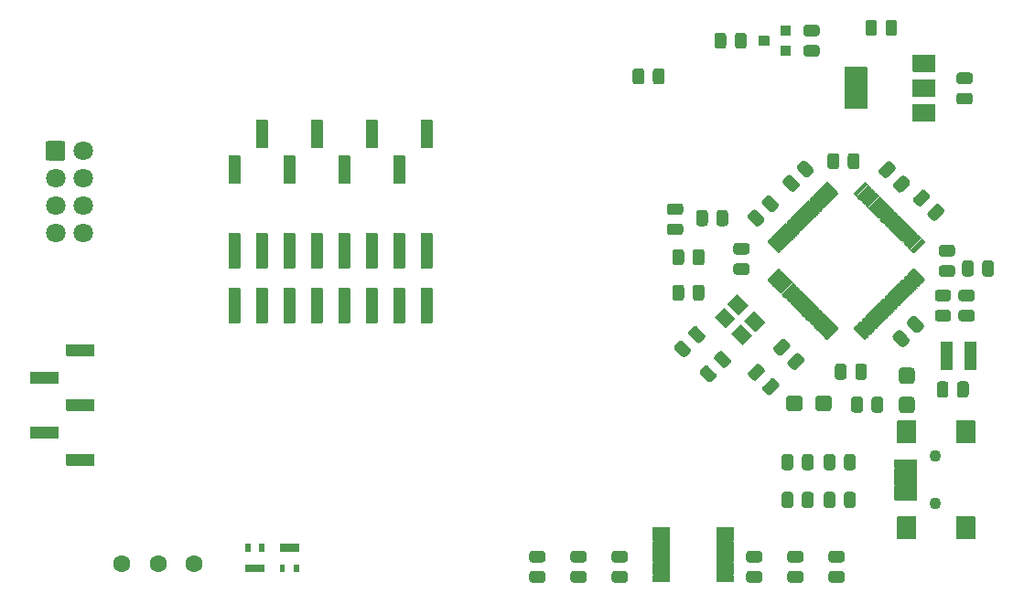
<source format=gts>
G04 #@! TF.GenerationSoftware,KiCad,Pcbnew,5.1.8*
G04 #@! TF.CreationDate,2020-11-30T22:47:38+01:00*
G04 #@! TF.ProjectId,ml_dev_board,6d6c5f64-6576-45f6-926f-6172642e6b69,rev?*
G04 #@! TF.SameCoordinates,Original*
G04 #@! TF.FileFunction,Soldermask,Top*
G04 #@! TF.FilePolarity,Negative*
%FSLAX46Y46*%
G04 Gerber Fmt 4.6, Leading zero omitted, Abs format (unit mm)*
G04 Created by KiCad (PCBNEW 5.1.8) date 2020-11-30 22:47:38*
%MOMM*%
%LPD*%
G01*
G04 APERTURE LIST*
%ADD10C,1.102000*%
%ADD11C,1.602000*%
%ADD12C,1.802000*%
%ADD13C,0.100000*%
G04 APERTURE END LIST*
G36*
G01*
X180100000Y-111501000D02*
X178100000Y-111501000D01*
G75*
G02*
X178049000Y-111450000I0J51000D01*
G01*
X178049000Y-110950000D01*
G75*
G02*
X178100000Y-110899000I51000J0D01*
G01*
X180100000Y-110899000D01*
G75*
G02*
X180151000Y-110950000I0J-51000D01*
G01*
X180151000Y-111450000D01*
G75*
G02*
X180100000Y-111501000I-51000J0D01*
G01*
G37*
G36*
G01*
X180100000Y-110701000D02*
X178100000Y-110701000D01*
G75*
G02*
X178049000Y-110650000I0J51000D01*
G01*
X178049000Y-110150000D01*
G75*
G02*
X178100000Y-110099000I51000J0D01*
G01*
X180100000Y-110099000D01*
G75*
G02*
X180151000Y-110150000I0J-51000D01*
G01*
X180151000Y-110650000D01*
G75*
G02*
X180100000Y-110701000I-51000J0D01*
G01*
G37*
G36*
G01*
X180100000Y-109901000D02*
X178100000Y-109901000D01*
G75*
G02*
X178049000Y-109850000I0J51000D01*
G01*
X178049000Y-109350000D01*
G75*
G02*
X178100000Y-109299000I51000J0D01*
G01*
X180100000Y-109299000D01*
G75*
G02*
X180151000Y-109350000I0J-51000D01*
G01*
X180151000Y-109850000D01*
G75*
G02*
X180100000Y-109901000I-51000J0D01*
G01*
G37*
G36*
G01*
X180100000Y-109101000D02*
X178100000Y-109101000D01*
G75*
G02*
X178049000Y-109050000I0J51000D01*
G01*
X178049000Y-108550000D01*
G75*
G02*
X178100000Y-108499000I51000J0D01*
G01*
X180100000Y-108499000D01*
G75*
G02*
X180151000Y-108550000I0J-51000D01*
G01*
X180151000Y-109050000D01*
G75*
G02*
X180100000Y-109101000I-51000J0D01*
G01*
G37*
G36*
G01*
X180100000Y-108301000D02*
X178100000Y-108301000D01*
G75*
G02*
X178049000Y-108250000I0J51000D01*
G01*
X178049000Y-107750000D01*
G75*
G02*
X178100000Y-107699000I51000J0D01*
G01*
X180100000Y-107699000D01*
G75*
G02*
X180151000Y-107750000I0J-51000D01*
G01*
X180151000Y-108250000D01*
G75*
G02*
X180100000Y-108301000I-51000J0D01*
G01*
G37*
G36*
G01*
X180050000Y-115101000D02*
X178350000Y-115101000D01*
G75*
G02*
X178299000Y-115050000I0J51000D01*
G01*
X178299000Y-113050000D01*
G75*
G02*
X178350000Y-112999000I51000J0D01*
G01*
X180050000Y-112999000D01*
G75*
G02*
X180101000Y-113050000I0J-51000D01*
G01*
X180101000Y-115050000D01*
G75*
G02*
X180050000Y-115101000I-51000J0D01*
G01*
G37*
G36*
G01*
X185500000Y-115101000D02*
X183800000Y-115101000D01*
G75*
G02*
X183749000Y-115050000I0J51000D01*
G01*
X183749000Y-113050000D01*
G75*
G02*
X183800000Y-112999000I51000J0D01*
G01*
X185500000Y-112999000D01*
G75*
G02*
X185551000Y-113050000I0J-51000D01*
G01*
X185551000Y-115050000D01*
G75*
G02*
X185500000Y-115101000I-51000J0D01*
G01*
G37*
G36*
G01*
X180050000Y-106201000D02*
X178350000Y-106201000D01*
G75*
G02*
X178299000Y-106150000I0J51000D01*
G01*
X178299000Y-104150000D01*
G75*
G02*
X178350000Y-104099000I51000J0D01*
G01*
X180050000Y-104099000D01*
G75*
G02*
X180101000Y-104150000I0J-51000D01*
G01*
X180101000Y-106150000D01*
G75*
G02*
X180050000Y-106201000I-51000J0D01*
G01*
G37*
G36*
G01*
X185500000Y-106201000D02*
X183800000Y-106201000D01*
G75*
G02*
X183749000Y-106150000I0J51000D01*
G01*
X183749000Y-104150000D01*
G75*
G02*
X183800000Y-104099000I51000J0D01*
G01*
X185500000Y-104099000D01*
G75*
G02*
X185551000Y-104150000I0J-51000D01*
G01*
X185551000Y-106150000D01*
G75*
G02*
X185500000Y-106201000I-51000J0D01*
G01*
G37*
D10*
X181800000Y-111800000D03*
X181800000Y-107400000D03*
G36*
G01*
X117500000Y-89996000D02*
X116500000Y-89996000D01*
G75*
G02*
X116449000Y-89945000I0J51000D01*
G01*
X116449000Y-86795000D01*
G75*
G02*
X116500000Y-86744000I51000J0D01*
G01*
X117500000Y-86744000D01*
G75*
G02*
X117551000Y-86795000I0J-51000D01*
G01*
X117551000Y-89945000D01*
G75*
G02*
X117500000Y-89996000I-51000J0D01*
G01*
G37*
G36*
G01*
X120040000Y-89996000D02*
X119040000Y-89996000D01*
G75*
G02*
X118989000Y-89945000I0J51000D01*
G01*
X118989000Y-86795000D01*
G75*
G02*
X119040000Y-86744000I51000J0D01*
G01*
X120040000Y-86744000D01*
G75*
G02*
X120091000Y-86795000I0J-51000D01*
G01*
X120091000Y-89945000D01*
G75*
G02*
X120040000Y-89996000I-51000J0D01*
G01*
G37*
G36*
G01*
X122580000Y-89996000D02*
X121580000Y-89996000D01*
G75*
G02*
X121529000Y-89945000I0J51000D01*
G01*
X121529000Y-86795000D01*
G75*
G02*
X121580000Y-86744000I51000J0D01*
G01*
X122580000Y-86744000D01*
G75*
G02*
X122631000Y-86795000I0J-51000D01*
G01*
X122631000Y-89945000D01*
G75*
G02*
X122580000Y-89996000I-51000J0D01*
G01*
G37*
G36*
G01*
X125120000Y-89996000D02*
X124120000Y-89996000D01*
G75*
G02*
X124069000Y-89945000I0J51000D01*
G01*
X124069000Y-86795000D01*
G75*
G02*
X124120000Y-86744000I51000J0D01*
G01*
X125120000Y-86744000D01*
G75*
G02*
X125171000Y-86795000I0J-51000D01*
G01*
X125171000Y-89945000D01*
G75*
G02*
X125120000Y-89996000I-51000J0D01*
G01*
G37*
G36*
G01*
X127660000Y-89996000D02*
X126660000Y-89996000D01*
G75*
G02*
X126609000Y-89945000I0J51000D01*
G01*
X126609000Y-86795000D01*
G75*
G02*
X126660000Y-86744000I51000J0D01*
G01*
X127660000Y-86744000D01*
G75*
G02*
X127711000Y-86795000I0J-51000D01*
G01*
X127711000Y-89945000D01*
G75*
G02*
X127660000Y-89996000I-51000J0D01*
G01*
G37*
G36*
G01*
X130200000Y-89996000D02*
X129200000Y-89996000D01*
G75*
G02*
X129149000Y-89945000I0J51000D01*
G01*
X129149000Y-86795000D01*
G75*
G02*
X129200000Y-86744000I51000J0D01*
G01*
X130200000Y-86744000D01*
G75*
G02*
X130251000Y-86795000I0J-51000D01*
G01*
X130251000Y-89945000D01*
G75*
G02*
X130200000Y-89996000I-51000J0D01*
G01*
G37*
G36*
G01*
X132740000Y-89996000D02*
X131740000Y-89996000D01*
G75*
G02*
X131689000Y-89945000I0J51000D01*
G01*
X131689000Y-86795000D01*
G75*
G02*
X131740000Y-86744000I51000J0D01*
G01*
X132740000Y-86744000D01*
G75*
G02*
X132791000Y-86795000I0J-51000D01*
G01*
X132791000Y-89945000D01*
G75*
G02*
X132740000Y-89996000I-51000J0D01*
G01*
G37*
G36*
G01*
X135280000Y-89996000D02*
X134280000Y-89996000D01*
G75*
G02*
X134229000Y-89945000I0J51000D01*
G01*
X134229000Y-86795000D01*
G75*
G02*
X134280000Y-86744000I51000J0D01*
G01*
X135280000Y-86744000D01*
G75*
G02*
X135331000Y-86795000I0J-51000D01*
G01*
X135331000Y-89945000D01*
G75*
G02*
X135280000Y-89996000I-51000J0D01*
G01*
G37*
G36*
G01*
X132740000Y-95076000D02*
X131740000Y-95076000D01*
G75*
G02*
X131689000Y-95025000I0J51000D01*
G01*
X131689000Y-91875000D01*
G75*
G02*
X131740000Y-91824000I51000J0D01*
G01*
X132740000Y-91824000D01*
G75*
G02*
X132791000Y-91875000I0J-51000D01*
G01*
X132791000Y-95025000D01*
G75*
G02*
X132740000Y-95076000I-51000J0D01*
G01*
G37*
G36*
G01*
X135280000Y-95076000D02*
X134280000Y-95076000D01*
G75*
G02*
X134229000Y-95025000I0J51000D01*
G01*
X134229000Y-91875000D01*
G75*
G02*
X134280000Y-91824000I51000J0D01*
G01*
X135280000Y-91824000D01*
G75*
G02*
X135331000Y-91875000I0J-51000D01*
G01*
X135331000Y-95025000D01*
G75*
G02*
X135280000Y-95076000I-51000J0D01*
G01*
G37*
G36*
G01*
X117500000Y-95076000D02*
X116500000Y-95076000D01*
G75*
G02*
X116449000Y-95025000I0J51000D01*
G01*
X116449000Y-91875000D01*
G75*
G02*
X116500000Y-91824000I51000J0D01*
G01*
X117500000Y-91824000D01*
G75*
G02*
X117551000Y-91875000I0J-51000D01*
G01*
X117551000Y-95025000D01*
G75*
G02*
X117500000Y-95076000I-51000J0D01*
G01*
G37*
G36*
G01*
X120040000Y-95076000D02*
X119040000Y-95076000D01*
G75*
G02*
X118989000Y-95025000I0J51000D01*
G01*
X118989000Y-91875000D01*
G75*
G02*
X119040000Y-91824000I51000J0D01*
G01*
X120040000Y-91824000D01*
G75*
G02*
X120091000Y-91875000I0J-51000D01*
G01*
X120091000Y-95025000D01*
G75*
G02*
X120040000Y-95076000I-51000J0D01*
G01*
G37*
G36*
G01*
X122580000Y-95076000D02*
X121580000Y-95076000D01*
G75*
G02*
X121529000Y-95025000I0J51000D01*
G01*
X121529000Y-91875000D01*
G75*
G02*
X121580000Y-91824000I51000J0D01*
G01*
X122580000Y-91824000D01*
G75*
G02*
X122631000Y-91875000I0J-51000D01*
G01*
X122631000Y-95025000D01*
G75*
G02*
X122580000Y-95076000I-51000J0D01*
G01*
G37*
G36*
G01*
X125120000Y-95076000D02*
X124120000Y-95076000D01*
G75*
G02*
X124069000Y-95025000I0J51000D01*
G01*
X124069000Y-91875000D01*
G75*
G02*
X124120000Y-91824000I51000J0D01*
G01*
X125120000Y-91824000D01*
G75*
G02*
X125171000Y-91875000I0J-51000D01*
G01*
X125171000Y-95025000D01*
G75*
G02*
X125120000Y-95076000I-51000J0D01*
G01*
G37*
G36*
G01*
X127660000Y-95076000D02*
X126660000Y-95076000D01*
G75*
G02*
X126609000Y-95025000I0J51000D01*
G01*
X126609000Y-91875000D01*
G75*
G02*
X126660000Y-91824000I51000J0D01*
G01*
X127660000Y-91824000D01*
G75*
G02*
X127711000Y-91875000I0J-51000D01*
G01*
X127711000Y-95025000D01*
G75*
G02*
X127660000Y-95076000I-51000J0D01*
G01*
G37*
G36*
G01*
X130200000Y-95076000D02*
X129200000Y-95076000D01*
G75*
G02*
X129149000Y-95025000I0J51000D01*
G01*
X129149000Y-91875000D01*
G75*
G02*
X129200000Y-91824000I51000J0D01*
G01*
X130200000Y-91824000D01*
G75*
G02*
X130251000Y-91875000I0J-51000D01*
G01*
X130251000Y-95025000D01*
G75*
G02*
X130200000Y-95076000I-51000J0D01*
G01*
G37*
G36*
G01*
X100731000Y-99620000D02*
X100731000Y-100620000D01*
G75*
G02*
X100680000Y-100671000I-51000J0D01*
G01*
X98170000Y-100671000D01*
G75*
G02*
X98119000Y-100620000I0J51000D01*
G01*
X98119000Y-99620000D01*
G75*
G02*
X98170000Y-99569000I51000J0D01*
G01*
X100680000Y-99569000D01*
G75*
G02*
X100731000Y-99620000I0J-51000D01*
G01*
G37*
G36*
G01*
X100731000Y-104700000D02*
X100731000Y-105700000D01*
G75*
G02*
X100680000Y-105751000I-51000J0D01*
G01*
X98170000Y-105751000D01*
G75*
G02*
X98119000Y-105700000I0J51000D01*
G01*
X98119000Y-104700000D01*
G75*
G02*
X98170000Y-104649000I51000J0D01*
G01*
X100680000Y-104649000D01*
G75*
G02*
X100731000Y-104700000I0J-51000D01*
G01*
G37*
G36*
G01*
X104041000Y-97080000D02*
X104041000Y-98080000D01*
G75*
G02*
X103990000Y-98131000I-51000J0D01*
G01*
X101480000Y-98131000D01*
G75*
G02*
X101429000Y-98080000I0J51000D01*
G01*
X101429000Y-97080000D01*
G75*
G02*
X101480000Y-97029000I51000J0D01*
G01*
X103990000Y-97029000D01*
G75*
G02*
X104041000Y-97080000I0J-51000D01*
G01*
G37*
G36*
G01*
X104041000Y-102160000D02*
X104041000Y-103160000D01*
G75*
G02*
X103990000Y-103211000I-51000J0D01*
G01*
X101480000Y-103211000D01*
G75*
G02*
X101429000Y-103160000I0J51000D01*
G01*
X101429000Y-102160000D01*
G75*
G02*
X101480000Y-102109000I51000J0D01*
G01*
X103990000Y-102109000D01*
G75*
G02*
X104041000Y-102160000I0J-51000D01*
G01*
G37*
G36*
G01*
X104041000Y-107240000D02*
X104041000Y-108240000D01*
G75*
G02*
X103990000Y-108291000I-51000J0D01*
G01*
X101480000Y-108291000D01*
G75*
G02*
X101429000Y-108240000I0J51000D01*
G01*
X101429000Y-107240000D01*
G75*
G02*
X101480000Y-107189000I51000J0D01*
G01*
X103990000Y-107189000D01*
G75*
G02*
X104041000Y-107240000I0J-51000D01*
G01*
G37*
G36*
G01*
X122530000Y-115514000D02*
X122930000Y-115514000D01*
G75*
G02*
X122981000Y-115565000I0J-51000D01*
G01*
X122981000Y-116215000D01*
G75*
G02*
X122930000Y-116266000I-51000J0D01*
G01*
X122530000Y-116266000D01*
G75*
G02*
X122479000Y-116215000I0J51000D01*
G01*
X122479000Y-115565000D01*
G75*
G02*
X122530000Y-115514000I51000J0D01*
G01*
G37*
G36*
G01*
X121230000Y-115514000D02*
X121630000Y-115514000D01*
G75*
G02*
X121681000Y-115565000I0J-51000D01*
G01*
X121681000Y-116215000D01*
G75*
G02*
X121630000Y-116266000I-51000J0D01*
G01*
X121230000Y-116266000D01*
G75*
G02*
X121179000Y-116215000I0J51000D01*
G01*
X121179000Y-115565000D01*
G75*
G02*
X121230000Y-115514000I51000J0D01*
G01*
G37*
G36*
G01*
X121880000Y-115514000D02*
X122280000Y-115514000D01*
G75*
G02*
X122331000Y-115565000I0J-51000D01*
G01*
X122331000Y-116215000D01*
G75*
G02*
X122280000Y-116266000I-51000J0D01*
G01*
X121880000Y-116266000D01*
G75*
G02*
X121829000Y-116215000I0J51000D01*
G01*
X121829000Y-115565000D01*
G75*
G02*
X121880000Y-115514000I51000J0D01*
G01*
G37*
G36*
G01*
X121230000Y-117414000D02*
X121630000Y-117414000D01*
G75*
G02*
X121681000Y-117465000I0J-51000D01*
G01*
X121681000Y-118115000D01*
G75*
G02*
X121630000Y-118166000I-51000J0D01*
G01*
X121230000Y-118166000D01*
G75*
G02*
X121179000Y-118115000I0J51000D01*
G01*
X121179000Y-117465000D01*
G75*
G02*
X121230000Y-117414000I51000J0D01*
G01*
G37*
G36*
G01*
X122530000Y-117414000D02*
X122930000Y-117414000D01*
G75*
G02*
X122981000Y-117465000I0J-51000D01*
G01*
X122981000Y-118115000D01*
G75*
G02*
X122930000Y-118166000I-51000J0D01*
G01*
X122530000Y-118166000D01*
G75*
G02*
X122479000Y-118115000I0J51000D01*
G01*
X122479000Y-117465000D01*
G75*
G02*
X122530000Y-117414000I51000J0D01*
G01*
G37*
G36*
G01*
X118440000Y-116266000D02*
X118040000Y-116266000D01*
G75*
G02*
X117989000Y-116215000I0J51000D01*
G01*
X117989000Y-115565000D01*
G75*
G02*
X118040000Y-115514000I51000J0D01*
G01*
X118440000Y-115514000D01*
G75*
G02*
X118491000Y-115565000I0J-51000D01*
G01*
X118491000Y-116215000D01*
G75*
G02*
X118440000Y-116266000I-51000J0D01*
G01*
G37*
G36*
G01*
X119740000Y-116266000D02*
X119340000Y-116266000D01*
G75*
G02*
X119289000Y-116215000I0J51000D01*
G01*
X119289000Y-115565000D01*
G75*
G02*
X119340000Y-115514000I51000J0D01*
G01*
X119740000Y-115514000D01*
G75*
G02*
X119791000Y-115565000I0J-51000D01*
G01*
X119791000Y-116215000D01*
G75*
G02*
X119740000Y-116266000I-51000J0D01*
G01*
G37*
G36*
G01*
X119090000Y-118166000D02*
X118690000Y-118166000D01*
G75*
G02*
X118639000Y-118115000I0J51000D01*
G01*
X118639000Y-117465000D01*
G75*
G02*
X118690000Y-117414000I51000J0D01*
G01*
X119090000Y-117414000D01*
G75*
G02*
X119141000Y-117465000I0J-51000D01*
G01*
X119141000Y-118115000D01*
G75*
G02*
X119090000Y-118166000I-51000J0D01*
G01*
G37*
G36*
G01*
X119740000Y-118166000D02*
X119340000Y-118166000D01*
G75*
G02*
X119289000Y-118115000I0J51000D01*
G01*
X119289000Y-117465000D01*
G75*
G02*
X119340000Y-117414000I51000J0D01*
G01*
X119740000Y-117414000D01*
G75*
G02*
X119791000Y-117465000I0J-51000D01*
G01*
X119791000Y-118115000D01*
G75*
G02*
X119740000Y-118166000I-51000J0D01*
G01*
G37*
G36*
G01*
X118440000Y-118166000D02*
X118040000Y-118166000D01*
G75*
G02*
X117989000Y-118115000I0J51000D01*
G01*
X117989000Y-117465000D01*
G75*
G02*
X118040000Y-117414000I51000J0D01*
G01*
X118440000Y-117414000D01*
G75*
G02*
X118491000Y-117465000I0J-51000D01*
G01*
X118491000Y-118115000D01*
G75*
G02*
X118440000Y-118166000I-51000J0D01*
G01*
G37*
G36*
G01*
X182319000Y-97475001D02*
X182319000Y-96824999D01*
G75*
G02*
X182369999Y-96774000I50999J0D01*
G01*
X183430001Y-96774000D01*
G75*
G02*
X183481000Y-96824999I0J-50999D01*
G01*
X183481000Y-97475001D01*
G75*
G02*
X183430001Y-97526000I-50999J0D01*
G01*
X182369999Y-97526000D01*
G75*
G02*
X182319000Y-97475001I0J50999D01*
G01*
G37*
G36*
G01*
X182319000Y-98425001D02*
X182319000Y-97774999D01*
G75*
G02*
X182369999Y-97724000I50999J0D01*
G01*
X183430001Y-97724000D01*
G75*
G02*
X183481000Y-97774999I0J-50999D01*
G01*
X183481000Y-98425001D01*
G75*
G02*
X183430001Y-98476000I-50999J0D01*
G01*
X182369999Y-98476000D01*
G75*
G02*
X182319000Y-98425001I0J50999D01*
G01*
G37*
G36*
G01*
X182319000Y-99375001D02*
X182319000Y-98724999D01*
G75*
G02*
X182369999Y-98674000I50999J0D01*
G01*
X183430001Y-98674000D01*
G75*
G02*
X183481000Y-98724999I0J-50999D01*
G01*
X183481000Y-99375001D01*
G75*
G02*
X183430001Y-99426000I-50999J0D01*
G01*
X182369999Y-99426000D01*
G75*
G02*
X182319000Y-99375001I0J50999D01*
G01*
G37*
G36*
G01*
X184519000Y-99375001D02*
X184519000Y-98724999D01*
G75*
G02*
X184569999Y-98674000I50999J0D01*
G01*
X185630001Y-98674000D01*
G75*
G02*
X185681000Y-98724999I0J-50999D01*
G01*
X185681000Y-99375001D01*
G75*
G02*
X185630001Y-99426000I-50999J0D01*
G01*
X184569999Y-99426000D01*
G75*
G02*
X184519000Y-99375001I0J50999D01*
G01*
G37*
G36*
G01*
X184519000Y-97475001D02*
X184519000Y-96824999D01*
G75*
G02*
X184569999Y-96774000I50999J0D01*
G01*
X185630001Y-96774000D01*
G75*
G02*
X185681000Y-96824999I0J-50999D01*
G01*
X185681000Y-97475001D01*
G75*
G02*
X185630001Y-97526000I-50999J0D01*
G01*
X184569999Y-97526000D01*
G75*
G02*
X184519000Y-97475001I0J50999D01*
G01*
G37*
G36*
G01*
X184519000Y-98425001D02*
X184519000Y-97774999D01*
G75*
G02*
X184569999Y-97724000I50999J0D01*
G01*
X185630001Y-97724000D01*
G75*
G02*
X185681000Y-97774999I0J-50999D01*
G01*
X185681000Y-98425001D01*
G75*
G02*
X185630001Y-98476000I-50999J0D01*
G01*
X184569999Y-98476000D01*
G75*
G02*
X184519000Y-98425001I0J50999D01*
G01*
G37*
G36*
G01*
X175541000Y-71380000D02*
X175541000Y-75180000D01*
G75*
G02*
X175490000Y-75231000I-51000J0D01*
G01*
X173490000Y-75231000D01*
G75*
G02*
X173439000Y-75180000I0J51000D01*
G01*
X173439000Y-71380000D01*
G75*
G02*
X173490000Y-71329000I51000J0D01*
G01*
X175490000Y-71329000D01*
G75*
G02*
X175541000Y-71380000I0J-51000D01*
G01*
G37*
G36*
G01*
X181841000Y-72530000D02*
X181841000Y-74030000D01*
G75*
G02*
X181790000Y-74081000I-51000J0D01*
G01*
X179790000Y-74081000D01*
G75*
G02*
X179739000Y-74030000I0J51000D01*
G01*
X179739000Y-72530000D01*
G75*
G02*
X179790000Y-72479000I51000J0D01*
G01*
X181790000Y-72479000D01*
G75*
G02*
X181841000Y-72530000I0J-51000D01*
G01*
G37*
G36*
G01*
X181841000Y-70230000D02*
X181841000Y-71730000D01*
G75*
G02*
X181790000Y-71781000I-51000J0D01*
G01*
X179790000Y-71781000D01*
G75*
G02*
X179739000Y-71730000I0J51000D01*
G01*
X179739000Y-70230000D01*
G75*
G02*
X179790000Y-70179000I51000J0D01*
G01*
X181790000Y-70179000D01*
G75*
G02*
X181841000Y-70230000I0J-51000D01*
G01*
G37*
G36*
G01*
X181841000Y-74830000D02*
X181841000Y-76330000D01*
G75*
G02*
X181790000Y-76381000I-51000J0D01*
G01*
X179790000Y-76381000D01*
G75*
G02*
X179739000Y-76330000I0J51000D01*
G01*
X179739000Y-74830000D01*
G75*
G02*
X179790000Y-74779000I51000J0D01*
G01*
X181790000Y-74779000D01*
G75*
G02*
X181841000Y-74830000I0J-51000D01*
G01*
G37*
G36*
G01*
X155697000Y-114476000D02*
X155697000Y-114026000D01*
G75*
G02*
X155748000Y-113975000I51000J0D01*
G01*
X157248000Y-113975000D01*
G75*
G02*
X157299000Y-114026000I0J-51000D01*
G01*
X157299000Y-114476000D01*
G75*
G02*
X157248000Y-114527000I-51000J0D01*
G01*
X155748000Y-114527000D01*
G75*
G02*
X155697000Y-114476000I0J51000D01*
G01*
G37*
G36*
G01*
X155697000Y-115126000D02*
X155697000Y-114676000D01*
G75*
G02*
X155748000Y-114625000I51000J0D01*
G01*
X157248000Y-114625000D01*
G75*
G02*
X157299000Y-114676000I0J-51000D01*
G01*
X157299000Y-115126000D01*
G75*
G02*
X157248000Y-115177000I-51000J0D01*
G01*
X155748000Y-115177000D01*
G75*
G02*
X155697000Y-115126000I0J51000D01*
G01*
G37*
G36*
G01*
X155697000Y-115776000D02*
X155697000Y-115326000D01*
G75*
G02*
X155748000Y-115275000I51000J0D01*
G01*
X157248000Y-115275000D01*
G75*
G02*
X157299000Y-115326000I0J-51000D01*
G01*
X157299000Y-115776000D01*
G75*
G02*
X157248000Y-115827000I-51000J0D01*
G01*
X155748000Y-115827000D01*
G75*
G02*
X155697000Y-115776000I0J51000D01*
G01*
G37*
G36*
G01*
X155697000Y-116426000D02*
X155697000Y-115976000D01*
G75*
G02*
X155748000Y-115925000I51000J0D01*
G01*
X157248000Y-115925000D01*
G75*
G02*
X157299000Y-115976000I0J-51000D01*
G01*
X157299000Y-116426000D01*
G75*
G02*
X157248000Y-116477000I-51000J0D01*
G01*
X155748000Y-116477000D01*
G75*
G02*
X155697000Y-116426000I0J51000D01*
G01*
G37*
G36*
G01*
X155697000Y-117076000D02*
X155697000Y-116626000D01*
G75*
G02*
X155748000Y-116575000I51000J0D01*
G01*
X157248000Y-116575000D01*
G75*
G02*
X157299000Y-116626000I0J-51000D01*
G01*
X157299000Y-117076000D01*
G75*
G02*
X157248000Y-117127000I-51000J0D01*
G01*
X155748000Y-117127000D01*
G75*
G02*
X155697000Y-117076000I0J51000D01*
G01*
G37*
G36*
G01*
X155697000Y-117726000D02*
X155697000Y-117276000D01*
G75*
G02*
X155748000Y-117225000I51000J0D01*
G01*
X157248000Y-117225000D01*
G75*
G02*
X157299000Y-117276000I0J-51000D01*
G01*
X157299000Y-117726000D01*
G75*
G02*
X157248000Y-117777000I-51000J0D01*
G01*
X155748000Y-117777000D01*
G75*
G02*
X155697000Y-117726000I0J51000D01*
G01*
G37*
G36*
G01*
X155697000Y-118376000D02*
X155697000Y-117926000D01*
G75*
G02*
X155748000Y-117875000I51000J0D01*
G01*
X157248000Y-117875000D01*
G75*
G02*
X157299000Y-117926000I0J-51000D01*
G01*
X157299000Y-118376000D01*
G75*
G02*
X157248000Y-118427000I-51000J0D01*
G01*
X155748000Y-118427000D01*
G75*
G02*
X155697000Y-118376000I0J51000D01*
G01*
G37*
G36*
G01*
X155697000Y-119026000D02*
X155697000Y-118576000D01*
G75*
G02*
X155748000Y-118525000I51000J0D01*
G01*
X157248000Y-118525000D01*
G75*
G02*
X157299000Y-118576000I0J-51000D01*
G01*
X157299000Y-119026000D01*
G75*
G02*
X157248000Y-119077000I-51000J0D01*
G01*
X155748000Y-119077000D01*
G75*
G02*
X155697000Y-119026000I0J51000D01*
G01*
G37*
G36*
G01*
X161597000Y-119026000D02*
X161597000Y-118576000D01*
G75*
G02*
X161648000Y-118525000I51000J0D01*
G01*
X163148000Y-118525000D01*
G75*
G02*
X163199000Y-118576000I0J-51000D01*
G01*
X163199000Y-119026000D01*
G75*
G02*
X163148000Y-119077000I-51000J0D01*
G01*
X161648000Y-119077000D01*
G75*
G02*
X161597000Y-119026000I0J51000D01*
G01*
G37*
G36*
G01*
X161597000Y-118376000D02*
X161597000Y-117926000D01*
G75*
G02*
X161648000Y-117875000I51000J0D01*
G01*
X163148000Y-117875000D01*
G75*
G02*
X163199000Y-117926000I0J-51000D01*
G01*
X163199000Y-118376000D01*
G75*
G02*
X163148000Y-118427000I-51000J0D01*
G01*
X161648000Y-118427000D01*
G75*
G02*
X161597000Y-118376000I0J51000D01*
G01*
G37*
G36*
G01*
X161597000Y-117726000D02*
X161597000Y-117276000D01*
G75*
G02*
X161648000Y-117225000I51000J0D01*
G01*
X163148000Y-117225000D01*
G75*
G02*
X163199000Y-117276000I0J-51000D01*
G01*
X163199000Y-117726000D01*
G75*
G02*
X163148000Y-117777000I-51000J0D01*
G01*
X161648000Y-117777000D01*
G75*
G02*
X161597000Y-117726000I0J51000D01*
G01*
G37*
G36*
G01*
X161597000Y-117076000D02*
X161597000Y-116626000D01*
G75*
G02*
X161648000Y-116575000I51000J0D01*
G01*
X163148000Y-116575000D01*
G75*
G02*
X163199000Y-116626000I0J-51000D01*
G01*
X163199000Y-117076000D01*
G75*
G02*
X163148000Y-117127000I-51000J0D01*
G01*
X161648000Y-117127000D01*
G75*
G02*
X161597000Y-117076000I0J51000D01*
G01*
G37*
G36*
G01*
X161597000Y-116426000D02*
X161597000Y-115976000D01*
G75*
G02*
X161648000Y-115925000I51000J0D01*
G01*
X163148000Y-115925000D01*
G75*
G02*
X163199000Y-115976000I0J-51000D01*
G01*
X163199000Y-116426000D01*
G75*
G02*
X163148000Y-116477000I-51000J0D01*
G01*
X161648000Y-116477000D01*
G75*
G02*
X161597000Y-116426000I0J51000D01*
G01*
G37*
G36*
G01*
X161597000Y-115776000D02*
X161597000Y-115326000D01*
G75*
G02*
X161648000Y-115275000I51000J0D01*
G01*
X163148000Y-115275000D01*
G75*
G02*
X163199000Y-115326000I0J-51000D01*
G01*
X163199000Y-115776000D01*
G75*
G02*
X163148000Y-115827000I-51000J0D01*
G01*
X161648000Y-115827000D01*
G75*
G02*
X161597000Y-115776000I0J51000D01*
G01*
G37*
G36*
G01*
X161597000Y-115126000D02*
X161597000Y-114676000D01*
G75*
G02*
X161648000Y-114625000I51000J0D01*
G01*
X163148000Y-114625000D01*
G75*
G02*
X163199000Y-114676000I0J-51000D01*
G01*
X163199000Y-115126000D01*
G75*
G02*
X163148000Y-115177000I-51000J0D01*
G01*
X161648000Y-115177000D01*
G75*
G02*
X161597000Y-115126000I0J51000D01*
G01*
G37*
G36*
G01*
X161597000Y-114476000D02*
X161597000Y-114026000D01*
G75*
G02*
X161648000Y-113975000I51000J0D01*
G01*
X163148000Y-113975000D01*
G75*
G02*
X163199000Y-114026000I0J-51000D01*
G01*
X163199000Y-114476000D01*
G75*
G02*
X163148000Y-114527000I-51000J0D01*
G01*
X161648000Y-114527000D01*
G75*
G02*
X161597000Y-114476000I0J51000D01*
G01*
G37*
G36*
G01*
X117500000Y-82161000D02*
X116500000Y-82161000D01*
G75*
G02*
X116449000Y-82110000I0J51000D01*
G01*
X116449000Y-79600000D01*
G75*
G02*
X116500000Y-79549000I51000J0D01*
G01*
X117500000Y-79549000D01*
G75*
G02*
X117551000Y-79600000I0J-51000D01*
G01*
X117551000Y-82110000D01*
G75*
G02*
X117500000Y-82161000I-51000J0D01*
G01*
G37*
G36*
G01*
X122580000Y-82161000D02*
X121580000Y-82161000D01*
G75*
G02*
X121529000Y-82110000I0J51000D01*
G01*
X121529000Y-79600000D01*
G75*
G02*
X121580000Y-79549000I51000J0D01*
G01*
X122580000Y-79549000D01*
G75*
G02*
X122631000Y-79600000I0J-51000D01*
G01*
X122631000Y-82110000D01*
G75*
G02*
X122580000Y-82161000I-51000J0D01*
G01*
G37*
G36*
G01*
X127660000Y-82161000D02*
X126660000Y-82161000D01*
G75*
G02*
X126609000Y-82110000I0J51000D01*
G01*
X126609000Y-79600000D01*
G75*
G02*
X126660000Y-79549000I51000J0D01*
G01*
X127660000Y-79549000D01*
G75*
G02*
X127711000Y-79600000I0J-51000D01*
G01*
X127711000Y-82110000D01*
G75*
G02*
X127660000Y-82161000I-51000J0D01*
G01*
G37*
G36*
G01*
X132740000Y-82161000D02*
X131740000Y-82161000D01*
G75*
G02*
X131689000Y-82110000I0J51000D01*
G01*
X131689000Y-79600000D01*
G75*
G02*
X131740000Y-79549000I51000J0D01*
G01*
X132740000Y-79549000D01*
G75*
G02*
X132791000Y-79600000I0J-51000D01*
G01*
X132791000Y-82110000D01*
G75*
G02*
X132740000Y-82161000I-51000J0D01*
G01*
G37*
G36*
G01*
X120040000Y-78851000D02*
X119040000Y-78851000D01*
G75*
G02*
X118989000Y-78800000I0J51000D01*
G01*
X118989000Y-76290000D01*
G75*
G02*
X119040000Y-76239000I51000J0D01*
G01*
X120040000Y-76239000D01*
G75*
G02*
X120091000Y-76290000I0J-51000D01*
G01*
X120091000Y-78800000D01*
G75*
G02*
X120040000Y-78851000I-51000J0D01*
G01*
G37*
G36*
G01*
X125120000Y-78851000D02*
X124120000Y-78851000D01*
G75*
G02*
X124069000Y-78800000I0J51000D01*
G01*
X124069000Y-76290000D01*
G75*
G02*
X124120000Y-76239000I51000J0D01*
G01*
X125120000Y-76239000D01*
G75*
G02*
X125171000Y-76290000I0J-51000D01*
G01*
X125171000Y-78800000D01*
G75*
G02*
X125120000Y-78851000I-51000J0D01*
G01*
G37*
G36*
G01*
X130200000Y-78851000D02*
X129200000Y-78851000D01*
G75*
G02*
X129149000Y-78800000I0J51000D01*
G01*
X129149000Y-76290000D01*
G75*
G02*
X129200000Y-76239000I51000J0D01*
G01*
X130200000Y-76239000D01*
G75*
G02*
X130251000Y-76290000I0J-51000D01*
G01*
X130251000Y-78800000D01*
G75*
G02*
X130200000Y-78851000I-51000J0D01*
G01*
G37*
G36*
G01*
X135280000Y-78851000D02*
X134280000Y-78851000D01*
G75*
G02*
X134229000Y-78800000I0J51000D01*
G01*
X134229000Y-76290000D01*
G75*
G02*
X134280000Y-76239000I51000J0D01*
G01*
X135280000Y-76239000D01*
G75*
G02*
X135331000Y-76290000I0J-51000D01*
G01*
X135331000Y-78800000D01*
G75*
G02*
X135280000Y-78851000I-51000J0D01*
G01*
G37*
G36*
G01*
X184268250Y-93849000D02*
X185231750Y-93849000D01*
G75*
G02*
X185501000Y-94118250I0J-269250D01*
G01*
X185501000Y-94656750D01*
G75*
G02*
X185231750Y-94926000I-269250J0D01*
G01*
X184268250Y-94926000D01*
G75*
G02*
X183999000Y-94656750I0J269250D01*
G01*
X183999000Y-94118250D01*
G75*
G02*
X184268250Y-93849000I269250J0D01*
G01*
G37*
G36*
G01*
X184268250Y-91974000D02*
X185231750Y-91974000D01*
G75*
G02*
X185501000Y-92243250I0J-269250D01*
G01*
X185501000Y-92781750D01*
G75*
G02*
X185231750Y-93051000I-269250J0D01*
G01*
X184268250Y-93051000D01*
G75*
G02*
X183999000Y-92781750I0J269250D01*
G01*
X183999000Y-92243250D01*
G75*
G02*
X184268250Y-91974000I269250J0D01*
G01*
G37*
G36*
G01*
X184078250Y-73729000D02*
X185041750Y-73729000D01*
G75*
G02*
X185311000Y-73998250I0J-269250D01*
G01*
X185311000Y-74536750D01*
G75*
G02*
X185041750Y-74806000I-269250J0D01*
G01*
X184078250Y-74806000D01*
G75*
G02*
X183809000Y-74536750I0J269250D01*
G01*
X183809000Y-73998250D01*
G75*
G02*
X184078250Y-73729000I269250J0D01*
G01*
G37*
G36*
G01*
X184078250Y-71854000D02*
X185041750Y-71854000D01*
G75*
G02*
X185311000Y-72123250I0J-269250D01*
G01*
X185311000Y-72661750D01*
G75*
G02*
X185041750Y-72931000I-269250J0D01*
G01*
X184078250Y-72931000D01*
G75*
G02*
X183809000Y-72661750I0J269250D01*
G01*
X183809000Y-72123250D01*
G75*
G02*
X184078250Y-71854000I269250J0D01*
G01*
G37*
G36*
G01*
X159823042Y-95405661D02*
X160504339Y-96086958D01*
G75*
G02*
X160504339Y-96467736I-190389J-190389D01*
G01*
X160123562Y-96848513D01*
G75*
G02*
X159742784Y-96848513I-190389J190389D01*
G01*
X159061487Y-96167216D01*
G75*
G02*
X159061487Y-95786438I190389J190389D01*
G01*
X159442264Y-95405661D01*
G75*
G02*
X159823042Y-95405661I190389J-190389D01*
G01*
G37*
G36*
G01*
X158497216Y-96731487D02*
X159178513Y-97412784D01*
G75*
G02*
X159178513Y-97793562I-190389J-190389D01*
G01*
X158797736Y-98174339D01*
G75*
G02*
X158416958Y-98174339I-190389J190389D01*
G01*
X157735661Y-97493042D01*
G75*
G02*
X157735661Y-97112264I190389J190389D01*
G01*
X158116438Y-96731487D01*
G75*
G02*
X158497216Y-96731487I190389J-190389D01*
G01*
G37*
G36*
G01*
X177249000Y-68191750D02*
X177249000Y-67228250D01*
G75*
G02*
X177518250Y-66959000I269250J0D01*
G01*
X178056750Y-66959000D01*
G75*
G02*
X178326000Y-67228250I0J-269250D01*
G01*
X178326000Y-68191750D01*
G75*
G02*
X178056750Y-68461000I-269250J0D01*
G01*
X177518250Y-68461000D01*
G75*
G02*
X177249000Y-68191750I0J269250D01*
G01*
G37*
G36*
G01*
X175374000Y-68191750D02*
X175374000Y-67228250D01*
G75*
G02*
X175643250Y-66959000I269250J0D01*
G01*
X176181750Y-66959000D01*
G75*
G02*
X176451000Y-67228250I0J-269250D01*
G01*
X176451000Y-68191750D01*
G75*
G02*
X176181750Y-68461000I-269250J0D01*
G01*
X175643250Y-68461000D01*
G75*
G02*
X175374000Y-68191750I0J269250D01*
G01*
G37*
G36*
G01*
X160877216Y-99041487D02*
X161558513Y-99722784D01*
G75*
G02*
X161558513Y-100103562I-190389J-190389D01*
G01*
X161177736Y-100484339D01*
G75*
G02*
X160796958Y-100484339I-190389J190389D01*
G01*
X160115661Y-99803042D01*
G75*
G02*
X160115661Y-99422264I190389J190389D01*
G01*
X160496438Y-99041487D01*
G75*
G02*
X160877216Y-99041487I190389J-190389D01*
G01*
G37*
G36*
G01*
X162203042Y-97715661D02*
X162884339Y-98396958D01*
G75*
G02*
X162884339Y-98777736I-190389J-190389D01*
G01*
X162503562Y-99158513D01*
G75*
G02*
X162122784Y-99158513I-190389J190389D01*
G01*
X161441487Y-98477216D01*
G75*
G02*
X161441487Y-98096438I190389J190389D01*
G01*
X161822264Y-97715661D01*
G75*
G02*
X162203042Y-97715661I190389J-190389D01*
G01*
G37*
G36*
G01*
X171874000Y-80541750D02*
X171874000Y-79578250D01*
G75*
G02*
X172143250Y-79309000I269250J0D01*
G01*
X172681750Y-79309000D01*
G75*
G02*
X172951000Y-79578250I0J-269250D01*
G01*
X172951000Y-80541750D01*
G75*
G02*
X172681750Y-80811000I-269250J0D01*
G01*
X172143250Y-80811000D01*
G75*
G02*
X171874000Y-80541750I0J269250D01*
G01*
G37*
G36*
G01*
X173749000Y-80541750D02*
X173749000Y-79578250D01*
G75*
G02*
X174018250Y-79309000I269250J0D01*
G01*
X174556750Y-79309000D01*
G75*
G02*
X174826000Y-79578250I0J-269250D01*
G01*
X174826000Y-80541750D01*
G75*
G02*
X174556750Y-80811000I-269250J0D01*
G01*
X174018250Y-80811000D01*
G75*
G02*
X173749000Y-80541750I0J269250D01*
G01*
G37*
G36*
G01*
X168241487Y-98582784D02*
X168922784Y-97901487D01*
G75*
G02*
X169303562Y-97901487I190389J-190389D01*
G01*
X169684339Y-98282264D01*
G75*
G02*
X169684339Y-98663042I-190389J-190389D01*
G01*
X169003042Y-99344339D01*
G75*
G02*
X168622264Y-99344339I-190389J190389D01*
G01*
X168241487Y-98963562D01*
G75*
G02*
X168241487Y-98582784I190389J190389D01*
G01*
G37*
G36*
G01*
X166915661Y-97256958D02*
X167596958Y-96575661D01*
G75*
G02*
X167977736Y-96575661I190389J-190389D01*
G01*
X168358513Y-96956438D01*
G75*
G02*
X168358513Y-97337216I-190389J-190389D01*
G01*
X167677216Y-98018513D01*
G75*
G02*
X167296438Y-98018513I-190389J190389D01*
G01*
X166915661Y-97637736D01*
G75*
G02*
X166915661Y-97256958I190389J190389D01*
G01*
G37*
G36*
G01*
X179855661Y-83436958D02*
X180536958Y-82755661D01*
G75*
G02*
X180917736Y-82755661I190389J-190389D01*
G01*
X181298513Y-83136438D01*
G75*
G02*
X181298513Y-83517216I-190389J-190389D01*
G01*
X180617216Y-84198513D01*
G75*
G02*
X180236438Y-84198513I-190389J190389D01*
G01*
X179855661Y-83817736D01*
G75*
G02*
X179855661Y-83436958I190389J190389D01*
G01*
G37*
G36*
G01*
X181181487Y-84762784D02*
X181862784Y-84081487D01*
G75*
G02*
X182243562Y-84081487I190389J-190389D01*
G01*
X182624339Y-84462264D01*
G75*
G02*
X182624339Y-84843042I-190389J-190389D01*
G01*
X181943042Y-85524339D01*
G75*
G02*
X181562264Y-85524339I-190389J190389D01*
G01*
X181181487Y-85143562D01*
G75*
G02*
X181181487Y-84762784I190389J190389D01*
G01*
G37*
G36*
G01*
X166613042Y-83285661D02*
X167294339Y-83966958D01*
G75*
G02*
X167294339Y-84347736I-190389J-190389D01*
G01*
X166913562Y-84728513D01*
G75*
G02*
X166532784Y-84728513I-190389J190389D01*
G01*
X165851487Y-84047216D01*
G75*
G02*
X165851487Y-83666438I190389J190389D01*
G01*
X166232264Y-83285661D01*
G75*
G02*
X166613042Y-83285661I190389J-190389D01*
G01*
G37*
G36*
G01*
X165287216Y-84611487D02*
X165968513Y-85292784D01*
G75*
G02*
X165968513Y-85673562I-190389J-190389D01*
G01*
X165587736Y-86054339D01*
G75*
G02*
X165206958Y-86054339I-190389J190389D01*
G01*
X164525661Y-85373042D01*
G75*
G02*
X164525661Y-84992264I190389J190389D01*
G01*
X164906438Y-84611487D01*
G75*
G02*
X165287216Y-84611487I190389J-190389D01*
G01*
G37*
G36*
G01*
X178646958Y-97234339D02*
X177965661Y-96553042D01*
G75*
G02*
X177965661Y-96172264I190389J190389D01*
G01*
X178346438Y-95791487D01*
G75*
G02*
X178727216Y-95791487I190389J-190389D01*
G01*
X179408513Y-96472784D01*
G75*
G02*
X179408513Y-96853562I-190389J-190389D01*
G01*
X179027736Y-97234339D01*
G75*
G02*
X178646958Y-97234339I-190389J190389D01*
G01*
G37*
G36*
G01*
X179972784Y-95908513D02*
X179291487Y-95227216D01*
G75*
G02*
X179291487Y-94846438I190389J190389D01*
G01*
X179672264Y-94465661D01*
G75*
G02*
X180053042Y-94465661I190389J-190389D01*
G01*
X180734339Y-95146958D01*
G75*
G02*
X180734339Y-95527736I-190389J-190389D01*
G01*
X180353562Y-95908513D01*
G75*
G02*
X179972784Y-95908513I-190389J190389D01*
G01*
G37*
G36*
G01*
X183411750Y-90776000D02*
X182448250Y-90776000D01*
G75*
G02*
X182179000Y-90506750I0J269250D01*
G01*
X182179000Y-89968250D01*
G75*
G02*
X182448250Y-89699000I269250J0D01*
G01*
X183411750Y-89699000D01*
G75*
G02*
X183681000Y-89968250I0J-269250D01*
G01*
X183681000Y-90506750D01*
G75*
G02*
X183411750Y-90776000I-269250J0D01*
G01*
G37*
G36*
G01*
X183411750Y-88901000D02*
X182448250Y-88901000D01*
G75*
G02*
X182179000Y-88631750I0J269250D01*
G01*
X182179000Y-88093250D01*
G75*
G02*
X182448250Y-87824000I269250J0D01*
G01*
X183411750Y-87824000D01*
G75*
G02*
X183681000Y-88093250I0J-269250D01*
G01*
X183681000Y-88631750D01*
G75*
G02*
X183411750Y-88901000I-269250J0D01*
G01*
G37*
G36*
G01*
X179434339Y-82223042D02*
X178753042Y-82904339D01*
G75*
G02*
X178372264Y-82904339I-190389J190389D01*
G01*
X177991487Y-82523562D01*
G75*
G02*
X177991487Y-82142784I190389J190389D01*
G01*
X178672784Y-81461487D01*
G75*
G02*
X179053562Y-81461487I190389J-190389D01*
G01*
X179434339Y-81842264D01*
G75*
G02*
X179434339Y-82223042I-190389J-190389D01*
G01*
G37*
G36*
G01*
X178108513Y-80897216D02*
X177427216Y-81578513D01*
G75*
G02*
X177046438Y-81578513I-190389J190389D01*
G01*
X176665661Y-81197736D01*
G75*
G02*
X176665661Y-80816958I190389J190389D01*
G01*
X177346958Y-80135661D01*
G75*
G02*
X177727736Y-80135661I190389J-190389D01*
G01*
X178108513Y-80516438D01*
G75*
G02*
X178108513Y-80897216I-190389J-190389D01*
G01*
G37*
G36*
G01*
X169792784Y-81518513D02*
X169111487Y-80837216D01*
G75*
G02*
X169111487Y-80456438I190389J190389D01*
G01*
X169492264Y-80075661D01*
G75*
G02*
X169873042Y-80075661I190389J-190389D01*
G01*
X170554339Y-80756958D01*
G75*
G02*
X170554339Y-81137736I-190389J-190389D01*
G01*
X170173562Y-81518513D01*
G75*
G02*
X169792784Y-81518513I-190389J190389D01*
G01*
G37*
G36*
G01*
X168466958Y-82844339D02*
X167785661Y-82163042D01*
G75*
G02*
X167785661Y-81782264I190389J190389D01*
G01*
X168166438Y-81401487D01*
G75*
G02*
X168547216Y-81401487I190389J-190389D01*
G01*
X169228513Y-82082784D01*
G75*
G02*
X169228513Y-82463562I-190389J-190389D01*
G01*
X168847736Y-82844339D01*
G75*
G02*
X168466958Y-82844339I-190389J190389D01*
G01*
G37*
G36*
G01*
X164618250Y-118045000D02*
X165581750Y-118045000D01*
G75*
G02*
X165851000Y-118314250I0J-269250D01*
G01*
X165851000Y-118852750D01*
G75*
G02*
X165581750Y-119122000I-269250J0D01*
G01*
X164618250Y-119122000D01*
G75*
G02*
X164349000Y-118852750I0J269250D01*
G01*
X164349000Y-118314250D01*
G75*
G02*
X164618250Y-118045000I269250J0D01*
G01*
G37*
G36*
G01*
X164618250Y-116170000D02*
X165581750Y-116170000D01*
G75*
G02*
X165851000Y-116439250I0J-269250D01*
G01*
X165851000Y-116977750D01*
G75*
G02*
X165581750Y-117247000I-269250J0D01*
G01*
X164618250Y-117247000D01*
G75*
G02*
X164349000Y-116977750I0J269250D01*
G01*
X164349000Y-116439250D01*
G75*
G02*
X164618250Y-116170000I269250J0D01*
G01*
G37*
G36*
G01*
X172601000Y-110972250D02*
X172601000Y-111935750D01*
G75*
G02*
X172331750Y-112205000I-269250J0D01*
G01*
X171793250Y-112205000D01*
G75*
G02*
X171524000Y-111935750I0J269250D01*
G01*
X171524000Y-110972250D01*
G75*
G02*
X171793250Y-110703000I269250J0D01*
G01*
X172331750Y-110703000D01*
G75*
G02*
X172601000Y-110972250I0J-269250D01*
G01*
G37*
G36*
G01*
X174476000Y-110972250D02*
X174476000Y-111935750D01*
G75*
G02*
X174206750Y-112205000I-269250J0D01*
G01*
X173668250Y-112205000D01*
G75*
G02*
X173399000Y-111935750I0J269250D01*
G01*
X173399000Y-110972250D01*
G75*
G02*
X173668250Y-110703000I269250J0D01*
G01*
X174206750Y-110703000D01*
G75*
G02*
X174476000Y-110972250I0J-269250D01*
G01*
G37*
G36*
G01*
X170576000Y-110972250D02*
X170576000Y-111935750D01*
G75*
G02*
X170306750Y-112205000I-269250J0D01*
G01*
X169768250Y-112205000D01*
G75*
G02*
X169499000Y-111935750I0J269250D01*
G01*
X169499000Y-110972250D01*
G75*
G02*
X169768250Y-110703000I269250J0D01*
G01*
X170306750Y-110703000D01*
G75*
G02*
X170576000Y-110972250I0J-269250D01*
G01*
G37*
G36*
G01*
X168701000Y-110972250D02*
X168701000Y-111935750D01*
G75*
G02*
X168431750Y-112205000I-269250J0D01*
G01*
X167893250Y-112205000D01*
G75*
G02*
X167624000Y-111935750I0J269250D01*
G01*
X167624000Y-110972250D01*
G75*
G02*
X167893250Y-110703000I269250J0D01*
G01*
X168431750Y-110703000D01*
G75*
G02*
X168701000Y-110972250I0J-269250D01*
G01*
G37*
G36*
G01*
X174476000Y-107472250D02*
X174476000Y-108435750D01*
G75*
G02*
X174206750Y-108705000I-269250J0D01*
G01*
X173668250Y-108705000D01*
G75*
G02*
X173399000Y-108435750I0J269250D01*
G01*
X173399000Y-107472250D01*
G75*
G02*
X173668250Y-107203000I269250J0D01*
G01*
X174206750Y-107203000D01*
G75*
G02*
X174476000Y-107472250I0J-269250D01*
G01*
G37*
G36*
G01*
X172601000Y-107472250D02*
X172601000Y-108435750D01*
G75*
G02*
X172331750Y-108705000I-269250J0D01*
G01*
X171793250Y-108705000D01*
G75*
G02*
X171524000Y-108435750I0J269250D01*
G01*
X171524000Y-107472250D01*
G75*
G02*
X171793250Y-107203000I269250J0D01*
G01*
X172331750Y-107203000D01*
G75*
G02*
X172601000Y-107472250I0J-269250D01*
G01*
G37*
G36*
G01*
X168701000Y-107472250D02*
X168701000Y-108435750D01*
G75*
G02*
X168431750Y-108705000I-269250J0D01*
G01*
X167893250Y-108705000D01*
G75*
G02*
X167624000Y-108435750I0J269250D01*
G01*
X167624000Y-107472250D01*
G75*
G02*
X167893250Y-107203000I269250J0D01*
G01*
X168431750Y-107203000D01*
G75*
G02*
X168701000Y-107472250I0J-269250D01*
G01*
G37*
G36*
G01*
X170576000Y-107472250D02*
X170576000Y-108435750D01*
G75*
G02*
X170306750Y-108705000I-269250J0D01*
G01*
X169768250Y-108705000D01*
G75*
G02*
X169499000Y-108435750I0J269250D01*
G01*
X169499000Y-107472250D01*
G75*
G02*
X169768250Y-107203000I269250J0D01*
G01*
X170306750Y-107203000D01*
G75*
G02*
X170576000Y-107472250I0J-269250D01*
G01*
G37*
G36*
G01*
X161599000Y-85811750D02*
X161599000Y-84848250D01*
G75*
G02*
X161868250Y-84579000I269250J0D01*
G01*
X162406750Y-84579000D01*
G75*
G02*
X162676000Y-84848250I0J-269250D01*
G01*
X162676000Y-85811750D01*
G75*
G02*
X162406750Y-86081000I-269250J0D01*
G01*
X161868250Y-86081000D01*
G75*
G02*
X161599000Y-85811750I0J269250D01*
G01*
G37*
G36*
G01*
X159724000Y-85811750D02*
X159724000Y-84848250D01*
G75*
G02*
X159993250Y-84579000I269250J0D01*
G01*
X160531750Y-84579000D01*
G75*
G02*
X160801000Y-84848250I0J-269250D01*
G01*
X160801000Y-85811750D01*
G75*
G02*
X160531750Y-86081000I-269250J0D01*
G01*
X159993250Y-86081000D01*
G75*
G02*
X159724000Y-85811750I0J269250D01*
G01*
G37*
G36*
G01*
X184314000Y-90491750D02*
X184314000Y-89528250D01*
G75*
G02*
X184583250Y-89259000I269250J0D01*
G01*
X185121750Y-89259000D01*
G75*
G02*
X185391000Y-89528250I0J-269250D01*
G01*
X185391000Y-90491750D01*
G75*
G02*
X185121750Y-90761000I-269250J0D01*
G01*
X184583250Y-90761000D01*
G75*
G02*
X184314000Y-90491750I0J269250D01*
G01*
G37*
G36*
G01*
X186189000Y-90491750D02*
X186189000Y-89528250D01*
G75*
G02*
X186458250Y-89259000I269250J0D01*
G01*
X186996750Y-89259000D01*
G75*
G02*
X187266000Y-89528250I0J-269250D01*
G01*
X187266000Y-90491750D01*
G75*
G02*
X186996750Y-90761000I-269250J0D01*
G01*
X186458250Y-90761000D01*
G75*
G02*
X186189000Y-90491750I0J269250D01*
G01*
G37*
G36*
G01*
X182068250Y-93849000D02*
X183031750Y-93849000D01*
G75*
G02*
X183301000Y-94118250I0J-269250D01*
G01*
X183301000Y-94656750D01*
G75*
G02*
X183031750Y-94926000I-269250J0D01*
G01*
X182068250Y-94926000D01*
G75*
G02*
X181799000Y-94656750I0J269250D01*
G01*
X181799000Y-94118250D01*
G75*
G02*
X182068250Y-93849000I269250J0D01*
G01*
G37*
G36*
G01*
X182068250Y-91974000D02*
X183031750Y-91974000D01*
G75*
G02*
X183301000Y-92243250I0J-269250D01*
G01*
X183301000Y-92781750D01*
G75*
G02*
X183031750Y-93051000I-269250J0D01*
G01*
X182068250Y-93051000D01*
G75*
G02*
X181799000Y-92781750I0J269250D01*
G01*
X181799000Y-92243250D01*
G75*
G02*
X182068250Y-91974000I269250J0D01*
G01*
G37*
G36*
G01*
X181984000Y-101701750D02*
X181984000Y-100738250D01*
G75*
G02*
X182253250Y-100469000I269250J0D01*
G01*
X182791750Y-100469000D01*
G75*
G02*
X183061000Y-100738250I0J-269250D01*
G01*
X183061000Y-101701750D01*
G75*
G02*
X182791750Y-101971000I-269250J0D01*
G01*
X182253250Y-101971000D01*
G75*
G02*
X181984000Y-101701750I0J269250D01*
G01*
G37*
G36*
G01*
X183859000Y-101701750D02*
X183859000Y-100738250D01*
G75*
G02*
X184128250Y-100469000I269250J0D01*
G01*
X184666750Y-100469000D01*
G75*
G02*
X184936000Y-100738250I0J-269250D01*
G01*
X184936000Y-101701750D01*
G75*
G02*
X184666750Y-101971000I-269250J0D01*
G01*
X184128250Y-101971000D01*
G75*
G02*
X183859000Y-101701750I0J269250D01*
G01*
G37*
G36*
G01*
X158601000Y-88478250D02*
X158601000Y-89441750D01*
G75*
G02*
X158331750Y-89711000I-269250J0D01*
G01*
X157793250Y-89711000D01*
G75*
G02*
X157524000Y-89441750I0J269250D01*
G01*
X157524000Y-88478250D01*
G75*
G02*
X157793250Y-88209000I269250J0D01*
G01*
X158331750Y-88209000D01*
G75*
G02*
X158601000Y-88478250I0J-269250D01*
G01*
G37*
G36*
G01*
X160476000Y-88478250D02*
X160476000Y-89441750D01*
G75*
G02*
X160206750Y-89711000I-269250J0D01*
G01*
X159668250Y-89711000D01*
G75*
G02*
X159399000Y-89441750I0J269250D01*
G01*
X159399000Y-88478250D01*
G75*
G02*
X159668250Y-88209000I269250J0D01*
G01*
X160206750Y-88209000D01*
G75*
G02*
X160476000Y-88478250I0J-269250D01*
G01*
G37*
G36*
G01*
X158251750Y-86916000D02*
X157288250Y-86916000D01*
G75*
G02*
X157019000Y-86646750I0J269250D01*
G01*
X157019000Y-86108250D01*
G75*
G02*
X157288250Y-85839000I269250J0D01*
G01*
X158251750Y-85839000D01*
G75*
G02*
X158521000Y-86108250I0J-269250D01*
G01*
X158521000Y-86646750D01*
G75*
G02*
X158251750Y-86916000I-269250J0D01*
G01*
G37*
G36*
G01*
X158251750Y-85041000D02*
X157288250Y-85041000D01*
G75*
G02*
X157019000Y-84771750I0J269250D01*
G01*
X157019000Y-84233250D01*
G75*
G02*
X157288250Y-83964000I269250J0D01*
G01*
X158251750Y-83964000D01*
G75*
G02*
X158521000Y-84233250I0J-269250D01*
G01*
X158521000Y-84771750D01*
G75*
G02*
X158251750Y-85041000I-269250J0D01*
G01*
G37*
G36*
G01*
X158601000Y-91768250D02*
X158601000Y-92731750D01*
G75*
G02*
X158331750Y-93001000I-269250J0D01*
G01*
X157793250Y-93001000D01*
G75*
G02*
X157524000Y-92731750I0J269250D01*
G01*
X157524000Y-91768250D01*
G75*
G02*
X157793250Y-91499000I269250J0D01*
G01*
X158331750Y-91499000D01*
G75*
G02*
X158601000Y-91768250I0J-269250D01*
G01*
G37*
G36*
G01*
X160476000Y-91768250D02*
X160476000Y-92731750D01*
G75*
G02*
X160206750Y-93001000I-269250J0D01*
G01*
X159668250Y-93001000D01*
G75*
G02*
X159399000Y-92731750I0J269250D01*
G01*
X159399000Y-91768250D01*
G75*
G02*
X159668250Y-91499000I269250J0D01*
G01*
X160206750Y-91499000D01*
G75*
G02*
X160476000Y-91768250I0J-269250D01*
G01*
G37*
G36*
G01*
X153135750Y-119122000D02*
X152172250Y-119122000D01*
G75*
G02*
X151903000Y-118852750I0J269250D01*
G01*
X151903000Y-118314250D01*
G75*
G02*
X152172250Y-118045000I269250J0D01*
G01*
X153135750Y-118045000D01*
G75*
G02*
X153405000Y-118314250I0J-269250D01*
G01*
X153405000Y-118852750D01*
G75*
G02*
X153135750Y-119122000I-269250J0D01*
G01*
G37*
G36*
G01*
X153135750Y-117247000D02*
X152172250Y-117247000D01*
G75*
G02*
X151903000Y-116977750I0J269250D01*
G01*
X151903000Y-116439250D01*
G75*
G02*
X152172250Y-116170000I269250J0D01*
G01*
X153135750Y-116170000D01*
G75*
G02*
X153405000Y-116439250I0J-269250D01*
G01*
X153405000Y-116977750D01*
G75*
G02*
X153135750Y-117247000I-269250J0D01*
G01*
G37*
G36*
G01*
X173201750Y-117247000D02*
X172238250Y-117247000D01*
G75*
G02*
X171969000Y-116977750I0J269250D01*
G01*
X171969000Y-116439250D01*
G75*
G02*
X172238250Y-116170000I269250J0D01*
G01*
X173201750Y-116170000D01*
G75*
G02*
X173471000Y-116439250I0J-269250D01*
G01*
X173471000Y-116977750D01*
G75*
G02*
X173201750Y-117247000I-269250J0D01*
G01*
G37*
G36*
G01*
X173201750Y-119122000D02*
X172238250Y-119122000D01*
G75*
G02*
X171969000Y-118852750I0J269250D01*
G01*
X171969000Y-118314250D01*
G75*
G02*
X172238250Y-118045000I269250J0D01*
G01*
X173201750Y-118045000D01*
G75*
G02*
X173471000Y-118314250I0J-269250D01*
G01*
X173471000Y-118852750D01*
G75*
G02*
X173201750Y-119122000I-269250J0D01*
G01*
G37*
G36*
G01*
X169391750Y-119122000D02*
X168428250Y-119122000D01*
G75*
G02*
X168159000Y-118852750I0J269250D01*
G01*
X168159000Y-118314250D01*
G75*
G02*
X168428250Y-118045000I269250J0D01*
G01*
X169391750Y-118045000D01*
G75*
G02*
X169661000Y-118314250I0J-269250D01*
G01*
X169661000Y-118852750D01*
G75*
G02*
X169391750Y-119122000I-269250J0D01*
G01*
G37*
G36*
G01*
X169391750Y-117247000D02*
X168428250Y-117247000D01*
G75*
G02*
X168159000Y-116977750I0J269250D01*
G01*
X168159000Y-116439250D01*
G75*
G02*
X168428250Y-116170000I269250J0D01*
G01*
X169391750Y-116170000D01*
G75*
G02*
X169661000Y-116439250I0J-269250D01*
G01*
X169661000Y-116977750D01*
G75*
G02*
X169391750Y-117247000I-269250J0D01*
G01*
G37*
G36*
G01*
X145515750Y-117247000D02*
X144552250Y-117247000D01*
G75*
G02*
X144283000Y-116977750I0J269250D01*
G01*
X144283000Y-116439250D01*
G75*
G02*
X144552250Y-116170000I269250J0D01*
G01*
X145515750Y-116170000D01*
G75*
G02*
X145785000Y-116439250I0J-269250D01*
G01*
X145785000Y-116977750D01*
G75*
G02*
X145515750Y-117247000I-269250J0D01*
G01*
G37*
G36*
G01*
X145515750Y-119122000D02*
X144552250Y-119122000D01*
G75*
G02*
X144283000Y-118852750I0J269250D01*
G01*
X144283000Y-118314250D01*
G75*
G02*
X144552250Y-118045000I269250J0D01*
G01*
X145515750Y-118045000D01*
G75*
G02*
X145785000Y-118314250I0J-269250D01*
G01*
X145785000Y-118852750D01*
G75*
G02*
X145515750Y-119122000I-269250J0D01*
G01*
G37*
G36*
G01*
X149325750Y-119122000D02*
X148362250Y-119122000D01*
G75*
G02*
X148093000Y-118852750I0J269250D01*
G01*
X148093000Y-118314250D01*
G75*
G02*
X148362250Y-118045000I269250J0D01*
G01*
X149325750Y-118045000D01*
G75*
G02*
X149595000Y-118314250I0J-269250D01*
G01*
X149595000Y-118852750D01*
G75*
G02*
X149325750Y-119122000I-269250J0D01*
G01*
G37*
G36*
G01*
X149325750Y-117247000D02*
X148362250Y-117247000D01*
G75*
G02*
X148093000Y-116977750I0J269250D01*
G01*
X148093000Y-116439250D01*
G75*
G02*
X148362250Y-116170000I269250J0D01*
G01*
X149325750Y-116170000D01*
G75*
G02*
X149595000Y-116439250I0J-269250D01*
G01*
X149595000Y-116977750D01*
G75*
G02*
X149325750Y-117247000I-269250J0D01*
G01*
G37*
G36*
G01*
X161415840Y-94476450D02*
X162264369Y-93627921D01*
G75*
G02*
X162336493Y-93627921I36062J-36062D01*
G01*
X163326444Y-94617872D01*
G75*
G02*
X163326444Y-94689996I-36062J-36062D01*
G01*
X162477915Y-95538525D01*
G75*
G02*
X162405791Y-95538525I-36062J36062D01*
G01*
X161415840Y-94548574D01*
G75*
G02*
X161415840Y-94476450I36062J36062D01*
G01*
G37*
G36*
G01*
X162971475Y-96032085D02*
X163820004Y-95183556D01*
G75*
G02*
X163892128Y-95183556I36062J-36062D01*
G01*
X164882079Y-96173507D01*
G75*
G02*
X164882079Y-96245631I-36062J-36062D01*
G01*
X164033550Y-97094160D01*
G75*
G02*
X163961426Y-97094160I-36062J36062D01*
G01*
X162971475Y-96104209D01*
G75*
G02*
X162971475Y-96032085I36062J36062D01*
G01*
G37*
G36*
G01*
X164173556Y-94830004D02*
X165022085Y-93981475D01*
G75*
G02*
X165094209Y-93981475I36062J-36062D01*
G01*
X166084160Y-94971426D01*
G75*
G02*
X166084160Y-95043550I-36062J-36062D01*
G01*
X165235631Y-95892079D01*
G75*
G02*
X165163507Y-95892079I-36062J36062D01*
G01*
X164173556Y-94902128D01*
G75*
G02*
X164173556Y-94830004I36062J36062D01*
G01*
G37*
G36*
G01*
X162617921Y-93274369D02*
X163466450Y-92425840D01*
G75*
G02*
X163538574Y-92425840I36062J-36062D01*
G01*
X164528525Y-93415791D01*
G75*
G02*
X164528525Y-93487915I-36062J-36062D01*
G01*
X163679996Y-94336444D01*
G75*
G02*
X163607872Y-94336444I-36062J36062D01*
G01*
X162617921Y-93346493D01*
G75*
G02*
X162617921Y-93274369I36062J36062D01*
G01*
G37*
G36*
G01*
X175939000Y-103111750D02*
X175939000Y-102148250D01*
G75*
G02*
X176208250Y-101879000I269250J0D01*
G01*
X176746750Y-101879000D01*
G75*
G02*
X177016000Y-102148250I0J-269250D01*
G01*
X177016000Y-103111750D01*
G75*
G02*
X176746750Y-103381000I-269250J0D01*
G01*
X176208250Y-103381000D01*
G75*
G02*
X175939000Y-103111750I0J269250D01*
G01*
G37*
G36*
G01*
X174064000Y-103111750D02*
X174064000Y-102148250D01*
G75*
G02*
X174333250Y-101879000I269250J0D01*
G01*
X174871750Y-101879000D01*
G75*
G02*
X175141000Y-102148250I0J-269250D01*
G01*
X175141000Y-103111750D01*
G75*
G02*
X174871750Y-103381000I-269250J0D01*
G01*
X174333250Y-103381000D01*
G75*
G02*
X174064000Y-103111750I0J269250D01*
G01*
G37*
G36*
G01*
X164565661Y-99586958D02*
X165246958Y-98905661D01*
G75*
G02*
X165627736Y-98905661I190389J-190389D01*
G01*
X166008513Y-99286438D01*
G75*
G02*
X166008513Y-99667216I-190389J-190389D01*
G01*
X165327216Y-100348513D01*
G75*
G02*
X164946438Y-100348513I-190389J190389D01*
G01*
X164565661Y-99967736D01*
G75*
G02*
X164565661Y-99586958I190389J190389D01*
G01*
G37*
G36*
G01*
X165891487Y-100912784D02*
X166572784Y-100231487D01*
G75*
G02*
X166953562Y-100231487I190389J-190389D01*
G01*
X167334339Y-100612264D01*
G75*
G02*
X167334339Y-100993042I-190389J-190389D01*
G01*
X166653042Y-101674339D01*
G75*
G02*
X166272264Y-101674339I-190389J190389D01*
G01*
X165891487Y-101293562D01*
G75*
G02*
X165891487Y-100912784I190389J190389D01*
G01*
G37*
G36*
G01*
X174439000Y-100051750D02*
X174439000Y-99088250D01*
G75*
G02*
X174708250Y-98819000I269250J0D01*
G01*
X175246750Y-98819000D01*
G75*
G02*
X175516000Y-99088250I0J-269250D01*
G01*
X175516000Y-100051750D01*
G75*
G02*
X175246750Y-100321000I-269250J0D01*
G01*
X174708250Y-100321000D01*
G75*
G02*
X174439000Y-100051750I0J269250D01*
G01*
G37*
G36*
G01*
X172564000Y-100051750D02*
X172564000Y-99088250D01*
G75*
G02*
X172833250Y-98819000I269250J0D01*
G01*
X173371750Y-98819000D01*
G75*
G02*
X173641000Y-99088250I0J-269250D01*
G01*
X173641000Y-100051750D01*
G75*
G02*
X173371750Y-100321000I-269250J0D01*
G01*
X172833250Y-100321000D01*
G75*
G02*
X172564000Y-100051750I0J269250D01*
G01*
G37*
G36*
G01*
X164401750Y-90596000D02*
X163438250Y-90596000D01*
G75*
G02*
X163169000Y-90326750I0J269250D01*
G01*
X163169000Y-89788250D01*
G75*
G02*
X163438250Y-89519000I269250J0D01*
G01*
X164401750Y-89519000D01*
G75*
G02*
X164671000Y-89788250I0J-269250D01*
G01*
X164671000Y-90326750D01*
G75*
G02*
X164401750Y-90596000I-269250J0D01*
G01*
G37*
G36*
G01*
X164401750Y-88721000D02*
X163438250Y-88721000D01*
G75*
G02*
X163169000Y-88451750I0J269250D01*
G01*
X163169000Y-87913250D01*
G75*
G02*
X163438250Y-87644000I269250J0D01*
G01*
X164401750Y-87644000D01*
G75*
G02*
X164671000Y-87913250I0J-269250D01*
G01*
X164671000Y-88451750D01*
G75*
G02*
X164401750Y-88721000I-269250J0D01*
G01*
G37*
G36*
G01*
X166457868Y-91280960D02*
X166315739Y-91138831D01*
G75*
G02*
X166315739Y-90996703I71064J71064D01*
G01*
X167288718Y-90023724D01*
G75*
G02*
X167430846Y-90023724I71064J-71064D01*
G01*
X167572975Y-90165853D01*
G75*
G02*
X167572975Y-90307981I-71064J-71064D01*
G01*
X166599996Y-91280960D01*
G75*
G02*
X166457868Y-91280960I-71064J71064D01*
G01*
G37*
G36*
G01*
X166811422Y-91634513D02*
X166669293Y-91492384D01*
G75*
G02*
X166669293Y-91350256I71064J71064D01*
G01*
X167642272Y-90377277D01*
G75*
G02*
X167784400Y-90377277I71064J-71064D01*
G01*
X167926529Y-90519406D01*
G75*
G02*
X167926529Y-90661534I-71064J-71064D01*
G01*
X166953550Y-91634513D01*
G75*
G02*
X166811422Y-91634513I-71064J71064D01*
G01*
G37*
G36*
G01*
X167164975Y-91988067D02*
X167022846Y-91845938D01*
G75*
G02*
X167022846Y-91703810I71064J71064D01*
G01*
X167995825Y-90730831D01*
G75*
G02*
X168137953Y-90730831I71064J-71064D01*
G01*
X168280082Y-90872960D01*
G75*
G02*
X168280082Y-91015088I-71064J-71064D01*
G01*
X167307103Y-91988067D01*
G75*
G02*
X167164975Y-91988067I-71064J71064D01*
G01*
G37*
G36*
G01*
X167518529Y-92341620D02*
X167376400Y-92199491D01*
G75*
G02*
X167376400Y-92057363I71064J71064D01*
G01*
X168349379Y-91084384D01*
G75*
G02*
X168491507Y-91084384I71064J-71064D01*
G01*
X168633636Y-91226513D01*
G75*
G02*
X168633636Y-91368641I-71064J-71064D01*
G01*
X167660657Y-92341620D01*
G75*
G02*
X167518529Y-92341620I-71064J71064D01*
G01*
G37*
G36*
G01*
X167872082Y-92695173D02*
X167729953Y-92553044D01*
G75*
G02*
X167729953Y-92410916I71064J71064D01*
G01*
X168702932Y-91437937D01*
G75*
G02*
X168845060Y-91437937I71064J-71064D01*
G01*
X168987189Y-91580066D01*
G75*
G02*
X168987189Y-91722194I-71064J-71064D01*
G01*
X168014210Y-92695173D01*
G75*
G02*
X167872082Y-92695173I-71064J71064D01*
G01*
G37*
G36*
G01*
X168225635Y-93048727D02*
X168083506Y-92906598D01*
G75*
G02*
X168083506Y-92764470I71064J71064D01*
G01*
X169056485Y-91791491D01*
G75*
G02*
X169198613Y-91791491I71064J-71064D01*
G01*
X169340742Y-91933620D01*
G75*
G02*
X169340742Y-92075748I-71064J-71064D01*
G01*
X168367763Y-93048727D01*
G75*
G02*
X168225635Y-93048727I-71064J71064D01*
G01*
G37*
G36*
G01*
X168579189Y-93402280D02*
X168437060Y-93260151D01*
G75*
G02*
X168437060Y-93118023I71064J71064D01*
G01*
X169410039Y-92145044D01*
G75*
G02*
X169552167Y-92145044I71064J-71064D01*
G01*
X169694296Y-92287173D01*
G75*
G02*
X169694296Y-92429301I-71064J-71064D01*
G01*
X168721317Y-93402280D01*
G75*
G02*
X168579189Y-93402280I-71064J71064D01*
G01*
G37*
G36*
G01*
X168932742Y-93755833D02*
X168790613Y-93613704D01*
G75*
G02*
X168790613Y-93471576I71064J71064D01*
G01*
X169763592Y-92498597D01*
G75*
G02*
X169905720Y-92498597I71064J-71064D01*
G01*
X170047849Y-92640726D01*
G75*
G02*
X170047849Y-92782854I-71064J-71064D01*
G01*
X169074870Y-93755833D01*
G75*
G02*
X168932742Y-93755833I-71064J71064D01*
G01*
G37*
G36*
G01*
X169286296Y-94109387D02*
X169144167Y-93967258D01*
G75*
G02*
X169144167Y-93825130I71064J71064D01*
G01*
X170117146Y-92852151D01*
G75*
G02*
X170259274Y-92852151I71064J-71064D01*
G01*
X170401403Y-92994280D01*
G75*
G02*
X170401403Y-93136408I-71064J-71064D01*
G01*
X169428424Y-94109387D01*
G75*
G02*
X169286296Y-94109387I-71064J71064D01*
G01*
G37*
G36*
G01*
X169639849Y-94462940D02*
X169497720Y-94320811D01*
G75*
G02*
X169497720Y-94178683I71064J71064D01*
G01*
X170470699Y-93205704D01*
G75*
G02*
X170612827Y-93205704I71064J-71064D01*
G01*
X170754956Y-93347833D01*
G75*
G02*
X170754956Y-93489961I-71064J-71064D01*
G01*
X169781977Y-94462940D01*
G75*
G02*
X169639849Y-94462940I-71064J71064D01*
G01*
G37*
G36*
G01*
X169993402Y-94816494D02*
X169851273Y-94674365D01*
G75*
G02*
X169851273Y-94532237I71064J71064D01*
G01*
X170824252Y-93559258D01*
G75*
G02*
X170966380Y-93559258I71064J-71064D01*
G01*
X171108509Y-93701387D01*
G75*
G02*
X171108509Y-93843515I-71064J-71064D01*
G01*
X170135530Y-94816494D01*
G75*
G02*
X169993402Y-94816494I-71064J71064D01*
G01*
G37*
G36*
G01*
X170346956Y-95170047D02*
X170204827Y-95027918D01*
G75*
G02*
X170204827Y-94885790I71064J71064D01*
G01*
X171177806Y-93912811D01*
G75*
G02*
X171319934Y-93912811I71064J-71064D01*
G01*
X171462063Y-94054940D01*
G75*
G02*
X171462063Y-94197068I-71064J-71064D01*
G01*
X170489084Y-95170047D01*
G75*
G02*
X170346956Y-95170047I-71064J71064D01*
G01*
G37*
G36*
G01*
X170700509Y-95523600D02*
X170558380Y-95381471D01*
G75*
G02*
X170558380Y-95239343I71064J71064D01*
G01*
X171531359Y-94266364D01*
G75*
G02*
X171673487Y-94266364I71064J-71064D01*
G01*
X171815616Y-94408493D01*
G75*
G02*
X171815616Y-94550621I-71064J-71064D01*
G01*
X170842637Y-95523600D01*
G75*
G02*
X170700509Y-95523600I-71064J71064D01*
G01*
G37*
G36*
G01*
X171054062Y-95877154D02*
X170911933Y-95735025D01*
G75*
G02*
X170911933Y-95592897I71064J71064D01*
G01*
X171884912Y-94619918D01*
G75*
G02*
X172027040Y-94619918I71064J-71064D01*
G01*
X172169169Y-94762047D01*
G75*
G02*
X172169169Y-94904175I-71064J-71064D01*
G01*
X171196190Y-95877154D01*
G75*
G02*
X171054062Y-95877154I-71064J71064D01*
G01*
G37*
G36*
G01*
X171407616Y-96230707D02*
X171265487Y-96088578D01*
G75*
G02*
X171265487Y-95946450I71064J71064D01*
G01*
X172238466Y-94973471D01*
G75*
G02*
X172380594Y-94973471I71064J-71064D01*
G01*
X172522723Y-95115600D01*
G75*
G02*
X172522723Y-95257728I-71064J-71064D01*
G01*
X171549744Y-96230707D01*
G75*
G02*
X171407616Y-96230707I-71064J71064D01*
G01*
G37*
G36*
G01*
X171761169Y-96584261D02*
X171619040Y-96442132D01*
G75*
G02*
X171619040Y-96300004I71064J71064D01*
G01*
X172592019Y-95327025D01*
G75*
G02*
X172734147Y-95327025I71064J-71064D01*
G01*
X172876276Y-95469154D01*
G75*
G02*
X172876276Y-95611282I-71064J-71064D01*
G01*
X171903297Y-96584261D01*
G75*
G02*
X171761169Y-96584261I-71064J71064D01*
G01*
G37*
G36*
G01*
X175296703Y-96584261D02*
X174323724Y-95611282D01*
G75*
G02*
X174323724Y-95469154I71064J71064D01*
G01*
X174465853Y-95327025D01*
G75*
G02*
X174607981Y-95327025I71064J-71064D01*
G01*
X175580960Y-96300004D01*
G75*
G02*
X175580960Y-96442132I-71064J-71064D01*
G01*
X175438831Y-96584261D01*
G75*
G02*
X175296703Y-96584261I-71064J71064D01*
G01*
G37*
G36*
G01*
X175650256Y-96230707D02*
X174677277Y-95257728D01*
G75*
G02*
X174677277Y-95115600I71064J71064D01*
G01*
X174819406Y-94973471D01*
G75*
G02*
X174961534Y-94973471I71064J-71064D01*
G01*
X175934513Y-95946450D01*
G75*
G02*
X175934513Y-96088578I-71064J-71064D01*
G01*
X175792384Y-96230707D01*
G75*
G02*
X175650256Y-96230707I-71064J71064D01*
G01*
G37*
G36*
G01*
X176003810Y-95877154D02*
X175030831Y-94904175D01*
G75*
G02*
X175030831Y-94762047I71064J71064D01*
G01*
X175172960Y-94619918D01*
G75*
G02*
X175315088Y-94619918I71064J-71064D01*
G01*
X176288067Y-95592897D01*
G75*
G02*
X176288067Y-95735025I-71064J-71064D01*
G01*
X176145938Y-95877154D01*
G75*
G02*
X176003810Y-95877154I-71064J71064D01*
G01*
G37*
G36*
G01*
X176357363Y-95523600D02*
X175384384Y-94550621D01*
G75*
G02*
X175384384Y-94408493I71064J71064D01*
G01*
X175526513Y-94266364D01*
G75*
G02*
X175668641Y-94266364I71064J-71064D01*
G01*
X176641620Y-95239343D01*
G75*
G02*
X176641620Y-95381471I-71064J-71064D01*
G01*
X176499491Y-95523600D01*
G75*
G02*
X176357363Y-95523600I-71064J71064D01*
G01*
G37*
G36*
G01*
X176710916Y-95170047D02*
X175737937Y-94197068D01*
G75*
G02*
X175737937Y-94054940I71064J71064D01*
G01*
X175880066Y-93912811D01*
G75*
G02*
X176022194Y-93912811I71064J-71064D01*
G01*
X176995173Y-94885790D01*
G75*
G02*
X176995173Y-95027918I-71064J-71064D01*
G01*
X176853044Y-95170047D01*
G75*
G02*
X176710916Y-95170047I-71064J71064D01*
G01*
G37*
G36*
G01*
X177064470Y-94816494D02*
X176091491Y-93843515D01*
G75*
G02*
X176091491Y-93701387I71064J71064D01*
G01*
X176233620Y-93559258D01*
G75*
G02*
X176375748Y-93559258I71064J-71064D01*
G01*
X177348727Y-94532237D01*
G75*
G02*
X177348727Y-94674365I-71064J-71064D01*
G01*
X177206598Y-94816494D01*
G75*
G02*
X177064470Y-94816494I-71064J71064D01*
G01*
G37*
G36*
G01*
X177418023Y-94462940D02*
X176445044Y-93489961D01*
G75*
G02*
X176445044Y-93347833I71064J71064D01*
G01*
X176587173Y-93205704D01*
G75*
G02*
X176729301Y-93205704I71064J-71064D01*
G01*
X177702280Y-94178683D01*
G75*
G02*
X177702280Y-94320811I-71064J-71064D01*
G01*
X177560151Y-94462940D01*
G75*
G02*
X177418023Y-94462940I-71064J71064D01*
G01*
G37*
G36*
G01*
X177771576Y-94109387D02*
X176798597Y-93136408D01*
G75*
G02*
X176798597Y-92994280I71064J71064D01*
G01*
X176940726Y-92852151D01*
G75*
G02*
X177082854Y-92852151I71064J-71064D01*
G01*
X178055833Y-93825130D01*
G75*
G02*
X178055833Y-93967258I-71064J-71064D01*
G01*
X177913704Y-94109387D01*
G75*
G02*
X177771576Y-94109387I-71064J71064D01*
G01*
G37*
G36*
G01*
X178125130Y-93755833D02*
X177152151Y-92782854D01*
G75*
G02*
X177152151Y-92640726I71064J71064D01*
G01*
X177294280Y-92498597D01*
G75*
G02*
X177436408Y-92498597I71064J-71064D01*
G01*
X178409387Y-93471576D01*
G75*
G02*
X178409387Y-93613704I-71064J-71064D01*
G01*
X178267258Y-93755833D01*
G75*
G02*
X178125130Y-93755833I-71064J71064D01*
G01*
G37*
G36*
G01*
X178478683Y-93402280D02*
X177505704Y-92429301D01*
G75*
G02*
X177505704Y-92287173I71064J71064D01*
G01*
X177647833Y-92145044D01*
G75*
G02*
X177789961Y-92145044I71064J-71064D01*
G01*
X178762940Y-93118023D01*
G75*
G02*
X178762940Y-93260151I-71064J-71064D01*
G01*
X178620811Y-93402280D01*
G75*
G02*
X178478683Y-93402280I-71064J71064D01*
G01*
G37*
G36*
G01*
X178832237Y-93048727D02*
X177859258Y-92075748D01*
G75*
G02*
X177859258Y-91933620I71064J71064D01*
G01*
X178001387Y-91791491D01*
G75*
G02*
X178143515Y-91791491I71064J-71064D01*
G01*
X179116494Y-92764470D01*
G75*
G02*
X179116494Y-92906598I-71064J-71064D01*
G01*
X178974365Y-93048727D01*
G75*
G02*
X178832237Y-93048727I-71064J71064D01*
G01*
G37*
G36*
G01*
X179185790Y-92695173D02*
X178212811Y-91722194D01*
G75*
G02*
X178212811Y-91580066I71064J71064D01*
G01*
X178354940Y-91437937D01*
G75*
G02*
X178497068Y-91437937I71064J-71064D01*
G01*
X179470047Y-92410916D01*
G75*
G02*
X179470047Y-92553044I-71064J-71064D01*
G01*
X179327918Y-92695173D01*
G75*
G02*
X179185790Y-92695173I-71064J71064D01*
G01*
G37*
G36*
G01*
X179539343Y-92341620D02*
X178566364Y-91368641D01*
G75*
G02*
X178566364Y-91226513I71064J71064D01*
G01*
X178708493Y-91084384D01*
G75*
G02*
X178850621Y-91084384I71064J-71064D01*
G01*
X179823600Y-92057363D01*
G75*
G02*
X179823600Y-92199491I-71064J-71064D01*
G01*
X179681471Y-92341620D01*
G75*
G02*
X179539343Y-92341620I-71064J71064D01*
G01*
G37*
G36*
G01*
X179892897Y-91988067D02*
X178919918Y-91015088D01*
G75*
G02*
X178919918Y-90872960I71064J71064D01*
G01*
X179062047Y-90730831D01*
G75*
G02*
X179204175Y-90730831I71064J-71064D01*
G01*
X180177154Y-91703810D01*
G75*
G02*
X180177154Y-91845938I-71064J-71064D01*
G01*
X180035025Y-91988067D01*
G75*
G02*
X179892897Y-91988067I-71064J71064D01*
G01*
G37*
G36*
G01*
X180246450Y-91634513D02*
X179273471Y-90661534D01*
G75*
G02*
X179273471Y-90519406I71064J71064D01*
G01*
X179415600Y-90377277D01*
G75*
G02*
X179557728Y-90377277I71064J-71064D01*
G01*
X180530707Y-91350256D01*
G75*
G02*
X180530707Y-91492384I-71064J-71064D01*
G01*
X180388578Y-91634513D01*
G75*
G02*
X180246450Y-91634513I-71064J71064D01*
G01*
G37*
G36*
G01*
X180600004Y-91280960D02*
X179627025Y-90307981D01*
G75*
G02*
X179627025Y-90165853I71064J71064D01*
G01*
X179769154Y-90023724D01*
G75*
G02*
X179911282Y-90023724I71064J-71064D01*
G01*
X180884261Y-90996703D01*
G75*
G02*
X180884261Y-91138831I-71064J-71064D01*
G01*
X180742132Y-91280960D01*
G75*
G02*
X180600004Y-91280960I-71064J71064D01*
G01*
G37*
G36*
G01*
X179769154Y-88576276D02*
X179627025Y-88434147D01*
G75*
G02*
X179627025Y-88292019I71064J71064D01*
G01*
X180600004Y-87319040D01*
G75*
G02*
X180742132Y-87319040I71064J-71064D01*
G01*
X180884261Y-87461169D01*
G75*
G02*
X180884261Y-87603297I-71064J-71064D01*
G01*
X179911282Y-88576276D01*
G75*
G02*
X179769154Y-88576276I-71064J71064D01*
G01*
G37*
G36*
G01*
X179415600Y-88222723D02*
X179273471Y-88080594D01*
G75*
G02*
X179273471Y-87938466I71064J71064D01*
G01*
X180246450Y-86965487D01*
G75*
G02*
X180388578Y-86965487I71064J-71064D01*
G01*
X180530707Y-87107616D01*
G75*
G02*
X180530707Y-87249744I-71064J-71064D01*
G01*
X179557728Y-88222723D01*
G75*
G02*
X179415600Y-88222723I-71064J71064D01*
G01*
G37*
G36*
G01*
X179062047Y-87869169D02*
X178919918Y-87727040D01*
G75*
G02*
X178919918Y-87584912I71064J71064D01*
G01*
X179892897Y-86611933D01*
G75*
G02*
X180035025Y-86611933I71064J-71064D01*
G01*
X180177154Y-86754062D01*
G75*
G02*
X180177154Y-86896190I-71064J-71064D01*
G01*
X179204175Y-87869169D01*
G75*
G02*
X179062047Y-87869169I-71064J71064D01*
G01*
G37*
G36*
G01*
X178708493Y-87515616D02*
X178566364Y-87373487D01*
G75*
G02*
X178566364Y-87231359I71064J71064D01*
G01*
X179539343Y-86258380D01*
G75*
G02*
X179681471Y-86258380I71064J-71064D01*
G01*
X179823600Y-86400509D01*
G75*
G02*
X179823600Y-86542637I-71064J-71064D01*
G01*
X178850621Y-87515616D01*
G75*
G02*
X178708493Y-87515616I-71064J71064D01*
G01*
G37*
G36*
G01*
X178354940Y-87162063D02*
X178212811Y-87019934D01*
G75*
G02*
X178212811Y-86877806I71064J71064D01*
G01*
X179185790Y-85904827D01*
G75*
G02*
X179327918Y-85904827I71064J-71064D01*
G01*
X179470047Y-86046956D01*
G75*
G02*
X179470047Y-86189084I-71064J-71064D01*
G01*
X178497068Y-87162063D01*
G75*
G02*
X178354940Y-87162063I-71064J71064D01*
G01*
G37*
G36*
G01*
X178001387Y-86808509D02*
X177859258Y-86666380D01*
G75*
G02*
X177859258Y-86524252I71064J71064D01*
G01*
X178832237Y-85551273D01*
G75*
G02*
X178974365Y-85551273I71064J-71064D01*
G01*
X179116494Y-85693402D01*
G75*
G02*
X179116494Y-85835530I-71064J-71064D01*
G01*
X178143515Y-86808509D01*
G75*
G02*
X178001387Y-86808509I-71064J71064D01*
G01*
G37*
G36*
G01*
X177647833Y-86454956D02*
X177505704Y-86312827D01*
G75*
G02*
X177505704Y-86170699I71064J71064D01*
G01*
X178478683Y-85197720D01*
G75*
G02*
X178620811Y-85197720I71064J-71064D01*
G01*
X178762940Y-85339849D01*
G75*
G02*
X178762940Y-85481977I-71064J-71064D01*
G01*
X177789961Y-86454956D01*
G75*
G02*
X177647833Y-86454956I-71064J71064D01*
G01*
G37*
G36*
G01*
X177294280Y-86101403D02*
X177152151Y-85959274D01*
G75*
G02*
X177152151Y-85817146I71064J71064D01*
G01*
X178125130Y-84844167D01*
G75*
G02*
X178267258Y-84844167I71064J-71064D01*
G01*
X178409387Y-84986296D01*
G75*
G02*
X178409387Y-85128424I-71064J-71064D01*
G01*
X177436408Y-86101403D01*
G75*
G02*
X177294280Y-86101403I-71064J71064D01*
G01*
G37*
G36*
G01*
X176940726Y-85747849D02*
X176798597Y-85605720D01*
G75*
G02*
X176798597Y-85463592I71064J71064D01*
G01*
X177771576Y-84490613D01*
G75*
G02*
X177913704Y-84490613I71064J-71064D01*
G01*
X178055833Y-84632742D01*
G75*
G02*
X178055833Y-84774870I-71064J-71064D01*
G01*
X177082854Y-85747849D01*
G75*
G02*
X176940726Y-85747849I-71064J71064D01*
G01*
G37*
G36*
G01*
X176587173Y-85394296D02*
X176445044Y-85252167D01*
G75*
G02*
X176445044Y-85110039I71064J71064D01*
G01*
X177418023Y-84137060D01*
G75*
G02*
X177560151Y-84137060I71064J-71064D01*
G01*
X177702280Y-84279189D01*
G75*
G02*
X177702280Y-84421317I-71064J-71064D01*
G01*
X176729301Y-85394296D01*
G75*
G02*
X176587173Y-85394296I-71064J71064D01*
G01*
G37*
G36*
G01*
X176233620Y-85040742D02*
X176091491Y-84898613D01*
G75*
G02*
X176091491Y-84756485I71064J71064D01*
G01*
X177064470Y-83783506D01*
G75*
G02*
X177206598Y-83783506I71064J-71064D01*
G01*
X177348727Y-83925635D01*
G75*
G02*
X177348727Y-84067763I-71064J-71064D01*
G01*
X176375748Y-85040742D01*
G75*
G02*
X176233620Y-85040742I-71064J71064D01*
G01*
G37*
G36*
G01*
X175880066Y-84687189D02*
X175737937Y-84545060D01*
G75*
G02*
X175737937Y-84402932I71064J71064D01*
G01*
X176710916Y-83429953D01*
G75*
G02*
X176853044Y-83429953I71064J-71064D01*
G01*
X176995173Y-83572082D01*
G75*
G02*
X176995173Y-83714210I-71064J-71064D01*
G01*
X176022194Y-84687189D01*
G75*
G02*
X175880066Y-84687189I-71064J71064D01*
G01*
G37*
G36*
G01*
X175526513Y-84333636D02*
X175384384Y-84191507D01*
G75*
G02*
X175384384Y-84049379I71064J71064D01*
G01*
X176357363Y-83076400D01*
G75*
G02*
X176499491Y-83076400I71064J-71064D01*
G01*
X176641620Y-83218529D01*
G75*
G02*
X176641620Y-83360657I-71064J-71064D01*
G01*
X175668641Y-84333636D01*
G75*
G02*
X175526513Y-84333636I-71064J71064D01*
G01*
G37*
G36*
G01*
X175172960Y-83980082D02*
X175030831Y-83837953D01*
G75*
G02*
X175030831Y-83695825I71064J71064D01*
G01*
X176003810Y-82722846D01*
G75*
G02*
X176145938Y-82722846I71064J-71064D01*
G01*
X176288067Y-82864975D01*
G75*
G02*
X176288067Y-83007103I-71064J-71064D01*
G01*
X175315088Y-83980082D01*
G75*
G02*
X175172960Y-83980082I-71064J71064D01*
G01*
G37*
G36*
G01*
X174819406Y-83626529D02*
X174677277Y-83484400D01*
G75*
G02*
X174677277Y-83342272I71064J71064D01*
G01*
X175650256Y-82369293D01*
G75*
G02*
X175792384Y-82369293I71064J-71064D01*
G01*
X175934513Y-82511422D01*
G75*
G02*
X175934513Y-82653550I-71064J-71064D01*
G01*
X174961534Y-83626529D01*
G75*
G02*
X174819406Y-83626529I-71064J71064D01*
G01*
G37*
G36*
G01*
X174465853Y-83272975D02*
X174323724Y-83130846D01*
G75*
G02*
X174323724Y-82988718I71064J71064D01*
G01*
X175296703Y-82015739D01*
G75*
G02*
X175438831Y-82015739I71064J-71064D01*
G01*
X175580960Y-82157868D01*
G75*
G02*
X175580960Y-82299996I-71064J-71064D01*
G01*
X174607981Y-83272975D01*
G75*
G02*
X174465853Y-83272975I-71064J71064D01*
G01*
G37*
G36*
G01*
X172592019Y-83272975D02*
X171619040Y-82299996D01*
G75*
G02*
X171619040Y-82157868I71064J71064D01*
G01*
X171761169Y-82015739D01*
G75*
G02*
X171903297Y-82015739I71064J-71064D01*
G01*
X172876276Y-82988718D01*
G75*
G02*
X172876276Y-83130846I-71064J-71064D01*
G01*
X172734147Y-83272975D01*
G75*
G02*
X172592019Y-83272975I-71064J71064D01*
G01*
G37*
G36*
G01*
X172238466Y-83626529D02*
X171265487Y-82653550D01*
G75*
G02*
X171265487Y-82511422I71064J71064D01*
G01*
X171407616Y-82369293D01*
G75*
G02*
X171549744Y-82369293I71064J-71064D01*
G01*
X172522723Y-83342272D01*
G75*
G02*
X172522723Y-83484400I-71064J-71064D01*
G01*
X172380594Y-83626529D01*
G75*
G02*
X172238466Y-83626529I-71064J71064D01*
G01*
G37*
G36*
G01*
X171884912Y-83980082D02*
X170911933Y-83007103D01*
G75*
G02*
X170911933Y-82864975I71064J71064D01*
G01*
X171054062Y-82722846D01*
G75*
G02*
X171196190Y-82722846I71064J-71064D01*
G01*
X172169169Y-83695825D01*
G75*
G02*
X172169169Y-83837953I-71064J-71064D01*
G01*
X172027040Y-83980082D01*
G75*
G02*
X171884912Y-83980082I-71064J71064D01*
G01*
G37*
G36*
G01*
X171531359Y-84333636D02*
X170558380Y-83360657D01*
G75*
G02*
X170558380Y-83218529I71064J71064D01*
G01*
X170700509Y-83076400D01*
G75*
G02*
X170842637Y-83076400I71064J-71064D01*
G01*
X171815616Y-84049379D01*
G75*
G02*
X171815616Y-84191507I-71064J-71064D01*
G01*
X171673487Y-84333636D01*
G75*
G02*
X171531359Y-84333636I-71064J71064D01*
G01*
G37*
G36*
G01*
X171177806Y-84687189D02*
X170204827Y-83714210D01*
G75*
G02*
X170204827Y-83572082I71064J71064D01*
G01*
X170346956Y-83429953D01*
G75*
G02*
X170489084Y-83429953I71064J-71064D01*
G01*
X171462063Y-84402932D01*
G75*
G02*
X171462063Y-84545060I-71064J-71064D01*
G01*
X171319934Y-84687189D01*
G75*
G02*
X171177806Y-84687189I-71064J71064D01*
G01*
G37*
G36*
G01*
X170824252Y-85040742D02*
X169851273Y-84067763D01*
G75*
G02*
X169851273Y-83925635I71064J71064D01*
G01*
X169993402Y-83783506D01*
G75*
G02*
X170135530Y-83783506I71064J-71064D01*
G01*
X171108509Y-84756485D01*
G75*
G02*
X171108509Y-84898613I-71064J-71064D01*
G01*
X170966380Y-85040742D01*
G75*
G02*
X170824252Y-85040742I-71064J71064D01*
G01*
G37*
G36*
G01*
X170470699Y-85394296D02*
X169497720Y-84421317D01*
G75*
G02*
X169497720Y-84279189I71064J71064D01*
G01*
X169639849Y-84137060D01*
G75*
G02*
X169781977Y-84137060I71064J-71064D01*
G01*
X170754956Y-85110039D01*
G75*
G02*
X170754956Y-85252167I-71064J-71064D01*
G01*
X170612827Y-85394296D01*
G75*
G02*
X170470699Y-85394296I-71064J71064D01*
G01*
G37*
G36*
G01*
X170117146Y-85747849D02*
X169144167Y-84774870D01*
G75*
G02*
X169144167Y-84632742I71064J71064D01*
G01*
X169286296Y-84490613D01*
G75*
G02*
X169428424Y-84490613I71064J-71064D01*
G01*
X170401403Y-85463592D01*
G75*
G02*
X170401403Y-85605720I-71064J-71064D01*
G01*
X170259274Y-85747849D01*
G75*
G02*
X170117146Y-85747849I-71064J71064D01*
G01*
G37*
G36*
G01*
X169763592Y-86101403D02*
X168790613Y-85128424D01*
G75*
G02*
X168790613Y-84986296I71064J71064D01*
G01*
X168932742Y-84844167D01*
G75*
G02*
X169074870Y-84844167I71064J-71064D01*
G01*
X170047849Y-85817146D01*
G75*
G02*
X170047849Y-85959274I-71064J-71064D01*
G01*
X169905720Y-86101403D01*
G75*
G02*
X169763592Y-86101403I-71064J71064D01*
G01*
G37*
G36*
G01*
X169410039Y-86454956D02*
X168437060Y-85481977D01*
G75*
G02*
X168437060Y-85339849I71064J71064D01*
G01*
X168579189Y-85197720D01*
G75*
G02*
X168721317Y-85197720I71064J-71064D01*
G01*
X169694296Y-86170699D01*
G75*
G02*
X169694296Y-86312827I-71064J-71064D01*
G01*
X169552167Y-86454956D01*
G75*
G02*
X169410039Y-86454956I-71064J71064D01*
G01*
G37*
G36*
G01*
X169056485Y-86808509D02*
X168083506Y-85835530D01*
G75*
G02*
X168083506Y-85693402I71064J71064D01*
G01*
X168225635Y-85551273D01*
G75*
G02*
X168367763Y-85551273I71064J-71064D01*
G01*
X169340742Y-86524252D01*
G75*
G02*
X169340742Y-86666380I-71064J-71064D01*
G01*
X169198613Y-86808509D01*
G75*
G02*
X169056485Y-86808509I-71064J71064D01*
G01*
G37*
G36*
G01*
X168702932Y-87162063D02*
X167729953Y-86189084D01*
G75*
G02*
X167729953Y-86046956I71064J71064D01*
G01*
X167872082Y-85904827D01*
G75*
G02*
X168014210Y-85904827I71064J-71064D01*
G01*
X168987189Y-86877806D01*
G75*
G02*
X168987189Y-87019934I-71064J-71064D01*
G01*
X168845060Y-87162063D01*
G75*
G02*
X168702932Y-87162063I-71064J71064D01*
G01*
G37*
G36*
G01*
X168349379Y-87515616D02*
X167376400Y-86542637D01*
G75*
G02*
X167376400Y-86400509I71064J71064D01*
G01*
X167518529Y-86258380D01*
G75*
G02*
X167660657Y-86258380I71064J-71064D01*
G01*
X168633636Y-87231359D01*
G75*
G02*
X168633636Y-87373487I-71064J-71064D01*
G01*
X168491507Y-87515616D01*
G75*
G02*
X168349379Y-87515616I-71064J71064D01*
G01*
G37*
G36*
G01*
X167995825Y-87869169D02*
X167022846Y-86896190D01*
G75*
G02*
X167022846Y-86754062I71064J71064D01*
G01*
X167164975Y-86611933D01*
G75*
G02*
X167307103Y-86611933I71064J-71064D01*
G01*
X168280082Y-87584912D01*
G75*
G02*
X168280082Y-87727040I-71064J-71064D01*
G01*
X168137953Y-87869169D01*
G75*
G02*
X167995825Y-87869169I-71064J71064D01*
G01*
G37*
G36*
G01*
X167642272Y-88222723D02*
X166669293Y-87249744D01*
G75*
G02*
X166669293Y-87107616I71064J71064D01*
G01*
X166811422Y-86965487D01*
G75*
G02*
X166953550Y-86965487I71064J-71064D01*
G01*
X167926529Y-87938466D01*
G75*
G02*
X167926529Y-88080594I-71064J-71064D01*
G01*
X167784400Y-88222723D01*
G75*
G02*
X167642272Y-88222723I-71064J71064D01*
G01*
G37*
G36*
G01*
X167288718Y-88576276D02*
X166315739Y-87603297D01*
G75*
G02*
X166315739Y-87461169I71064J71064D01*
G01*
X166457868Y-87319040D01*
G75*
G02*
X166599996Y-87319040I71064J-71064D01*
G01*
X167572975Y-88292019D01*
G75*
G02*
X167572975Y-88434147I-71064J-71064D01*
G01*
X167430846Y-88576276D01*
G75*
G02*
X167288718Y-88576276I-71064J71064D01*
G01*
G37*
G36*
G01*
X153844000Y-72681750D02*
X153844000Y-71718250D01*
G75*
G02*
X154113250Y-71449000I269250J0D01*
G01*
X154651750Y-71449000D01*
G75*
G02*
X154921000Y-71718250I0J-269250D01*
G01*
X154921000Y-72681750D01*
G75*
G02*
X154651750Y-72951000I-269250J0D01*
G01*
X154113250Y-72951000D01*
G75*
G02*
X153844000Y-72681750I0J269250D01*
G01*
G37*
G36*
G01*
X155719000Y-72681750D02*
X155719000Y-71718250D01*
G75*
G02*
X155988250Y-71449000I269250J0D01*
G01*
X156526750Y-71449000D01*
G75*
G02*
X156796000Y-71718250I0J-269250D01*
G01*
X156796000Y-72681750D01*
G75*
G02*
X156526750Y-72951000I-269250J0D01*
G01*
X155988250Y-72951000D01*
G75*
G02*
X155719000Y-72681750I0J269250D01*
G01*
G37*
G36*
G01*
X168501000Y-69450000D02*
X168501000Y-70250000D01*
G75*
G02*
X168450000Y-70301000I-51000J0D01*
G01*
X167550000Y-70301000D01*
G75*
G02*
X167499000Y-70250000I0J51000D01*
G01*
X167499000Y-69450000D01*
G75*
G02*
X167550000Y-69399000I51000J0D01*
G01*
X168450000Y-69399000D01*
G75*
G02*
X168501000Y-69450000I0J-51000D01*
G01*
G37*
G36*
G01*
X168501000Y-67550000D02*
X168501000Y-68350000D01*
G75*
G02*
X168450000Y-68401000I-51000J0D01*
G01*
X167550000Y-68401000D01*
G75*
G02*
X167499000Y-68350000I0J51000D01*
G01*
X167499000Y-67550000D01*
G75*
G02*
X167550000Y-67499000I51000J0D01*
G01*
X168450000Y-67499000D01*
G75*
G02*
X168501000Y-67550000I0J-51000D01*
G01*
G37*
G36*
G01*
X166501000Y-68500000D02*
X166501000Y-69300000D01*
G75*
G02*
X166450000Y-69351000I-51000J0D01*
G01*
X165550000Y-69351000D01*
G75*
G02*
X165499000Y-69300000I0J51000D01*
G01*
X165499000Y-68500000D01*
G75*
G02*
X165550000Y-68449000I51000J0D01*
G01*
X166450000Y-68449000D01*
G75*
G02*
X166501000Y-68500000I0J-51000D01*
G01*
G37*
G36*
G01*
X169918250Y-67424000D02*
X170881750Y-67424000D01*
G75*
G02*
X171151000Y-67693250I0J-269250D01*
G01*
X171151000Y-68231750D01*
G75*
G02*
X170881750Y-68501000I-269250J0D01*
G01*
X169918250Y-68501000D01*
G75*
G02*
X169649000Y-68231750I0J269250D01*
G01*
X169649000Y-67693250D01*
G75*
G02*
X169918250Y-67424000I269250J0D01*
G01*
G37*
G36*
G01*
X169918250Y-69299000D02*
X170881750Y-69299000D01*
G75*
G02*
X171151000Y-69568250I0J-269250D01*
G01*
X171151000Y-70106750D01*
G75*
G02*
X170881750Y-70376000I-269250J0D01*
G01*
X169918250Y-70376000D01*
G75*
G02*
X169649000Y-70106750I0J269250D01*
G01*
X169649000Y-69568250D01*
G75*
G02*
X169918250Y-69299000I269250J0D01*
G01*
G37*
D11*
X106575001Y-117375001D03*
X113300000Y-117375001D03*
X109937500Y-117375001D03*
G36*
G01*
X164376000Y-68418250D02*
X164376000Y-69381750D01*
G75*
G02*
X164106750Y-69651000I-269250J0D01*
G01*
X163568250Y-69651000D01*
G75*
G02*
X163299000Y-69381750I0J269250D01*
G01*
X163299000Y-68418250D01*
G75*
G02*
X163568250Y-68149000I269250J0D01*
G01*
X164106750Y-68149000D01*
G75*
G02*
X164376000Y-68418250I0J-269250D01*
G01*
G37*
G36*
G01*
X162501000Y-68418250D02*
X162501000Y-69381750D01*
G75*
G02*
X162231750Y-69651000I-269250J0D01*
G01*
X161693250Y-69651000D01*
G75*
G02*
X161424000Y-69381750I0J269250D01*
G01*
X161424000Y-68418250D01*
G75*
G02*
X161693250Y-68149000I269250J0D01*
G01*
X162231750Y-68149000D01*
G75*
G02*
X162501000Y-68418250I0J-269250D01*
G01*
G37*
G36*
G01*
X99549000Y-79736000D02*
X99549000Y-78464000D01*
G75*
G02*
X99814000Y-78199000I265000J0D01*
G01*
X101086000Y-78199000D01*
G75*
G02*
X101351000Y-78464000I0J-265000D01*
G01*
X101351000Y-79736000D01*
G75*
G02*
X101086000Y-80001000I-265000J0D01*
G01*
X99814000Y-80001000D01*
G75*
G02*
X99549000Y-79736000I0J265000D01*
G01*
G37*
D12*
X100450000Y-81640000D03*
X100450000Y-84180000D03*
X100450000Y-86720000D03*
X102990000Y-79100000D03*
X102990000Y-81640000D03*
X102990000Y-84180000D03*
X102990000Y-86720000D03*
G36*
G01*
X178752887Y-99199000D02*
X179667113Y-99199000D01*
G75*
G02*
X179936000Y-99467887I0J-268887D01*
G01*
X179936000Y-100432113D01*
G75*
G02*
X179667113Y-100701000I-268887J0D01*
G01*
X178752887Y-100701000D01*
G75*
G02*
X178484000Y-100432113I0J268887D01*
G01*
X178484000Y-99467887D01*
G75*
G02*
X178752887Y-99199000I268887J0D01*
G01*
G37*
G36*
G01*
X178752887Y-101899000D02*
X179667113Y-101899000D01*
G75*
G02*
X179936000Y-102167887I0J-268887D01*
G01*
X179936000Y-103132113D01*
G75*
G02*
X179667113Y-103401000I-268887J0D01*
G01*
X178752887Y-103401000D01*
G75*
G02*
X178484000Y-103132113I0J268887D01*
G01*
X178484000Y-102167887D01*
G75*
G02*
X178752887Y-101899000I268887J0D01*
G01*
G37*
G36*
G01*
X170749000Y-102957113D02*
X170749000Y-102042887D01*
G75*
G02*
X171017887Y-101774000I268887J0D01*
G01*
X171982113Y-101774000D01*
G75*
G02*
X172251000Y-102042887I0J-268887D01*
G01*
X172251000Y-102957113D01*
G75*
G02*
X171982113Y-103226000I-268887J0D01*
G01*
X171017887Y-103226000D01*
G75*
G02*
X170749000Y-102957113I0J268887D01*
G01*
G37*
G36*
G01*
X168049000Y-102957113D02*
X168049000Y-102042887D01*
G75*
G02*
X168317887Y-101774000I268887J0D01*
G01*
X169282113Y-101774000D01*
G75*
G02*
X169551000Y-102042887I0J-268887D01*
G01*
X169551000Y-102957113D01*
G75*
G02*
X169282113Y-103226000I-268887J0D01*
G01*
X168317887Y-103226000D01*
G75*
G02*
X168049000Y-102957113I0J268887D01*
G01*
G37*
D13*
G36*
X163200732Y-118426000D02*
G01*
X163201000Y-118427000D01*
X163201000Y-118525000D01*
X163200000Y-118526732D01*
X163199000Y-118527000D01*
X161597000Y-118527000D01*
X161595268Y-118526000D01*
X161595000Y-118525000D01*
X161595000Y-118427000D01*
X161596000Y-118425268D01*
X161597000Y-118425000D01*
X163199000Y-118425000D01*
X163200732Y-118426000D01*
G37*
G36*
X157300732Y-118426000D02*
G01*
X157301000Y-118427000D01*
X157301000Y-118525000D01*
X157300000Y-118526732D01*
X157299000Y-118527000D01*
X155697000Y-118527000D01*
X155695268Y-118526000D01*
X155695000Y-118525000D01*
X155695000Y-118427000D01*
X155696000Y-118425268D01*
X155697000Y-118425000D01*
X157299000Y-118425000D01*
X157300732Y-118426000D01*
G37*
G36*
X119290732Y-117413000D02*
G01*
X119291000Y-117414000D01*
X119291000Y-118166000D01*
X119290000Y-118167732D01*
X119289000Y-118168000D01*
X119141000Y-118168000D01*
X119139268Y-118167000D01*
X119139000Y-118166000D01*
X119139000Y-117416000D01*
X118641000Y-117416000D01*
X118641000Y-118166000D01*
X118640000Y-118167732D01*
X118639000Y-118168000D01*
X118491000Y-118168000D01*
X118489268Y-118167000D01*
X118489000Y-118166000D01*
X118489000Y-117414000D01*
X118490000Y-117412268D01*
X118491000Y-117412000D01*
X119289000Y-117412000D01*
X119290732Y-117413000D01*
G37*
G36*
X163200732Y-117776000D02*
G01*
X163201000Y-117777000D01*
X163201000Y-117875000D01*
X163200000Y-117876732D01*
X163199000Y-117877000D01*
X161597000Y-117877000D01*
X161595268Y-117876000D01*
X161595000Y-117875000D01*
X161595000Y-117777000D01*
X161596000Y-117775268D01*
X161597000Y-117775000D01*
X163199000Y-117775000D01*
X163200732Y-117776000D01*
G37*
G36*
X157300732Y-117776000D02*
G01*
X157301000Y-117777000D01*
X157301000Y-117875000D01*
X157300000Y-117876732D01*
X157299000Y-117877000D01*
X155697000Y-117877000D01*
X155695268Y-117876000D01*
X155695000Y-117875000D01*
X155695000Y-117777000D01*
X155696000Y-117775268D01*
X155697000Y-117775000D01*
X157299000Y-117775000D01*
X157300732Y-117776000D01*
G37*
G36*
X163200732Y-117126000D02*
G01*
X163201000Y-117127000D01*
X163201000Y-117225000D01*
X163200000Y-117226732D01*
X163199000Y-117227000D01*
X161597000Y-117227000D01*
X161595268Y-117226000D01*
X161595000Y-117225000D01*
X161595000Y-117127000D01*
X161596000Y-117125268D01*
X161597000Y-117125000D01*
X163199000Y-117125000D01*
X163200732Y-117126000D01*
G37*
G36*
X157300732Y-117126000D02*
G01*
X157301000Y-117127000D01*
X157301000Y-117225000D01*
X157300000Y-117226732D01*
X157299000Y-117227000D01*
X155697000Y-117227000D01*
X155695268Y-117226000D01*
X155695000Y-117225000D01*
X155695000Y-117127000D01*
X155696000Y-117125268D01*
X155697000Y-117125000D01*
X157299000Y-117125000D01*
X157300732Y-117126000D01*
G37*
G36*
X157300732Y-116476000D02*
G01*
X157301000Y-116477000D01*
X157301000Y-116575000D01*
X157300000Y-116576732D01*
X157299000Y-116577000D01*
X155697000Y-116577000D01*
X155695268Y-116576000D01*
X155695000Y-116575000D01*
X155695000Y-116477000D01*
X155696000Y-116475268D01*
X155697000Y-116475000D01*
X157299000Y-116475000D01*
X157300732Y-116476000D01*
G37*
G36*
X163200732Y-116476000D02*
G01*
X163201000Y-116477000D01*
X163201000Y-116575000D01*
X163200000Y-116576732D01*
X163199000Y-116577000D01*
X161597000Y-116577000D01*
X161595268Y-116576000D01*
X161595000Y-116575000D01*
X161595000Y-116477000D01*
X161596000Y-116475268D01*
X161597000Y-116475000D01*
X163199000Y-116475000D01*
X163200732Y-116476000D01*
G37*
G36*
X122480732Y-115513000D02*
G01*
X122481000Y-115514000D01*
X122481000Y-116266000D01*
X122480000Y-116267732D01*
X122479000Y-116268000D01*
X122331000Y-116268000D01*
X122329268Y-116267000D01*
X122329000Y-116266000D01*
X122329000Y-115516000D01*
X121831000Y-115516000D01*
X121831000Y-116266000D01*
X121830000Y-116267732D01*
X121829000Y-116268000D01*
X121681000Y-116268000D01*
X121679268Y-116267000D01*
X121679000Y-116266000D01*
X121679000Y-115514000D01*
X121680000Y-115512268D01*
X121681000Y-115512000D01*
X122479000Y-115512000D01*
X122480732Y-115513000D01*
G37*
G36*
X157300732Y-115826000D02*
G01*
X157301000Y-115827000D01*
X157301000Y-115925000D01*
X157300000Y-115926732D01*
X157299000Y-115927000D01*
X155697000Y-115927000D01*
X155695268Y-115926000D01*
X155695000Y-115925000D01*
X155695000Y-115827000D01*
X155696000Y-115825268D01*
X155697000Y-115825000D01*
X157299000Y-115825000D01*
X157300732Y-115826000D01*
G37*
G36*
X163200732Y-115826000D02*
G01*
X163201000Y-115827000D01*
X163201000Y-115925000D01*
X163200000Y-115926732D01*
X163199000Y-115927000D01*
X161597000Y-115927000D01*
X161595268Y-115926000D01*
X161595000Y-115925000D01*
X161595000Y-115827000D01*
X161596000Y-115825268D01*
X161597000Y-115825000D01*
X163199000Y-115825000D01*
X163200732Y-115826000D01*
G37*
G36*
X157300732Y-115176000D02*
G01*
X157301000Y-115177000D01*
X157301000Y-115275000D01*
X157300000Y-115276732D01*
X157299000Y-115277000D01*
X155697000Y-115277000D01*
X155695268Y-115276000D01*
X155695000Y-115275000D01*
X155695000Y-115177000D01*
X155696000Y-115175268D01*
X155697000Y-115175000D01*
X157299000Y-115175000D01*
X157300732Y-115176000D01*
G37*
G36*
X163200732Y-115176000D02*
G01*
X163201000Y-115177000D01*
X163201000Y-115275000D01*
X163200000Y-115276732D01*
X163199000Y-115277000D01*
X161597000Y-115277000D01*
X161595268Y-115276000D01*
X161595000Y-115275000D01*
X161595000Y-115177000D01*
X161596000Y-115175268D01*
X161597000Y-115175000D01*
X163199000Y-115175000D01*
X163200732Y-115176000D01*
G37*
G36*
X157300732Y-114526000D02*
G01*
X157301000Y-114527000D01*
X157301000Y-114625000D01*
X157300000Y-114626732D01*
X157299000Y-114627000D01*
X155697000Y-114627000D01*
X155695268Y-114626000D01*
X155695000Y-114625000D01*
X155695000Y-114527000D01*
X155696000Y-114525268D01*
X155697000Y-114525000D01*
X157299000Y-114525000D01*
X157300732Y-114526000D01*
G37*
G36*
X163200732Y-114526000D02*
G01*
X163201000Y-114527000D01*
X163201000Y-114625000D01*
X163200000Y-114626732D01*
X163199000Y-114627000D01*
X161597000Y-114627000D01*
X161595268Y-114626000D01*
X161595000Y-114625000D01*
X161595000Y-114527000D01*
X161596000Y-114525268D01*
X161597000Y-114525000D01*
X163199000Y-114525000D01*
X163200732Y-114526000D01*
G37*
G36*
X180152732Y-110700000D02*
G01*
X180153000Y-110701000D01*
X180153000Y-110899000D01*
X180152000Y-110900732D01*
X180151000Y-110901000D01*
X178049000Y-110901000D01*
X178047268Y-110900000D01*
X178047000Y-110899000D01*
X178047000Y-110701000D01*
X178048000Y-110699268D01*
X178049000Y-110699000D01*
X180151000Y-110699000D01*
X180152732Y-110700000D01*
G37*
G36*
X180152732Y-109900000D02*
G01*
X180153000Y-109901000D01*
X180153000Y-110099000D01*
X180152000Y-110100732D01*
X180151000Y-110101000D01*
X178049000Y-110101000D01*
X178047268Y-110100000D01*
X178047000Y-110099000D01*
X178047000Y-109901000D01*
X178048000Y-109899268D01*
X178049000Y-109899000D01*
X180151000Y-109899000D01*
X180152732Y-109900000D01*
G37*
G36*
X180152732Y-109100000D02*
G01*
X180153000Y-109101000D01*
X180153000Y-109299000D01*
X180152000Y-109300732D01*
X180151000Y-109301000D01*
X178049000Y-109301000D01*
X178047268Y-109300000D01*
X178047000Y-109299000D01*
X178047000Y-109101000D01*
X178048000Y-109099268D01*
X178049000Y-109099000D01*
X180151000Y-109099000D01*
X180152732Y-109100000D01*
G37*
G36*
X180152732Y-108300000D02*
G01*
X180153000Y-108301000D01*
X180153000Y-108499000D01*
X180152000Y-108500732D01*
X180151000Y-108501000D01*
X178049000Y-108501000D01*
X178047268Y-108500000D01*
X178047000Y-108499000D01*
X178047000Y-108301000D01*
X178048000Y-108299268D01*
X178049000Y-108299000D01*
X180151000Y-108299000D01*
X180152732Y-108300000D01*
G37*
G36*
X185682732Y-98475000D02*
G01*
X185683000Y-98476000D01*
X185683000Y-98674000D01*
X185682000Y-98675732D01*
X185681000Y-98676000D01*
X184519000Y-98676000D01*
X184517268Y-98675000D01*
X184517000Y-98674000D01*
X184517000Y-98476000D01*
X184518000Y-98474268D01*
X184519000Y-98474000D01*
X185681000Y-98474000D01*
X185682732Y-98475000D01*
G37*
G36*
X183482732Y-98475000D02*
G01*
X183483000Y-98476000D01*
X183483000Y-98674000D01*
X183482000Y-98675732D01*
X183481000Y-98676000D01*
X182319000Y-98676000D01*
X182317268Y-98675000D01*
X182317000Y-98674000D01*
X182317000Y-98476000D01*
X182318000Y-98474268D01*
X182319000Y-98474000D01*
X183481000Y-98474000D01*
X183482732Y-98475000D01*
G37*
G36*
X183482732Y-97525000D02*
G01*
X183483000Y-97526000D01*
X183483000Y-97724000D01*
X183482000Y-97725732D01*
X183481000Y-97726000D01*
X182319000Y-97726000D01*
X182317268Y-97725000D01*
X182317000Y-97724000D01*
X182317000Y-97526000D01*
X182318000Y-97524268D01*
X182319000Y-97524000D01*
X183481000Y-97524000D01*
X183482732Y-97525000D01*
G37*
G36*
X185682732Y-97525000D02*
G01*
X185683000Y-97526000D01*
X185683000Y-97724000D01*
X185682000Y-97725732D01*
X185681000Y-97726000D01*
X184519000Y-97726000D01*
X184517268Y-97725000D01*
X184517000Y-97724000D01*
X184517000Y-97526000D01*
X184518000Y-97524268D01*
X184519000Y-97524000D01*
X185681000Y-97524000D01*
X185682732Y-97525000D01*
G37*
G36*
X172524137Y-95114186D02*
G01*
X172563991Y-95154040D01*
X172564123Y-95154185D01*
X172572685Y-95164619D01*
X172572903Y-95164945D01*
X172576360Y-95171412D01*
X172576510Y-95171774D01*
X172581013Y-95186618D01*
X172590277Y-95208983D01*
X172603672Y-95229030D01*
X172620719Y-95246077D01*
X172640767Y-95259472D01*
X172663129Y-95268735D01*
X172677974Y-95273238D01*
X172678336Y-95273388D01*
X172684802Y-95276845D01*
X172685128Y-95277063D01*
X172695562Y-95285625D01*
X172695707Y-95285757D01*
X172735561Y-95325611D01*
X172736079Y-95327543D01*
X172734665Y-95328957D01*
X172732878Y-95328571D01*
X172717802Y-95316197D01*
X172700774Y-95307096D01*
X172682295Y-95301490D01*
X172663083Y-95299598D01*
X172643871Y-95301490D01*
X172625392Y-95307096D01*
X172608364Y-95316197D01*
X172593361Y-95328511D01*
X171620526Y-96301346D01*
X171608212Y-96316349D01*
X171599111Y-96333377D01*
X171593505Y-96351856D01*
X171591613Y-96371068D01*
X171593505Y-96390280D01*
X171599111Y-96408759D01*
X171608212Y-96425787D01*
X171620586Y-96440863D01*
X171620912Y-96442836D01*
X171619366Y-96444105D01*
X171617626Y-96443546D01*
X171577772Y-96403692D01*
X171577640Y-96403547D01*
X171569078Y-96393113D01*
X171568860Y-96392787D01*
X171565403Y-96386320D01*
X171565253Y-96385958D01*
X171560750Y-96371114D01*
X171551486Y-96348749D01*
X171538091Y-96328702D01*
X171521044Y-96311655D01*
X171500996Y-96298260D01*
X171478634Y-96288997D01*
X171463789Y-96284494D01*
X171463427Y-96284344D01*
X171456961Y-96280887D01*
X171456635Y-96280669D01*
X171446201Y-96272107D01*
X171446056Y-96271975D01*
X171406202Y-96232121D01*
X171405684Y-96230189D01*
X171407098Y-96228775D01*
X171408885Y-96229161D01*
X171423961Y-96241535D01*
X171440989Y-96250636D01*
X171459468Y-96256242D01*
X171478680Y-96258134D01*
X171497892Y-96256242D01*
X171516371Y-96250636D01*
X171533399Y-96241535D01*
X171548402Y-96229221D01*
X172521237Y-95256386D01*
X172533551Y-95241383D01*
X172542652Y-95224355D01*
X172548258Y-95205876D01*
X172550150Y-95186664D01*
X172548258Y-95167452D01*
X172542652Y-95148973D01*
X172533551Y-95131945D01*
X172521177Y-95116869D01*
X172520851Y-95114896D01*
X172522397Y-95113627D01*
X172524137Y-95114186D01*
G37*
G36*
X174679209Y-95115082D02*
G01*
X174678823Y-95116869D01*
X174666449Y-95131945D01*
X174657348Y-95148973D01*
X174651742Y-95167452D01*
X174649850Y-95186664D01*
X174651742Y-95205876D01*
X174657348Y-95224355D01*
X174666449Y-95241383D01*
X174678763Y-95256386D01*
X175651598Y-96229221D01*
X175666601Y-96241535D01*
X175683629Y-96250636D01*
X175702108Y-96256242D01*
X175721320Y-96258134D01*
X175740532Y-96256242D01*
X175759011Y-96250636D01*
X175776039Y-96241535D01*
X175791115Y-96229161D01*
X175793088Y-96228835D01*
X175794357Y-96230381D01*
X175793798Y-96232121D01*
X175753944Y-96271975D01*
X175753799Y-96272107D01*
X175743365Y-96280669D01*
X175743039Y-96280887D01*
X175736573Y-96284344D01*
X175736211Y-96284494D01*
X175721366Y-96288997D01*
X175699001Y-96298262D01*
X175678954Y-96311657D01*
X175661907Y-96328704D01*
X175648513Y-96348752D01*
X175639250Y-96371114D01*
X175634747Y-96385958D01*
X175634597Y-96386320D01*
X175631140Y-96392787D01*
X175630922Y-96393113D01*
X175622360Y-96403547D01*
X175622228Y-96403692D01*
X175582374Y-96443546D01*
X175580442Y-96444064D01*
X175579028Y-96442650D01*
X175579414Y-96440863D01*
X175591788Y-96425787D01*
X175600889Y-96408759D01*
X175606495Y-96390280D01*
X175608387Y-96371068D01*
X175606495Y-96351856D01*
X175600889Y-96333377D01*
X175591788Y-96316349D01*
X175579474Y-96301346D01*
X174606639Y-95328511D01*
X174591636Y-95316197D01*
X174574608Y-95307096D01*
X174556129Y-95301490D01*
X174536917Y-95299598D01*
X174517705Y-95301490D01*
X174499226Y-95307096D01*
X174482198Y-95316197D01*
X174467122Y-95328571D01*
X174465149Y-95328897D01*
X174463880Y-95327351D01*
X174464439Y-95325611D01*
X174504293Y-95285757D01*
X174504438Y-95285625D01*
X174514872Y-95277063D01*
X174515198Y-95276845D01*
X174521664Y-95273388D01*
X174522026Y-95273238D01*
X174536871Y-95268735D01*
X174559236Y-95259470D01*
X174579283Y-95246075D01*
X174596330Y-95229028D01*
X174609724Y-95208980D01*
X174618987Y-95186618D01*
X174623490Y-95171774D01*
X174623640Y-95171412D01*
X174627097Y-95164945D01*
X174627315Y-95164619D01*
X174635877Y-95154185D01*
X174636009Y-95154040D01*
X174675863Y-95114186D01*
X174677795Y-95113668D01*
X174679209Y-95115082D01*
G37*
G36*
X172170583Y-94760633D02*
G01*
X172210437Y-94800487D01*
X172210569Y-94800632D01*
X172219131Y-94811066D01*
X172219349Y-94811392D01*
X172222806Y-94817858D01*
X172222956Y-94818220D01*
X172227459Y-94833065D01*
X172236724Y-94855430D01*
X172250119Y-94875477D01*
X172267166Y-94892524D01*
X172287214Y-94905918D01*
X172309576Y-94915181D01*
X172324420Y-94919684D01*
X172324782Y-94919834D01*
X172331249Y-94923291D01*
X172331575Y-94923509D01*
X172342009Y-94932071D01*
X172342154Y-94932203D01*
X172382008Y-94972057D01*
X172382526Y-94973989D01*
X172381112Y-94975403D01*
X172379325Y-94975017D01*
X172364249Y-94962643D01*
X172347221Y-94953542D01*
X172328742Y-94947936D01*
X172309530Y-94946044D01*
X172290318Y-94947936D01*
X172271839Y-94953542D01*
X172254811Y-94962643D01*
X172239808Y-94974957D01*
X171266973Y-95947792D01*
X171254659Y-95962795D01*
X171245558Y-95979823D01*
X171239952Y-95998302D01*
X171238060Y-96017514D01*
X171239952Y-96036726D01*
X171245558Y-96055205D01*
X171254659Y-96072233D01*
X171267033Y-96087309D01*
X171267359Y-96089282D01*
X171265813Y-96090551D01*
X171264073Y-96089992D01*
X171224219Y-96050138D01*
X171224087Y-96049993D01*
X171215525Y-96039559D01*
X171215307Y-96039233D01*
X171211850Y-96032767D01*
X171211700Y-96032405D01*
X171207197Y-96017560D01*
X171197932Y-95995195D01*
X171184537Y-95975148D01*
X171167490Y-95958101D01*
X171147442Y-95944707D01*
X171125080Y-95935444D01*
X171110236Y-95930941D01*
X171109874Y-95930791D01*
X171103407Y-95927334D01*
X171103081Y-95927116D01*
X171092647Y-95918554D01*
X171092502Y-95918422D01*
X171052648Y-95878568D01*
X171052130Y-95876636D01*
X171053544Y-95875222D01*
X171055331Y-95875608D01*
X171070407Y-95887982D01*
X171087435Y-95897083D01*
X171105914Y-95902689D01*
X171125126Y-95904581D01*
X171144338Y-95902689D01*
X171162817Y-95897083D01*
X171179845Y-95887982D01*
X171194848Y-95875668D01*
X172167683Y-94902833D01*
X172179997Y-94887830D01*
X172189098Y-94870802D01*
X172194704Y-94852323D01*
X172196596Y-94833111D01*
X172194704Y-94813899D01*
X172189098Y-94795420D01*
X172179997Y-94778392D01*
X172167623Y-94763316D01*
X172167297Y-94761343D01*
X172168843Y-94760074D01*
X172170583Y-94760633D01*
G37*
G36*
X175032763Y-94761529D02*
G01*
X175032377Y-94763316D01*
X175020003Y-94778392D01*
X175010902Y-94795420D01*
X175005296Y-94813899D01*
X175003404Y-94833111D01*
X175005296Y-94852323D01*
X175010902Y-94870802D01*
X175020003Y-94887830D01*
X175032317Y-94902833D01*
X176005152Y-95875668D01*
X176020155Y-95887982D01*
X176037183Y-95897083D01*
X176055662Y-95902689D01*
X176074874Y-95904581D01*
X176094086Y-95902689D01*
X176112565Y-95897083D01*
X176129593Y-95887982D01*
X176144669Y-95875608D01*
X176146642Y-95875282D01*
X176147911Y-95876828D01*
X176147352Y-95878568D01*
X176107498Y-95918422D01*
X176107353Y-95918554D01*
X176096919Y-95927116D01*
X176096593Y-95927334D01*
X176090126Y-95930791D01*
X176089764Y-95930941D01*
X176074920Y-95935444D01*
X176052555Y-95944708D01*
X176032508Y-95958103D01*
X176015461Y-95975150D01*
X176002066Y-95995198D01*
X175992803Y-96017560D01*
X175988300Y-96032405D01*
X175988150Y-96032767D01*
X175984693Y-96039233D01*
X175984475Y-96039559D01*
X175975913Y-96049993D01*
X175975781Y-96050138D01*
X175935927Y-96089992D01*
X175933995Y-96090510D01*
X175932581Y-96089096D01*
X175932967Y-96087309D01*
X175945341Y-96072233D01*
X175954442Y-96055205D01*
X175960048Y-96036726D01*
X175961940Y-96017514D01*
X175960048Y-95998302D01*
X175954442Y-95979823D01*
X175945341Y-95962795D01*
X175933027Y-95947792D01*
X174960192Y-94974957D01*
X174945189Y-94962643D01*
X174928161Y-94953542D01*
X174909682Y-94947936D01*
X174890470Y-94946044D01*
X174871258Y-94947936D01*
X174852779Y-94953542D01*
X174835751Y-94962643D01*
X174820675Y-94975017D01*
X174818702Y-94975343D01*
X174817433Y-94973797D01*
X174817992Y-94972057D01*
X174857846Y-94932203D01*
X174857991Y-94932071D01*
X174868425Y-94923509D01*
X174868751Y-94923291D01*
X174875218Y-94919834D01*
X174875580Y-94919684D01*
X174890424Y-94915181D01*
X174912789Y-94905917D01*
X174932836Y-94892522D01*
X174949883Y-94875475D01*
X174963278Y-94855427D01*
X174972541Y-94833065D01*
X174977044Y-94818220D01*
X174977194Y-94817858D01*
X174980651Y-94811392D01*
X174980869Y-94811066D01*
X174989431Y-94800632D01*
X174989563Y-94800487D01*
X175029417Y-94760633D01*
X175031349Y-94760115D01*
X175032763Y-94761529D01*
G37*
G36*
X171817030Y-94407079D02*
G01*
X171856884Y-94446933D01*
X171857016Y-94447078D01*
X171865578Y-94457512D01*
X171865796Y-94457838D01*
X171869253Y-94464305D01*
X171869403Y-94464667D01*
X171873906Y-94479511D01*
X171883170Y-94501876D01*
X171896565Y-94521923D01*
X171913612Y-94538970D01*
X171933660Y-94552365D01*
X171956022Y-94561628D01*
X171970867Y-94566131D01*
X171971229Y-94566281D01*
X171977695Y-94569738D01*
X171978021Y-94569956D01*
X171988455Y-94578518D01*
X171988600Y-94578650D01*
X172028454Y-94618504D01*
X172028972Y-94620436D01*
X172027558Y-94621850D01*
X172025771Y-94621464D01*
X172010695Y-94609090D01*
X171993667Y-94599989D01*
X171975188Y-94594383D01*
X171955976Y-94592491D01*
X171936764Y-94594383D01*
X171918285Y-94599989D01*
X171901257Y-94609090D01*
X171886254Y-94621404D01*
X170913419Y-95594239D01*
X170901105Y-95609242D01*
X170892004Y-95626270D01*
X170886398Y-95644749D01*
X170884506Y-95663961D01*
X170886398Y-95683173D01*
X170892004Y-95701652D01*
X170901105Y-95718680D01*
X170913479Y-95733756D01*
X170913805Y-95735729D01*
X170912259Y-95736998D01*
X170910519Y-95736439D01*
X170870665Y-95696585D01*
X170870533Y-95696440D01*
X170861971Y-95686006D01*
X170861753Y-95685680D01*
X170858296Y-95679213D01*
X170858146Y-95678851D01*
X170853643Y-95664007D01*
X170844379Y-95641642D01*
X170830984Y-95621595D01*
X170813937Y-95604548D01*
X170793889Y-95591153D01*
X170771527Y-95581890D01*
X170756682Y-95577387D01*
X170756320Y-95577237D01*
X170749854Y-95573780D01*
X170749528Y-95573562D01*
X170739094Y-95565000D01*
X170738949Y-95564868D01*
X170699095Y-95525014D01*
X170698577Y-95523082D01*
X170699991Y-95521668D01*
X170701778Y-95522054D01*
X170716854Y-95534428D01*
X170733882Y-95543529D01*
X170752361Y-95549135D01*
X170771573Y-95551027D01*
X170790785Y-95549135D01*
X170809264Y-95543529D01*
X170826292Y-95534428D01*
X170841295Y-95522114D01*
X171814130Y-94549279D01*
X171826444Y-94534276D01*
X171835545Y-94517248D01*
X171841151Y-94498769D01*
X171843043Y-94479557D01*
X171841151Y-94460345D01*
X171835545Y-94441866D01*
X171826444Y-94424838D01*
X171814070Y-94409762D01*
X171813744Y-94407789D01*
X171815290Y-94406520D01*
X171817030Y-94407079D01*
G37*
G36*
X175386316Y-94407975D02*
G01*
X175385930Y-94409762D01*
X175373556Y-94424838D01*
X175364455Y-94441866D01*
X175358849Y-94460345D01*
X175356957Y-94479557D01*
X175358849Y-94498769D01*
X175364455Y-94517248D01*
X175373556Y-94534276D01*
X175385870Y-94549279D01*
X176358705Y-95522114D01*
X176373708Y-95534428D01*
X176390736Y-95543529D01*
X176409215Y-95549135D01*
X176428427Y-95551027D01*
X176447639Y-95549135D01*
X176466118Y-95543529D01*
X176483146Y-95534428D01*
X176498222Y-95522054D01*
X176500195Y-95521728D01*
X176501464Y-95523274D01*
X176500905Y-95525014D01*
X176461051Y-95564868D01*
X176460906Y-95565000D01*
X176450472Y-95573562D01*
X176450146Y-95573780D01*
X176443680Y-95577237D01*
X176443318Y-95577387D01*
X176428473Y-95581890D01*
X176406108Y-95591155D01*
X176386061Y-95604550D01*
X176369014Y-95621597D01*
X176355620Y-95641645D01*
X176346357Y-95664007D01*
X176341854Y-95678851D01*
X176341704Y-95679213D01*
X176338247Y-95685680D01*
X176338029Y-95686006D01*
X176329467Y-95696440D01*
X176329335Y-95696585D01*
X176289481Y-95736439D01*
X176287549Y-95736957D01*
X176286135Y-95735543D01*
X176286521Y-95733756D01*
X176298895Y-95718680D01*
X176307996Y-95701652D01*
X176313602Y-95683173D01*
X176315494Y-95663961D01*
X176313602Y-95644749D01*
X176307996Y-95626270D01*
X176298895Y-95609242D01*
X176286581Y-95594239D01*
X175313746Y-94621404D01*
X175298743Y-94609090D01*
X175281715Y-94599989D01*
X175263236Y-94594383D01*
X175244024Y-94592491D01*
X175224812Y-94594383D01*
X175206333Y-94599989D01*
X175189305Y-94609090D01*
X175174229Y-94621464D01*
X175172256Y-94621790D01*
X175170987Y-94620244D01*
X175171546Y-94618504D01*
X175211400Y-94578650D01*
X175211545Y-94578518D01*
X175221979Y-94569956D01*
X175222305Y-94569738D01*
X175228771Y-94566281D01*
X175229133Y-94566131D01*
X175243978Y-94561628D01*
X175266343Y-94552363D01*
X175286390Y-94538968D01*
X175303437Y-94521921D01*
X175316831Y-94501873D01*
X175326094Y-94479511D01*
X175330597Y-94464667D01*
X175330747Y-94464305D01*
X175334204Y-94457838D01*
X175334422Y-94457512D01*
X175342984Y-94447078D01*
X175343116Y-94446933D01*
X175382970Y-94407079D01*
X175384902Y-94406561D01*
X175386316Y-94407975D01*
G37*
G36*
X171463477Y-94053526D02*
G01*
X171503331Y-94093380D01*
X171503463Y-94093525D01*
X171512025Y-94103959D01*
X171512243Y-94104285D01*
X171515700Y-94110751D01*
X171515850Y-94111113D01*
X171520353Y-94125958D01*
X171529618Y-94148323D01*
X171543013Y-94168370D01*
X171560060Y-94185417D01*
X171580108Y-94198811D01*
X171602469Y-94208074D01*
X171617314Y-94212577D01*
X171617676Y-94212727D01*
X171624142Y-94216184D01*
X171624468Y-94216402D01*
X171634902Y-94224964D01*
X171635047Y-94225096D01*
X171674901Y-94264950D01*
X171675419Y-94266882D01*
X171674005Y-94268296D01*
X171672218Y-94267910D01*
X171657142Y-94255536D01*
X171640114Y-94246435D01*
X171621635Y-94240829D01*
X171602423Y-94238937D01*
X171583211Y-94240829D01*
X171564732Y-94246435D01*
X171547704Y-94255536D01*
X171532701Y-94267850D01*
X170559866Y-95240685D01*
X170547552Y-95255688D01*
X170538451Y-95272716D01*
X170532845Y-95291195D01*
X170530953Y-95310407D01*
X170532845Y-95329619D01*
X170538451Y-95348098D01*
X170547552Y-95365126D01*
X170559926Y-95380202D01*
X170560252Y-95382175D01*
X170558706Y-95383444D01*
X170556966Y-95382885D01*
X170517112Y-95343031D01*
X170516980Y-95342886D01*
X170508418Y-95332452D01*
X170508200Y-95332126D01*
X170504743Y-95325660D01*
X170504593Y-95325298D01*
X170500090Y-95310453D01*
X170490825Y-95288088D01*
X170477430Y-95268041D01*
X170460383Y-95250994D01*
X170440335Y-95237600D01*
X170417974Y-95228337D01*
X170403129Y-95223834D01*
X170402767Y-95223684D01*
X170396301Y-95220227D01*
X170395975Y-95220009D01*
X170385541Y-95211447D01*
X170385396Y-95211315D01*
X170345542Y-95171461D01*
X170345024Y-95169529D01*
X170346438Y-95168115D01*
X170348225Y-95168501D01*
X170363301Y-95180875D01*
X170380329Y-95189976D01*
X170398808Y-95195582D01*
X170418020Y-95197474D01*
X170437232Y-95195582D01*
X170455711Y-95189976D01*
X170472739Y-95180875D01*
X170487742Y-95168561D01*
X171460577Y-94195726D01*
X171472891Y-94180723D01*
X171481992Y-94163695D01*
X171487598Y-94145216D01*
X171489490Y-94126004D01*
X171487598Y-94106792D01*
X171481992Y-94088313D01*
X171472891Y-94071285D01*
X171460517Y-94056209D01*
X171460191Y-94054236D01*
X171461737Y-94052967D01*
X171463477Y-94053526D01*
G37*
G36*
X175739869Y-94054422D02*
G01*
X175739483Y-94056209D01*
X175727109Y-94071285D01*
X175718008Y-94088313D01*
X175712402Y-94106792D01*
X175710510Y-94126004D01*
X175712402Y-94145216D01*
X175718008Y-94163695D01*
X175727109Y-94180723D01*
X175739423Y-94195726D01*
X176712258Y-95168561D01*
X176727261Y-95180875D01*
X176744289Y-95189976D01*
X176762768Y-95195582D01*
X176781980Y-95197474D01*
X176801192Y-95195582D01*
X176819671Y-95189976D01*
X176836699Y-95180875D01*
X176851775Y-95168501D01*
X176853748Y-95168175D01*
X176855017Y-95169721D01*
X176854458Y-95171461D01*
X176814604Y-95211315D01*
X176814459Y-95211447D01*
X176804025Y-95220009D01*
X176803699Y-95220227D01*
X176797233Y-95223684D01*
X176796871Y-95223834D01*
X176782026Y-95228337D01*
X176759661Y-95237602D01*
X176739614Y-95250997D01*
X176722567Y-95268044D01*
X176709173Y-95288092D01*
X176699910Y-95310453D01*
X176695407Y-95325298D01*
X176695257Y-95325660D01*
X176691800Y-95332126D01*
X176691582Y-95332452D01*
X176683020Y-95342886D01*
X176682888Y-95343031D01*
X176643034Y-95382885D01*
X176641102Y-95383403D01*
X176639688Y-95381989D01*
X176640074Y-95380202D01*
X176652448Y-95365126D01*
X176661549Y-95348098D01*
X176667155Y-95329619D01*
X176669047Y-95310407D01*
X176667155Y-95291195D01*
X176661549Y-95272716D01*
X176652448Y-95255688D01*
X176640134Y-95240685D01*
X175667299Y-94267850D01*
X175652296Y-94255536D01*
X175635268Y-94246435D01*
X175616789Y-94240829D01*
X175597577Y-94238937D01*
X175578365Y-94240829D01*
X175559886Y-94246435D01*
X175542858Y-94255536D01*
X175527782Y-94267910D01*
X175525809Y-94268236D01*
X175524540Y-94266690D01*
X175525099Y-94264950D01*
X175564953Y-94225096D01*
X175565098Y-94224964D01*
X175575532Y-94216402D01*
X175575858Y-94216184D01*
X175582324Y-94212727D01*
X175582686Y-94212577D01*
X175597531Y-94208074D01*
X175619896Y-94198809D01*
X175639943Y-94185414D01*
X175656990Y-94168367D01*
X175670384Y-94148319D01*
X175679647Y-94125958D01*
X175684150Y-94111113D01*
X175684300Y-94110751D01*
X175687757Y-94104285D01*
X175687975Y-94103959D01*
X175696537Y-94093525D01*
X175696669Y-94093380D01*
X175736523Y-94053526D01*
X175738455Y-94053008D01*
X175739869Y-94054422D01*
G37*
G36*
X171109923Y-93699973D02*
G01*
X171149777Y-93739827D01*
X171149909Y-93739972D01*
X171158471Y-93750406D01*
X171158689Y-93750732D01*
X171162146Y-93757198D01*
X171162296Y-93757560D01*
X171166799Y-93772405D01*
X171176064Y-93794770D01*
X171189459Y-93814817D01*
X171206506Y-93831864D01*
X171226554Y-93845258D01*
X171248916Y-93854521D01*
X171263760Y-93859024D01*
X171264122Y-93859174D01*
X171270589Y-93862631D01*
X171270915Y-93862849D01*
X171281349Y-93871411D01*
X171281494Y-93871543D01*
X171321348Y-93911397D01*
X171321866Y-93913329D01*
X171320452Y-93914743D01*
X171318665Y-93914357D01*
X171303589Y-93901983D01*
X171286561Y-93892882D01*
X171268082Y-93887276D01*
X171248870Y-93885384D01*
X171229658Y-93887276D01*
X171211179Y-93892882D01*
X171194151Y-93901983D01*
X171179148Y-93914297D01*
X170206313Y-94887132D01*
X170193999Y-94902135D01*
X170184898Y-94919163D01*
X170179292Y-94937642D01*
X170177400Y-94956854D01*
X170179292Y-94976066D01*
X170184898Y-94994545D01*
X170193999Y-95011573D01*
X170206373Y-95026649D01*
X170206699Y-95028622D01*
X170205153Y-95029891D01*
X170203413Y-95029332D01*
X170163559Y-94989478D01*
X170163427Y-94989333D01*
X170154865Y-94978899D01*
X170154647Y-94978573D01*
X170151190Y-94972107D01*
X170151040Y-94971745D01*
X170146537Y-94956900D01*
X170137272Y-94934535D01*
X170123877Y-94914488D01*
X170106830Y-94897441D01*
X170086782Y-94884047D01*
X170064420Y-94874784D01*
X170049576Y-94870281D01*
X170049214Y-94870131D01*
X170042747Y-94866674D01*
X170042421Y-94866456D01*
X170031987Y-94857894D01*
X170031842Y-94857762D01*
X169991988Y-94817908D01*
X169991470Y-94815976D01*
X169992884Y-94814562D01*
X169994671Y-94814948D01*
X170009747Y-94827322D01*
X170026775Y-94836423D01*
X170045254Y-94842029D01*
X170064466Y-94843921D01*
X170083678Y-94842029D01*
X170102157Y-94836423D01*
X170119185Y-94827322D01*
X170134188Y-94815008D01*
X171107023Y-93842173D01*
X171119337Y-93827170D01*
X171128438Y-93810142D01*
X171134044Y-93791663D01*
X171135936Y-93772451D01*
X171134044Y-93753239D01*
X171128438Y-93734760D01*
X171119337Y-93717732D01*
X171106963Y-93702656D01*
X171106637Y-93700683D01*
X171108183Y-93699414D01*
X171109923Y-93699973D01*
G37*
G36*
X176093423Y-93700869D02*
G01*
X176093037Y-93702656D01*
X176080663Y-93717732D01*
X176071562Y-93734760D01*
X176065956Y-93753239D01*
X176064064Y-93772451D01*
X176065956Y-93791663D01*
X176071562Y-93810142D01*
X176080663Y-93827170D01*
X176092977Y-93842173D01*
X177065812Y-94815008D01*
X177080815Y-94827322D01*
X177097843Y-94836423D01*
X177116322Y-94842029D01*
X177135534Y-94843921D01*
X177154746Y-94842029D01*
X177173225Y-94836423D01*
X177190253Y-94827322D01*
X177205329Y-94814948D01*
X177207302Y-94814622D01*
X177208571Y-94816168D01*
X177208012Y-94817908D01*
X177168158Y-94857762D01*
X177168013Y-94857894D01*
X177157579Y-94866456D01*
X177157253Y-94866674D01*
X177150786Y-94870131D01*
X177150424Y-94870281D01*
X177135580Y-94874784D01*
X177113215Y-94884048D01*
X177093168Y-94897443D01*
X177076121Y-94914490D01*
X177062726Y-94934538D01*
X177053463Y-94956900D01*
X177048960Y-94971745D01*
X177048810Y-94972107D01*
X177045353Y-94978573D01*
X177045135Y-94978899D01*
X177036573Y-94989333D01*
X177036441Y-94989478D01*
X176996587Y-95029332D01*
X176994655Y-95029850D01*
X176993241Y-95028436D01*
X176993627Y-95026649D01*
X177006001Y-95011573D01*
X177015102Y-94994545D01*
X177020708Y-94976066D01*
X177022600Y-94956854D01*
X177020708Y-94937642D01*
X177015102Y-94919163D01*
X177006001Y-94902135D01*
X176993687Y-94887132D01*
X176020852Y-93914297D01*
X176005849Y-93901983D01*
X175988821Y-93892882D01*
X175970342Y-93887276D01*
X175951130Y-93885384D01*
X175931918Y-93887276D01*
X175913439Y-93892882D01*
X175896411Y-93901983D01*
X175881335Y-93914357D01*
X175879362Y-93914683D01*
X175878093Y-93913137D01*
X175878652Y-93911397D01*
X175918506Y-93871543D01*
X175918651Y-93871411D01*
X175929085Y-93862849D01*
X175929411Y-93862631D01*
X175935878Y-93859174D01*
X175936240Y-93859024D01*
X175951084Y-93854521D01*
X175973449Y-93845257D01*
X175993496Y-93831862D01*
X176010543Y-93814815D01*
X176023938Y-93794767D01*
X176033201Y-93772405D01*
X176037704Y-93757560D01*
X176037854Y-93757198D01*
X176041311Y-93750732D01*
X176041529Y-93750406D01*
X176050091Y-93739972D01*
X176050223Y-93739827D01*
X176090077Y-93699973D01*
X176092009Y-93699455D01*
X176093423Y-93700869D01*
G37*
G36*
X170756370Y-93346419D02*
G01*
X170796224Y-93386273D01*
X170796356Y-93386418D01*
X170804918Y-93396852D01*
X170805136Y-93397178D01*
X170808593Y-93403645D01*
X170808743Y-93404007D01*
X170813246Y-93418851D01*
X170822510Y-93441216D01*
X170835905Y-93461263D01*
X170852952Y-93478310D01*
X170873000Y-93491705D01*
X170895362Y-93500968D01*
X170910207Y-93505471D01*
X170910569Y-93505621D01*
X170917035Y-93509078D01*
X170917361Y-93509296D01*
X170927795Y-93517858D01*
X170927940Y-93517990D01*
X170967794Y-93557844D01*
X170968312Y-93559776D01*
X170966898Y-93561190D01*
X170965111Y-93560804D01*
X170950035Y-93548430D01*
X170933007Y-93539329D01*
X170914528Y-93533723D01*
X170895316Y-93531831D01*
X170876104Y-93533723D01*
X170857625Y-93539329D01*
X170840597Y-93548430D01*
X170825594Y-93560744D01*
X169852759Y-94533579D01*
X169840445Y-94548582D01*
X169831344Y-94565610D01*
X169825738Y-94584089D01*
X169823846Y-94603301D01*
X169825738Y-94622513D01*
X169831344Y-94640992D01*
X169840445Y-94658020D01*
X169852819Y-94673096D01*
X169853145Y-94675069D01*
X169851599Y-94676338D01*
X169849859Y-94675779D01*
X169810005Y-94635925D01*
X169809873Y-94635780D01*
X169801311Y-94625346D01*
X169801093Y-94625020D01*
X169797636Y-94618553D01*
X169797486Y-94618191D01*
X169792983Y-94603347D01*
X169783719Y-94580982D01*
X169770324Y-94560935D01*
X169753277Y-94543888D01*
X169733229Y-94530493D01*
X169710867Y-94521230D01*
X169696022Y-94516727D01*
X169695660Y-94516577D01*
X169689194Y-94513120D01*
X169688868Y-94512902D01*
X169678434Y-94504340D01*
X169678289Y-94504208D01*
X169638435Y-94464354D01*
X169637917Y-94462422D01*
X169639331Y-94461008D01*
X169641118Y-94461394D01*
X169656194Y-94473768D01*
X169673222Y-94482869D01*
X169691701Y-94488475D01*
X169710913Y-94490367D01*
X169730125Y-94488475D01*
X169748604Y-94482869D01*
X169765632Y-94473768D01*
X169780635Y-94461454D01*
X170753470Y-93488619D01*
X170765784Y-93473616D01*
X170774885Y-93456588D01*
X170780491Y-93438109D01*
X170782383Y-93418897D01*
X170780491Y-93399685D01*
X170774885Y-93381206D01*
X170765784Y-93364178D01*
X170753410Y-93349102D01*
X170753084Y-93347129D01*
X170754630Y-93345860D01*
X170756370Y-93346419D01*
G37*
G36*
X176446976Y-93347315D02*
G01*
X176446590Y-93349102D01*
X176434216Y-93364178D01*
X176425115Y-93381206D01*
X176419509Y-93399685D01*
X176417617Y-93418897D01*
X176419509Y-93438109D01*
X176425115Y-93456588D01*
X176434216Y-93473616D01*
X176446530Y-93488619D01*
X177419365Y-94461454D01*
X177434368Y-94473768D01*
X177451396Y-94482869D01*
X177469875Y-94488475D01*
X177489087Y-94490367D01*
X177508299Y-94488475D01*
X177526778Y-94482869D01*
X177543806Y-94473768D01*
X177558882Y-94461394D01*
X177560855Y-94461068D01*
X177562124Y-94462614D01*
X177561565Y-94464354D01*
X177521711Y-94504208D01*
X177521566Y-94504340D01*
X177511132Y-94512902D01*
X177510806Y-94513120D01*
X177504340Y-94516577D01*
X177503978Y-94516727D01*
X177489133Y-94521230D01*
X177466768Y-94530495D01*
X177446721Y-94543890D01*
X177429674Y-94560937D01*
X177416280Y-94580985D01*
X177407017Y-94603347D01*
X177402514Y-94618191D01*
X177402364Y-94618553D01*
X177398907Y-94625020D01*
X177398689Y-94625346D01*
X177390127Y-94635780D01*
X177389995Y-94635925D01*
X177350141Y-94675779D01*
X177348209Y-94676297D01*
X177346795Y-94674883D01*
X177347181Y-94673096D01*
X177359555Y-94658020D01*
X177368656Y-94640992D01*
X177374262Y-94622513D01*
X177376154Y-94603301D01*
X177374262Y-94584089D01*
X177368656Y-94565610D01*
X177359555Y-94548582D01*
X177347241Y-94533579D01*
X176374406Y-93560744D01*
X176359403Y-93548430D01*
X176342375Y-93539329D01*
X176323896Y-93533723D01*
X176304684Y-93531831D01*
X176285472Y-93533723D01*
X176266993Y-93539329D01*
X176249965Y-93548430D01*
X176234889Y-93560804D01*
X176232916Y-93561130D01*
X176231647Y-93559584D01*
X176232206Y-93557844D01*
X176272060Y-93517990D01*
X176272205Y-93517858D01*
X176282639Y-93509296D01*
X176282965Y-93509078D01*
X176289431Y-93505621D01*
X176289793Y-93505471D01*
X176304638Y-93500968D01*
X176327003Y-93491703D01*
X176347050Y-93478308D01*
X176364097Y-93461261D01*
X176377491Y-93441213D01*
X176386754Y-93418851D01*
X176391257Y-93404007D01*
X176391407Y-93403645D01*
X176394864Y-93397178D01*
X176395082Y-93396852D01*
X176403644Y-93386418D01*
X176403776Y-93386273D01*
X176443630Y-93346419D01*
X176445562Y-93345901D01*
X176446976Y-93347315D01*
G37*
G36*
X170402817Y-92992866D02*
G01*
X170442671Y-93032720D01*
X170442803Y-93032865D01*
X170451365Y-93043299D01*
X170451583Y-93043625D01*
X170455040Y-93050091D01*
X170455190Y-93050453D01*
X170459693Y-93065298D01*
X170468958Y-93087663D01*
X170482353Y-93107710D01*
X170499400Y-93124757D01*
X170519448Y-93138151D01*
X170541809Y-93147414D01*
X170556654Y-93151917D01*
X170557016Y-93152067D01*
X170563482Y-93155524D01*
X170563808Y-93155742D01*
X170574242Y-93164304D01*
X170574387Y-93164436D01*
X170614241Y-93204290D01*
X170614759Y-93206222D01*
X170613345Y-93207636D01*
X170611558Y-93207250D01*
X170596482Y-93194876D01*
X170579454Y-93185775D01*
X170560975Y-93180169D01*
X170541763Y-93178277D01*
X170522551Y-93180169D01*
X170504072Y-93185775D01*
X170487044Y-93194876D01*
X170472041Y-93207190D01*
X169499206Y-94180025D01*
X169486892Y-94195028D01*
X169477791Y-94212056D01*
X169472185Y-94230535D01*
X169470293Y-94249747D01*
X169472185Y-94268959D01*
X169477791Y-94287438D01*
X169486892Y-94304466D01*
X169499266Y-94319542D01*
X169499592Y-94321515D01*
X169498046Y-94322784D01*
X169496306Y-94322225D01*
X169456452Y-94282371D01*
X169456320Y-94282226D01*
X169447758Y-94271792D01*
X169447540Y-94271466D01*
X169444083Y-94265000D01*
X169443933Y-94264638D01*
X169439430Y-94249793D01*
X169430165Y-94227428D01*
X169416770Y-94207381D01*
X169399723Y-94190334D01*
X169379675Y-94176940D01*
X169357314Y-94167677D01*
X169342469Y-94163174D01*
X169342107Y-94163024D01*
X169335641Y-94159567D01*
X169335315Y-94159349D01*
X169324881Y-94150787D01*
X169324736Y-94150655D01*
X169284882Y-94110801D01*
X169284364Y-94108869D01*
X169285778Y-94107455D01*
X169287565Y-94107841D01*
X169302641Y-94120215D01*
X169319669Y-94129316D01*
X169338148Y-94134922D01*
X169357360Y-94136814D01*
X169376572Y-94134922D01*
X169395051Y-94129316D01*
X169412079Y-94120215D01*
X169427082Y-94107901D01*
X170399917Y-93135066D01*
X170412231Y-93120063D01*
X170421332Y-93103035D01*
X170426938Y-93084556D01*
X170428830Y-93065344D01*
X170426938Y-93046132D01*
X170421332Y-93027653D01*
X170412231Y-93010625D01*
X170399857Y-92995549D01*
X170399531Y-92993576D01*
X170401077Y-92992307D01*
X170402817Y-92992866D01*
G37*
G36*
X176800529Y-92993762D02*
G01*
X176800143Y-92995549D01*
X176787769Y-93010625D01*
X176778668Y-93027653D01*
X176773062Y-93046132D01*
X176771170Y-93065344D01*
X176773062Y-93084556D01*
X176778668Y-93103035D01*
X176787769Y-93120063D01*
X176800083Y-93135066D01*
X177772918Y-94107901D01*
X177787921Y-94120215D01*
X177804949Y-94129316D01*
X177823428Y-94134922D01*
X177842640Y-94136814D01*
X177861852Y-94134922D01*
X177880331Y-94129316D01*
X177897359Y-94120215D01*
X177912435Y-94107841D01*
X177914408Y-94107515D01*
X177915677Y-94109061D01*
X177915118Y-94110801D01*
X177875264Y-94150655D01*
X177875119Y-94150787D01*
X177864685Y-94159349D01*
X177864359Y-94159567D01*
X177857893Y-94163024D01*
X177857531Y-94163174D01*
X177842686Y-94167677D01*
X177820321Y-94176942D01*
X177800274Y-94190337D01*
X177783227Y-94207384D01*
X177769833Y-94227432D01*
X177760570Y-94249793D01*
X177756067Y-94264638D01*
X177755917Y-94265000D01*
X177752460Y-94271466D01*
X177752242Y-94271792D01*
X177743680Y-94282226D01*
X177743548Y-94282371D01*
X177703694Y-94322225D01*
X177701762Y-94322743D01*
X177700348Y-94321329D01*
X177700734Y-94319542D01*
X177713108Y-94304466D01*
X177722209Y-94287438D01*
X177727815Y-94268959D01*
X177729707Y-94249747D01*
X177727815Y-94230535D01*
X177722209Y-94212056D01*
X177713108Y-94195028D01*
X177700794Y-94180025D01*
X176727959Y-93207190D01*
X176712956Y-93194876D01*
X176695928Y-93185775D01*
X176677449Y-93180169D01*
X176658237Y-93178277D01*
X176639025Y-93180169D01*
X176620546Y-93185775D01*
X176603518Y-93194876D01*
X176588442Y-93207250D01*
X176586469Y-93207576D01*
X176585200Y-93206030D01*
X176585759Y-93204290D01*
X176625613Y-93164436D01*
X176625758Y-93164304D01*
X176636192Y-93155742D01*
X176636518Y-93155524D01*
X176642984Y-93152067D01*
X176643346Y-93151917D01*
X176658191Y-93147414D01*
X176680556Y-93138149D01*
X176700603Y-93124754D01*
X176717650Y-93107707D01*
X176731044Y-93087659D01*
X176740307Y-93065298D01*
X176744810Y-93050453D01*
X176744960Y-93050091D01*
X176748417Y-93043625D01*
X176748635Y-93043299D01*
X176757197Y-93032865D01*
X176757329Y-93032720D01*
X176797183Y-92992866D01*
X176799115Y-92992348D01*
X176800529Y-92993762D01*
G37*
G36*
X170049263Y-92639312D02*
G01*
X170089117Y-92679166D01*
X170089249Y-92679311D01*
X170097811Y-92689745D01*
X170098029Y-92690071D01*
X170101486Y-92696538D01*
X170101636Y-92696900D01*
X170106139Y-92711744D01*
X170115403Y-92734109D01*
X170128798Y-92754156D01*
X170145845Y-92771203D01*
X170165893Y-92784598D01*
X170188256Y-92793861D01*
X170203100Y-92798364D01*
X170203462Y-92798514D01*
X170209929Y-92801971D01*
X170210255Y-92802189D01*
X170220689Y-92810751D01*
X170220834Y-92810883D01*
X170260688Y-92850737D01*
X170261206Y-92852669D01*
X170259792Y-92854083D01*
X170258005Y-92853697D01*
X170242929Y-92841323D01*
X170225901Y-92832222D01*
X170207422Y-92826616D01*
X170188210Y-92824724D01*
X170168998Y-92826616D01*
X170150519Y-92832222D01*
X170133491Y-92841323D01*
X170118488Y-92853637D01*
X169145653Y-93826472D01*
X169133339Y-93841475D01*
X169124238Y-93858503D01*
X169118632Y-93876982D01*
X169116740Y-93896194D01*
X169118632Y-93915406D01*
X169124238Y-93933885D01*
X169133339Y-93950913D01*
X169145713Y-93965989D01*
X169146039Y-93967962D01*
X169144493Y-93969231D01*
X169142753Y-93968672D01*
X169102899Y-93928818D01*
X169102767Y-93928673D01*
X169094205Y-93918239D01*
X169093987Y-93917913D01*
X169090530Y-93911446D01*
X169090380Y-93911084D01*
X169085877Y-93896240D01*
X169076613Y-93873875D01*
X169063218Y-93853828D01*
X169046171Y-93836781D01*
X169026123Y-93823386D01*
X169003760Y-93814123D01*
X168988916Y-93809620D01*
X168988554Y-93809470D01*
X168982087Y-93806013D01*
X168981761Y-93805795D01*
X168971327Y-93797233D01*
X168971182Y-93797101D01*
X168931328Y-93757247D01*
X168930810Y-93755315D01*
X168932224Y-93753901D01*
X168934011Y-93754287D01*
X168949087Y-93766661D01*
X168966115Y-93775762D01*
X168984594Y-93781368D01*
X169003806Y-93783260D01*
X169023018Y-93781368D01*
X169041497Y-93775762D01*
X169058525Y-93766661D01*
X169073528Y-93754347D01*
X170046363Y-92781512D01*
X170058677Y-92766509D01*
X170067778Y-92749481D01*
X170073384Y-92731002D01*
X170075276Y-92711790D01*
X170073384Y-92692578D01*
X170067778Y-92674099D01*
X170058677Y-92657071D01*
X170046303Y-92641995D01*
X170045977Y-92640022D01*
X170047523Y-92638753D01*
X170049263Y-92639312D01*
G37*
G36*
X177154083Y-92640208D02*
G01*
X177153697Y-92641995D01*
X177141323Y-92657071D01*
X177132222Y-92674099D01*
X177126616Y-92692578D01*
X177124724Y-92711790D01*
X177126616Y-92731002D01*
X177132222Y-92749481D01*
X177141323Y-92766509D01*
X177153637Y-92781512D01*
X178126472Y-93754347D01*
X178141475Y-93766661D01*
X178158503Y-93775762D01*
X178176982Y-93781368D01*
X178196194Y-93783260D01*
X178215406Y-93781368D01*
X178233885Y-93775762D01*
X178250913Y-93766661D01*
X178265989Y-93754287D01*
X178267962Y-93753961D01*
X178269231Y-93755507D01*
X178268672Y-93757247D01*
X178228818Y-93797101D01*
X178228673Y-93797233D01*
X178218239Y-93805795D01*
X178217913Y-93806013D01*
X178211446Y-93809470D01*
X178211084Y-93809620D01*
X178196240Y-93814123D01*
X178173875Y-93823387D01*
X178153828Y-93836782D01*
X178136781Y-93853829D01*
X178123386Y-93873877D01*
X178114123Y-93896240D01*
X178109620Y-93911084D01*
X178109470Y-93911446D01*
X178106013Y-93917913D01*
X178105795Y-93918239D01*
X178097233Y-93928673D01*
X178097101Y-93928818D01*
X178057247Y-93968672D01*
X178055315Y-93969190D01*
X178053901Y-93967776D01*
X178054287Y-93965989D01*
X178066661Y-93950913D01*
X178075762Y-93933885D01*
X178081368Y-93915406D01*
X178083260Y-93896194D01*
X178081368Y-93876982D01*
X178075762Y-93858503D01*
X178066661Y-93841475D01*
X178054347Y-93826472D01*
X177081512Y-92853637D01*
X177066509Y-92841323D01*
X177049481Y-92832222D01*
X177031002Y-92826616D01*
X177011790Y-92824724D01*
X176992578Y-92826616D01*
X176974099Y-92832222D01*
X176957071Y-92841323D01*
X176941995Y-92853697D01*
X176940022Y-92854023D01*
X176938753Y-92852477D01*
X176939312Y-92850737D01*
X176979166Y-92810883D01*
X176979311Y-92810751D01*
X176989745Y-92802189D01*
X176990071Y-92801971D01*
X176996538Y-92798514D01*
X176996900Y-92798364D01*
X177011744Y-92793861D01*
X177034109Y-92784597D01*
X177054156Y-92771202D01*
X177071203Y-92754155D01*
X177084598Y-92734107D01*
X177093861Y-92711744D01*
X177098364Y-92696900D01*
X177098514Y-92696538D01*
X177101971Y-92690071D01*
X177102189Y-92689745D01*
X177110751Y-92679311D01*
X177110883Y-92679166D01*
X177150737Y-92639312D01*
X177152669Y-92638794D01*
X177154083Y-92640208D01*
G37*
G36*
X169695710Y-92285759D02*
G01*
X169735564Y-92325613D01*
X169735696Y-92325758D01*
X169744258Y-92336192D01*
X169744476Y-92336518D01*
X169747933Y-92342984D01*
X169748083Y-92343346D01*
X169752586Y-92358191D01*
X169761851Y-92380556D01*
X169775246Y-92400603D01*
X169792293Y-92417650D01*
X169812341Y-92431044D01*
X169834702Y-92440307D01*
X169849547Y-92444810D01*
X169849909Y-92444960D01*
X169856375Y-92448417D01*
X169856701Y-92448635D01*
X169867135Y-92457197D01*
X169867280Y-92457329D01*
X169907134Y-92497183D01*
X169907652Y-92499115D01*
X169906238Y-92500529D01*
X169904451Y-92500143D01*
X169889375Y-92487769D01*
X169872347Y-92478668D01*
X169853868Y-92473062D01*
X169834656Y-92471170D01*
X169815444Y-92473062D01*
X169796965Y-92478668D01*
X169779937Y-92487769D01*
X169764934Y-92500083D01*
X168792099Y-93472918D01*
X168779785Y-93487921D01*
X168770684Y-93504949D01*
X168765078Y-93523428D01*
X168763186Y-93542640D01*
X168765078Y-93561852D01*
X168770684Y-93580331D01*
X168779785Y-93597359D01*
X168792159Y-93612435D01*
X168792485Y-93614408D01*
X168790939Y-93615677D01*
X168789199Y-93615118D01*
X168749345Y-93575264D01*
X168749213Y-93575119D01*
X168740651Y-93564685D01*
X168740433Y-93564359D01*
X168736976Y-93557893D01*
X168736826Y-93557531D01*
X168732323Y-93542686D01*
X168723058Y-93520321D01*
X168709663Y-93500274D01*
X168692616Y-93483227D01*
X168672568Y-93469833D01*
X168650207Y-93460570D01*
X168635362Y-93456067D01*
X168635000Y-93455917D01*
X168628534Y-93452460D01*
X168628208Y-93452242D01*
X168617774Y-93443680D01*
X168617629Y-93443548D01*
X168577775Y-93403694D01*
X168577257Y-93401762D01*
X168578671Y-93400348D01*
X168580458Y-93400734D01*
X168595534Y-93413108D01*
X168612562Y-93422209D01*
X168631041Y-93427815D01*
X168650253Y-93429707D01*
X168669465Y-93427815D01*
X168687944Y-93422209D01*
X168704972Y-93413108D01*
X168719975Y-93400794D01*
X169692810Y-92427959D01*
X169705124Y-92412956D01*
X169714225Y-92395928D01*
X169719831Y-92377449D01*
X169721723Y-92358237D01*
X169719831Y-92339025D01*
X169714225Y-92320546D01*
X169705124Y-92303518D01*
X169692750Y-92288442D01*
X169692424Y-92286469D01*
X169693970Y-92285200D01*
X169695710Y-92285759D01*
G37*
G36*
X177507636Y-92286655D02*
G01*
X177507250Y-92288442D01*
X177494876Y-92303518D01*
X177485775Y-92320546D01*
X177480169Y-92339025D01*
X177478277Y-92358237D01*
X177480169Y-92377449D01*
X177485775Y-92395928D01*
X177494876Y-92412956D01*
X177507190Y-92427959D01*
X178480025Y-93400794D01*
X178495028Y-93413108D01*
X178512056Y-93422209D01*
X178530535Y-93427815D01*
X178549747Y-93429707D01*
X178568959Y-93427815D01*
X178587438Y-93422209D01*
X178604466Y-93413108D01*
X178619542Y-93400734D01*
X178621515Y-93400408D01*
X178622784Y-93401954D01*
X178622225Y-93403694D01*
X178582371Y-93443548D01*
X178582226Y-93443680D01*
X178571792Y-93452242D01*
X178571466Y-93452460D01*
X178565000Y-93455917D01*
X178564638Y-93456067D01*
X178549793Y-93460570D01*
X178527428Y-93469835D01*
X178507381Y-93483230D01*
X178490334Y-93500277D01*
X178476940Y-93520325D01*
X178467677Y-93542686D01*
X178463174Y-93557531D01*
X178463024Y-93557893D01*
X178459567Y-93564359D01*
X178459349Y-93564685D01*
X178450787Y-93575119D01*
X178450655Y-93575264D01*
X178410801Y-93615118D01*
X178408869Y-93615636D01*
X178407455Y-93614222D01*
X178407841Y-93612435D01*
X178420215Y-93597359D01*
X178429316Y-93580331D01*
X178434922Y-93561852D01*
X178436814Y-93542640D01*
X178434922Y-93523428D01*
X178429316Y-93504949D01*
X178420215Y-93487921D01*
X178407901Y-93472918D01*
X177435066Y-92500083D01*
X177420063Y-92487769D01*
X177403035Y-92478668D01*
X177384556Y-92473062D01*
X177365344Y-92471170D01*
X177346132Y-92473062D01*
X177327653Y-92478668D01*
X177310625Y-92487769D01*
X177295549Y-92500143D01*
X177293576Y-92500469D01*
X177292307Y-92498923D01*
X177292866Y-92497183D01*
X177332720Y-92457329D01*
X177332865Y-92457197D01*
X177343299Y-92448635D01*
X177343625Y-92448417D01*
X177350091Y-92444960D01*
X177350453Y-92444810D01*
X177365298Y-92440307D01*
X177387663Y-92431042D01*
X177407710Y-92417647D01*
X177424757Y-92400600D01*
X177438151Y-92380552D01*
X177447414Y-92358191D01*
X177451917Y-92343346D01*
X177452067Y-92342984D01*
X177455524Y-92336518D01*
X177455742Y-92336192D01*
X177464304Y-92325758D01*
X177464436Y-92325613D01*
X177504290Y-92285759D01*
X177506222Y-92285241D01*
X177507636Y-92286655D01*
G37*
G36*
X169342156Y-91932206D02*
G01*
X169382010Y-91972060D01*
X169382142Y-91972205D01*
X169390704Y-91982639D01*
X169390922Y-91982965D01*
X169394379Y-91989431D01*
X169394529Y-91989793D01*
X169399032Y-92004638D01*
X169408297Y-92027003D01*
X169421692Y-92047050D01*
X169438739Y-92064097D01*
X169458787Y-92077491D01*
X169481149Y-92086754D01*
X169495993Y-92091257D01*
X169496355Y-92091407D01*
X169502822Y-92094864D01*
X169503148Y-92095082D01*
X169513582Y-92103644D01*
X169513727Y-92103776D01*
X169553581Y-92143630D01*
X169554099Y-92145562D01*
X169552685Y-92146976D01*
X169550898Y-92146590D01*
X169535822Y-92134216D01*
X169518794Y-92125115D01*
X169500315Y-92119509D01*
X169481103Y-92117617D01*
X169461891Y-92119509D01*
X169443412Y-92125115D01*
X169426384Y-92134216D01*
X169411381Y-92146530D01*
X168438546Y-93119365D01*
X168426232Y-93134368D01*
X168417131Y-93151396D01*
X168411525Y-93169875D01*
X168409633Y-93189087D01*
X168411525Y-93208299D01*
X168417131Y-93226778D01*
X168426232Y-93243806D01*
X168438606Y-93258882D01*
X168438932Y-93260855D01*
X168437386Y-93262124D01*
X168435646Y-93261565D01*
X168395792Y-93221711D01*
X168395660Y-93221566D01*
X168387098Y-93211132D01*
X168386880Y-93210806D01*
X168383423Y-93204340D01*
X168383273Y-93203978D01*
X168378770Y-93189133D01*
X168369505Y-93166768D01*
X168356110Y-93146721D01*
X168339063Y-93129674D01*
X168319015Y-93116280D01*
X168296653Y-93107017D01*
X168281809Y-93102514D01*
X168281447Y-93102364D01*
X168274980Y-93098907D01*
X168274654Y-93098689D01*
X168264220Y-93090127D01*
X168264075Y-93089995D01*
X168224221Y-93050141D01*
X168223703Y-93048209D01*
X168225117Y-93046795D01*
X168226904Y-93047181D01*
X168241980Y-93059555D01*
X168259008Y-93068656D01*
X168277487Y-93074262D01*
X168296699Y-93076154D01*
X168315911Y-93074262D01*
X168334390Y-93068656D01*
X168351418Y-93059555D01*
X168366421Y-93047241D01*
X169339256Y-92074406D01*
X169351570Y-92059403D01*
X169360671Y-92042375D01*
X169366277Y-92023896D01*
X169368169Y-92004684D01*
X169366277Y-91985472D01*
X169360671Y-91966993D01*
X169351570Y-91949965D01*
X169339196Y-91934889D01*
X169338870Y-91932916D01*
X169340416Y-91931647D01*
X169342156Y-91932206D01*
G37*
G36*
X177861190Y-91933102D02*
G01*
X177860804Y-91934889D01*
X177848430Y-91949965D01*
X177839329Y-91966993D01*
X177833723Y-91985472D01*
X177831831Y-92004684D01*
X177833723Y-92023896D01*
X177839329Y-92042375D01*
X177848430Y-92059403D01*
X177860744Y-92074406D01*
X178833579Y-93047241D01*
X178848582Y-93059555D01*
X178865610Y-93068656D01*
X178884089Y-93074262D01*
X178903301Y-93076154D01*
X178922513Y-93074262D01*
X178940992Y-93068656D01*
X178958020Y-93059555D01*
X178973096Y-93047181D01*
X178975069Y-93046855D01*
X178976338Y-93048401D01*
X178975779Y-93050141D01*
X178935925Y-93089995D01*
X178935780Y-93090127D01*
X178925346Y-93098689D01*
X178925020Y-93098907D01*
X178918553Y-93102364D01*
X178918191Y-93102514D01*
X178903347Y-93107017D01*
X178880982Y-93116281D01*
X178860935Y-93129676D01*
X178843888Y-93146723D01*
X178830493Y-93166771D01*
X178821230Y-93189133D01*
X178816727Y-93203978D01*
X178816577Y-93204340D01*
X178813120Y-93210806D01*
X178812902Y-93211132D01*
X178804340Y-93221566D01*
X178804208Y-93221711D01*
X178764354Y-93261565D01*
X178762422Y-93262083D01*
X178761008Y-93260669D01*
X178761394Y-93258882D01*
X178773768Y-93243806D01*
X178782869Y-93226778D01*
X178788475Y-93208299D01*
X178790367Y-93189087D01*
X178788475Y-93169875D01*
X178782869Y-93151396D01*
X178773768Y-93134368D01*
X178761454Y-93119365D01*
X177788619Y-92146530D01*
X177773616Y-92134216D01*
X177756588Y-92125115D01*
X177738109Y-92119509D01*
X177718897Y-92117617D01*
X177699685Y-92119509D01*
X177681206Y-92125115D01*
X177664178Y-92134216D01*
X177649102Y-92146590D01*
X177647129Y-92146916D01*
X177645860Y-92145370D01*
X177646419Y-92143630D01*
X177686273Y-92103776D01*
X177686418Y-92103644D01*
X177696852Y-92095082D01*
X177697178Y-92094864D01*
X177703645Y-92091407D01*
X177704007Y-92091257D01*
X177718851Y-92086754D01*
X177741216Y-92077490D01*
X177761263Y-92064095D01*
X177778310Y-92047048D01*
X177791705Y-92027000D01*
X177800968Y-92004638D01*
X177805471Y-91989793D01*
X177805621Y-91989431D01*
X177809078Y-91982965D01*
X177809296Y-91982639D01*
X177817858Y-91972205D01*
X177817990Y-91972060D01*
X177857844Y-91932206D01*
X177859776Y-91931688D01*
X177861190Y-91933102D01*
G37*
G36*
X168988603Y-91578652D02*
G01*
X169028457Y-91618506D01*
X169028589Y-91618651D01*
X169037151Y-91629085D01*
X169037369Y-91629411D01*
X169040826Y-91635878D01*
X169040976Y-91636240D01*
X169045479Y-91651084D01*
X169054743Y-91673449D01*
X169068138Y-91693496D01*
X169085185Y-91710543D01*
X169105233Y-91723938D01*
X169127595Y-91733201D01*
X169142440Y-91737704D01*
X169142802Y-91737854D01*
X169149268Y-91741311D01*
X169149594Y-91741529D01*
X169160028Y-91750091D01*
X169160173Y-91750223D01*
X169200027Y-91790077D01*
X169200545Y-91792009D01*
X169199131Y-91793423D01*
X169197344Y-91793037D01*
X169182268Y-91780663D01*
X169165240Y-91771562D01*
X169146761Y-91765956D01*
X169127549Y-91764064D01*
X169108337Y-91765956D01*
X169089858Y-91771562D01*
X169072830Y-91780663D01*
X169057827Y-91792977D01*
X168084992Y-92765812D01*
X168072678Y-92780815D01*
X168063577Y-92797843D01*
X168057971Y-92816322D01*
X168056079Y-92835534D01*
X168057971Y-92854746D01*
X168063577Y-92873225D01*
X168072678Y-92890253D01*
X168085052Y-92905329D01*
X168085378Y-92907302D01*
X168083832Y-92908571D01*
X168082092Y-92908012D01*
X168042238Y-92868158D01*
X168042106Y-92868013D01*
X168033544Y-92857579D01*
X168033326Y-92857253D01*
X168029869Y-92850786D01*
X168029719Y-92850424D01*
X168025216Y-92835580D01*
X168015952Y-92813215D01*
X168002557Y-92793168D01*
X167985510Y-92776121D01*
X167965462Y-92762726D01*
X167943100Y-92753463D01*
X167928255Y-92748960D01*
X167927893Y-92748810D01*
X167921427Y-92745353D01*
X167921101Y-92745135D01*
X167910667Y-92736573D01*
X167910522Y-92736441D01*
X167870668Y-92696587D01*
X167870150Y-92694655D01*
X167871564Y-92693241D01*
X167873351Y-92693627D01*
X167888427Y-92706001D01*
X167905455Y-92715102D01*
X167923934Y-92720708D01*
X167943146Y-92722600D01*
X167962358Y-92720708D01*
X167980837Y-92715102D01*
X167997865Y-92706001D01*
X168012868Y-92693687D01*
X168985703Y-91720852D01*
X168998017Y-91705849D01*
X169007118Y-91688821D01*
X169012724Y-91670342D01*
X169014616Y-91651130D01*
X169012724Y-91631918D01*
X169007118Y-91613439D01*
X168998017Y-91596411D01*
X168985643Y-91581335D01*
X168985317Y-91579362D01*
X168986863Y-91578093D01*
X168988603Y-91578652D01*
G37*
G36*
X178214743Y-91579548D02*
G01*
X178214357Y-91581335D01*
X178201983Y-91596411D01*
X178192882Y-91613439D01*
X178187276Y-91631918D01*
X178185384Y-91651130D01*
X178187276Y-91670342D01*
X178192882Y-91688821D01*
X178201983Y-91705849D01*
X178214297Y-91720852D01*
X179187132Y-92693687D01*
X179202135Y-92706001D01*
X179219163Y-92715102D01*
X179237642Y-92720708D01*
X179256854Y-92722600D01*
X179276066Y-92720708D01*
X179294545Y-92715102D01*
X179311573Y-92706001D01*
X179326649Y-92693627D01*
X179328622Y-92693301D01*
X179329891Y-92694847D01*
X179329332Y-92696587D01*
X179289478Y-92736441D01*
X179289333Y-92736573D01*
X179278899Y-92745135D01*
X179278573Y-92745353D01*
X179272107Y-92748810D01*
X179271745Y-92748960D01*
X179256900Y-92753463D01*
X179234535Y-92762728D01*
X179214488Y-92776123D01*
X179197441Y-92793170D01*
X179184047Y-92813218D01*
X179174784Y-92835580D01*
X179170281Y-92850424D01*
X179170131Y-92850786D01*
X179166674Y-92857253D01*
X179166456Y-92857579D01*
X179157894Y-92868013D01*
X179157762Y-92868158D01*
X179117908Y-92908012D01*
X179115976Y-92908530D01*
X179114562Y-92907116D01*
X179114948Y-92905329D01*
X179127322Y-92890253D01*
X179136423Y-92873225D01*
X179142029Y-92854746D01*
X179143921Y-92835534D01*
X179142029Y-92816322D01*
X179136423Y-92797843D01*
X179127322Y-92780815D01*
X179115008Y-92765812D01*
X178142173Y-91792977D01*
X178127170Y-91780663D01*
X178110142Y-91771562D01*
X178091663Y-91765956D01*
X178072451Y-91764064D01*
X178053239Y-91765956D01*
X178034760Y-91771562D01*
X178017732Y-91780663D01*
X178002656Y-91793037D01*
X178000683Y-91793363D01*
X177999414Y-91791817D01*
X177999973Y-91790077D01*
X178039827Y-91750223D01*
X178039972Y-91750091D01*
X178050406Y-91741529D01*
X178050732Y-91741311D01*
X178057198Y-91737854D01*
X178057560Y-91737704D01*
X178072405Y-91733201D01*
X178094770Y-91723936D01*
X178114817Y-91710541D01*
X178131864Y-91693494D01*
X178145258Y-91673446D01*
X178154521Y-91651084D01*
X178159024Y-91636240D01*
X178159174Y-91635878D01*
X178162631Y-91629411D01*
X178162849Y-91629085D01*
X178171411Y-91618651D01*
X178171543Y-91618506D01*
X178211397Y-91578652D01*
X178213329Y-91578134D01*
X178214743Y-91579548D01*
G37*
G36*
X168635050Y-91225099D02*
G01*
X168674904Y-91264953D01*
X168675036Y-91265098D01*
X168683598Y-91275532D01*
X168683816Y-91275858D01*
X168687273Y-91282324D01*
X168687423Y-91282686D01*
X168691926Y-91297531D01*
X168701191Y-91319896D01*
X168714586Y-91339943D01*
X168731633Y-91356990D01*
X168751681Y-91370384D01*
X168774042Y-91379647D01*
X168788887Y-91384150D01*
X168789249Y-91384300D01*
X168795715Y-91387757D01*
X168796041Y-91387975D01*
X168806475Y-91396537D01*
X168806620Y-91396669D01*
X168846474Y-91436523D01*
X168846992Y-91438455D01*
X168845578Y-91439869D01*
X168843791Y-91439483D01*
X168828715Y-91427109D01*
X168811687Y-91418008D01*
X168793208Y-91412402D01*
X168773996Y-91410510D01*
X168754784Y-91412402D01*
X168736305Y-91418008D01*
X168719277Y-91427109D01*
X168704274Y-91439423D01*
X167731439Y-92412258D01*
X167719125Y-92427261D01*
X167710024Y-92444289D01*
X167704418Y-92462768D01*
X167702526Y-92481980D01*
X167704418Y-92501192D01*
X167710024Y-92519671D01*
X167719125Y-92536699D01*
X167731499Y-92551775D01*
X167731825Y-92553748D01*
X167730279Y-92555017D01*
X167728539Y-92554458D01*
X167688685Y-92514604D01*
X167688553Y-92514459D01*
X167679991Y-92504025D01*
X167679773Y-92503699D01*
X167676316Y-92497233D01*
X167676166Y-92496871D01*
X167671663Y-92482026D01*
X167662398Y-92459661D01*
X167649003Y-92439614D01*
X167631956Y-92422567D01*
X167611908Y-92409173D01*
X167589547Y-92399910D01*
X167574702Y-92395407D01*
X167574340Y-92395257D01*
X167567874Y-92391800D01*
X167567548Y-92391582D01*
X167557114Y-92383020D01*
X167556969Y-92382888D01*
X167517115Y-92343034D01*
X167516597Y-92341102D01*
X167518011Y-92339688D01*
X167519798Y-92340074D01*
X167534874Y-92352448D01*
X167551902Y-92361549D01*
X167570381Y-92367155D01*
X167589593Y-92369047D01*
X167608805Y-92367155D01*
X167627284Y-92361549D01*
X167644312Y-92352448D01*
X167659315Y-92340134D01*
X168632150Y-91367299D01*
X168644464Y-91352296D01*
X168653565Y-91335268D01*
X168659171Y-91316789D01*
X168661063Y-91297577D01*
X168659171Y-91278365D01*
X168653565Y-91259886D01*
X168644464Y-91242858D01*
X168632090Y-91227782D01*
X168631764Y-91225809D01*
X168633310Y-91224540D01*
X168635050Y-91225099D01*
G37*
G36*
X178568296Y-91225995D02*
G01*
X178567910Y-91227782D01*
X178555536Y-91242858D01*
X178546435Y-91259886D01*
X178540829Y-91278365D01*
X178538937Y-91297577D01*
X178540829Y-91316789D01*
X178546435Y-91335268D01*
X178555536Y-91352296D01*
X178567850Y-91367299D01*
X179540685Y-92340134D01*
X179555688Y-92352448D01*
X179572716Y-92361549D01*
X179591195Y-92367155D01*
X179610407Y-92369047D01*
X179629619Y-92367155D01*
X179648098Y-92361549D01*
X179665126Y-92352448D01*
X179680202Y-92340074D01*
X179682175Y-92339748D01*
X179683444Y-92341294D01*
X179682885Y-92343034D01*
X179643031Y-92382888D01*
X179642886Y-92383020D01*
X179632452Y-92391582D01*
X179632126Y-92391800D01*
X179625660Y-92395257D01*
X179625298Y-92395407D01*
X179610453Y-92399910D01*
X179588088Y-92409175D01*
X179568041Y-92422570D01*
X179550994Y-92439617D01*
X179537600Y-92459665D01*
X179528337Y-92482026D01*
X179523834Y-92496871D01*
X179523684Y-92497233D01*
X179520227Y-92503699D01*
X179520009Y-92504025D01*
X179511447Y-92514459D01*
X179511315Y-92514604D01*
X179471461Y-92554458D01*
X179469529Y-92554976D01*
X179468115Y-92553562D01*
X179468501Y-92551775D01*
X179480875Y-92536699D01*
X179489976Y-92519671D01*
X179495582Y-92501192D01*
X179497474Y-92481980D01*
X179495582Y-92462768D01*
X179489976Y-92444289D01*
X179480875Y-92427261D01*
X179468561Y-92412258D01*
X178495726Y-91439423D01*
X178480723Y-91427109D01*
X178463695Y-91418008D01*
X178445216Y-91412402D01*
X178426004Y-91410510D01*
X178406792Y-91412402D01*
X178388313Y-91418008D01*
X178371285Y-91427109D01*
X178356209Y-91439483D01*
X178354236Y-91439809D01*
X178352967Y-91438263D01*
X178353526Y-91436523D01*
X178393380Y-91396669D01*
X178393525Y-91396537D01*
X178403959Y-91387975D01*
X178404285Y-91387757D01*
X178410751Y-91384300D01*
X178411113Y-91384150D01*
X178425958Y-91379647D01*
X178448323Y-91370382D01*
X178468370Y-91356987D01*
X178485417Y-91339940D01*
X178498811Y-91319892D01*
X178508074Y-91297531D01*
X178512577Y-91282686D01*
X178512727Y-91282324D01*
X178516184Y-91275858D01*
X178516402Y-91275532D01*
X178524964Y-91265098D01*
X178525096Y-91264953D01*
X178564950Y-91225099D01*
X178566882Y-91224581D01*
X178568296Y-91225995D01*
G37*
G36*
X168281496Y-90871546D02*
G01*
X168321350Y-90911400D01*
X168321482Y-90911545D01*
X168330044Y-90921979D01*
X168330262Y-90922305D01*
X168333719Y-90928771D01*
X168333869Y-90929133D01*
X168338372Y-90943978D01*
X168347637Y-90966343D01*
X168361032Y-90986390D01*
X168378079Y-91003437D01*
X168398127Y-91016831D01*
X168420489Y-91026094D01*
X168435333Y-91030597D01*
X168435695Y-91030747D01*
X168442162Y-91034204D01*
X168442488Y-91034422D01*
X168452922Y-91042984D01*
X168453067Y-91043116D01*
X168492921Y-91082970D01*
X168493439Y-91084902D01*
X168492025Y-91086316D01*
X168490238Y-91085930D01*
X168475162Y-91073556D01*
X168458134Y-91064455D01*
X168439655Y-91058849D01*
X168420443Y-91056957D01*
X168401231Y-91058849D01*
X168382752Y-91064455D01*
X168365724Y-91073556D01*
X168350721Y-91085870D01*
X167377886Y-92058705D01*
X167365572Y-92073708D01*
X167356471Y-92090736D01*
X167350865Y-92109215D01*
X167348973Y-92128427D01*
X167350865Y-92147639D01*
X167356471Y-92166118D01*
X167365572Y-92183146D01*
X167377946Y-92198222D01*
X167378272Y-92200195D01*
X167376726Y-92201464D01*
X167374986Y-92200905D01*
X167335132Y-92161051D01*
X167335000Y-92160906D01*
X167326438Y-92150472D01*
X167326220Y-92150146D01*
X167322763Y-92143680D01*
X167322613Y-92143318D01*
X167318110Y-92128473D01*
X167308845Y-92106108D01*
X167295450Y-92086061D01*
X167278403Y-92069014D01*
X167258355Y-92055620D01*
X167235993Y-92046357D01*
X167221149Y-92041854D01*
X167220787Y-92041704D01*
X167214320Y-92038247D01*
X167213994Y-92038029D01*
X167203560Y-92029467D01*
X167203415Y-92029335D01*
X167163561Y-91989481D01*
X167163043Y-91987549D01*
X167164457Y-91986135D01*
X167166244Y-91986521D01*
X167181320Y-91998895D01*
X167198348Y-92007996D01*
X167216827Y-92013602D01*
X167236039Y-92015494D01*
X167255251Y-92013602D01*
X167273730Y-92007996D01*
X167290758Y-91998895D01*
X167305761Y-91986581D01*
X168278596Y-91013746D01*
X168290910Y-90998743D01*
X168300011Y-90981715D01*
X168305617Y-90963236D01*
X168307509Y-90944024D01*
X168305617Y-90924812D01*
X168300011Y-90906333D01*
X168290910Y-90889305D01*
X168278536Y-90874229D01*
X168278210Y-90872256D01*
X168279756Y-90870987D01*
X168281496Y-90871546D01*
G37*
G36*
X178921850Y-90872442D02*
G01*
X178921464Y-90874229D01*
X178909090Y-90889305D01*
X178899989Y-90906333D01*
X178894383Y-90924812D01*
X178892491Y-90944024D01*
X178894383Y-90963236D01*
X178899989Y-90981715D01*
X178909090Y-90998743D01*
X178921404Y-91013746D01*
X179894239Y-91986581D01*
X179909242Y-91998895D01*
X179926270Y-92007996D01*
X179944749Y-92013602D01*
X179963961Y-92015494D01*
X179983173Y-92013602D01*
X180001652Y-92007996D01*
X180018680Y-91998895D01*
X180033756Y-91986521D01*
X180035729Y-91986195D01*
X180036998Y-91987741D01*
X180036439Y-91989481D01*
X179996585Y-92029335D01*
X179996440Y-92029467D01*
X179986006Y-92038029D01*
X179985680Y-92038247D01*
X179979213Y-92041704D01*
X179978851Y-92041854D01*
X179964007Y-92046357D01*
X179941642Y-92055621D01*
X179921595Y-92069016D01*
X179904548Y-92086063D01*
X179891153Y-92106111D01*
X179881890Y-92128473D01*
X179877387Y-92143318D01*
X179877237Y-92143680D01*
X179873780Y-92150146D01*
X179873562Y-92150472D01*
X179865000Y-92160906D01*
X179864868Y-92161051D01*
X179825014Y-92200905D01*
X179823082Y-92201423D01*
X179821668Y-92200009D01*
X179822054Y-92198222D01*
X179834428Y-92183146D01*
X179843529Y-92166118D01*
X179849135Y-92147639D01*
X179851027Y-92128427D01*
X179849135Y-92109215D01*
X179843529Y-92090736D01*
X179834428Y-92073708D01*
X179822114Y-92058705D01*
X178849279Y-91085870D01*
X178834276Y-91073556D01*
X178817248Y-91064455D01*
X178798769Y-91058849D01*
X178779557Y-91056957D01*
X178760345Y-91058849D01*
X178741866Y-91064455D01*
X178724838Y-91073556D01*
X178709762Y-91085930D01*
X178707789Y-91086256D01*
X178706520Y-91084710D01*
X178707079Y-91082970D01*
X178746933Y-91043116D01*
X178747078Y-91042984D01*
X178757512Y-91034422D01*
X178757838Y-91034204D01*
X178764305Y-91030747D01*
X178764667Y-91030597D01*
X178779511Y-91026094D01*
X178801876Y-91016830D01*
X178821923Y-91003435D01*
X178838970Y-90986388D01*
X178852365Y-90966340D01*
X178861628Y-90943978D01*
X178866131Y-90929133D01*
X178866281Y-90928771D01*
X178869738Y-90922305D01*
X178869956Y-90921979D01*
X178878518Y-90911545D01*
X178878650Y-90911400D01*
X178918504Y-90871546D01*
X178920436Y-90871028D01*
X178921850Y-90872442D01*
G37*
G36*
X167927943Y-90517992D02*
G01*
X167967797Y-90557846D01*
X167967929Y-90557991D01*
X167976491Y-90568425D01*
X167976709Y-90568751D01*
X167980166Y-90575218D01*
X167980316Y-90575580D01*
X167984819Y-90590424D01*
X167994083Y-90612789D01*
X168007478Y-90632836D01*
X168024525Y-90649883D01*
X168044573Y-90663278D01*
X168066935Y-90672541D01*
X168081780Y-90677044D01*
X168082142Y-90677194D01*
X168088608Y-90680651D01*
X168088934Y-90680869D01*
X168099368Y-90689431D01*
X168099513Y-90689563D01*
X168139367Y-90729417D01*
X168139885Y-90731349D01*
X168138471Y-90732763D01*
X168136684Y-90732377D01*
X168121608Y-90720003D01*
X168104580Y-90710902D01*
X168086101Y-90705296D01*
X168066889Y-90703404D01*
X168047677Y-90705296D01*
X168029198Y-90710902D01*
X168012170Y-90720003D01*
X167997167Y-90732317D01*
X167024332Y-91705152D01*
X167012018Y-91720155D01*
X167002917Y-91737183D01*
X166997311Y-91755662D01*
X166995419Y-91774874D01*
X166997311Y-91794086D01*
X167002917Y-91812565D01*
X167012018Y-91829593D01*
X167024392Y-91844669D01*
X167024718Y-91846642D01*
X167023172Y-91847911D01*
X167021432Y-91847352D01*
X166981578Y-91807498D01*
X166981446Y-91807353D01*
X166972884Y-91796919D01*
X166972666Y-91796593D01*
X166969209Y-91790126D01*
X166969059Y-91789764D01*
X166964556Y-91774920D01*
X166955292Y-91752555D01*
X166941897Y-91732508D01*
X166924850Y-91715461D01*
X166904802Y-91702066D01*
X166882440Y-91692803D01*
X166867595Y-91688300D01*
X166867233Y-91688150D01*
X166860767Y-91684693D01*
X166860441Y-91684475D01*
X166850007Y-91675913D01*
X166849862Y-91675781D01*
X166810008Y-91635927D01*
X166809490Y-91633995D01*
X166810904Y-91632581D01*
X166812691Y-91632967D01*
X166827767Y-91645341D01*
X166844795Y-91654442D01*
X166863274Y-91660048D01*
X166882486Y-91661940D01*
X166901698Y-91660048D01*
X166920177Y-91654442D01*
X166937205Y-91645341D01*
X166952208Y-91633027D01*
X167925043Y-90660192D01*
X167937357Y-90645189D01*
X167946458Y-90628161D01*
X167952064Y-90609682D01*
X167953956Y-90590470D01*
X167952064Y-90571258D01*
X167946458Y-90552779D01*
X167937357Y-90535751D01*
X167924983Y-90520675D01*
X167924657Y-90518702D01*
X167926203Y-90517433D01*
X167927943Y-90517992D01*
G37*
G36*
X179275403Y-90518888D02*
G01*
X179275017Y-90520675D01*
X179262643Y-90535751D01*
X179253542Y-90552779D01*
X179247936Y-90571258D01*
X179246044Y-90590470D01*
X179247936Y-90609682D01*
X179253542Y-90628161D01*
X179262643Y-90645189D01*
X179274957Y-90660192D01*
X180247792Y-91633027D01*
X180262795Y-91645341D01*
X180279823Y-91654442D01*
X180298302Y-91660048D01*
X180317514Y-91661940D01*
X180336726Y-91660048D01*
X180355205Y-91654442D01*
X180372233Y-91645341D01*
X180387309Y-91632967D01*
X180389282Y-91632641D01*
X180390551Y-91634187D01*
X180389992Y-91635927D01*
X180350138Y-91675781D01*
X180349993Y-91675913D01*
X180339559Y-91684475D01*
X180339233Y-91684693D01*
X180332767Y-91688150D01*
X180332405Y-91688300D01*
X180317560Y-91692803D01*
X180295195Y-91702068D01*
X180275148Y-91715463D01*
X180258101Y-91732510D01*
X180244707Y-91752558D01*
X180235444Y-91774920D01*
X180230941Y-91789764D01*
X180230791Y-91790126D01*
X180227334Y-91796593D01*
X180227116Y-91796919D01*
X180218554Y-91807353D01*
X180218422Y-91807498D01*
X180178568Y-91847352D01*
X180176636Y-91847870D01*
X180175222Y-91846456D01*
X180175608Y-91844669D01*
X180187982Y-91829593D01*
X180197083Y-91812565D01*
X180202689Y-91794086D01*
X180204581Y-91774874D01*
X180202689Y-91755662D01*
X180197083Y-91737183D01*
X180187982Y-91720155D01*
X180175668Y-91705152D01*
X179202833Y-90732317D01*
X179187830Y-90720003D01*
X179170802Y-90710902D01*
X179152323Y-90705296D01*
X179133111Y-90703404D01*
X179113899Y-90705296D01*
X179095420Y-90710902D01*
X179078392Y-90720003D01*
X179063316Y-90732377D01*
X179061343Y-90732703D01*
X179060074Y-90731157D01*
X179060633Y-90729417D01*
X179100487Y-90689563D01*
X179100632Y-90689431D01*
X179111066Y-90680869D01*
X179111392Y-90680651D01*
X179117858Y-90677194D01*
X179118220Y-90677044D01*
X179133065Y-90672541D01*
X179155430Y-90663276D01*
X179175477Y-90649881D01*
X179192524Y-90632834D01*
X179205918Y-90612786D01*
X179215181Y-90590424D01*
X179219684Y-90575580D01*
X179219834Y-90575218D01*
X179223291Y-90568751D01*
X179223509Y-90568425D01*
X179232071Y-90557991D01*
X179232203Y-90557846D01*
X179272057Y-90517992D01*
X179273989Y-90517474D01*
X179275403Y-90518888D01*
G37*
G36*
X167574389Y-90164439D02*
G01*
X167614243Y-90204293D01*
X167614375Y-90204438D01*
X167622937Y-90214872D01*
X167623155Y-90215198D01*
X167626612Y-90221664D01*
X167626762Y-90222026D01*
X167631265Y-90236871D01*
X167640530Y-90259236D01*
X167653925Y-90279283D01*
X167670972Y-90296330D01*
X167691020Y-90309724D01*
X167713382Y-90318987D01*
X167728226Y-90323490D01*
X167728588Y-90323640D01*
X167735055Y-90327097D01*
X167735381Y-90327315D01*
X167745815Y-90335877D01*
X167745960Y-90336009D01*
X167785814Y-90375863D01*
X167786332Y-90377795D01*
X167784918Y-90379209D01*
X167783131Y-90378823D01*
X167768055Y-90366449D01*
X167751027Y-90357348D01*
X167732548Y-90351742D01*
X167713336Y-90349850D01*
X167694124Y-90351742D01*
X167675645Y-90357348D01*
X167658617Y-90366449D01*
X167643614Y-90378763D01*
X166670779Y-91351598D01*
X166658465Y-91366601D01*
X166649364Y-91383629D01*
X166643758Y-91402108D01*
X166641866Y-91421320D01*
X166643758Y-91440532D01*
X166649364Y-91459011D01*
X166658465Y-91476039D01*
X166670839Y-91491115D01*
X166671165Y-91493088D01*
X166669619Y-91494357D01*
X166667879Y-91493798D01*
X166628025Y-91453944D01*
X166627893Y-91453799D01*
X166619331Y-91443365D01*
X166619113Y-91443039D01*
X166615656Y-91436573D01*
X166615506Y-91436211D01*
X166611003Y-91421366D01*
X166601738Y-91399001D01*
X166588343Y-91378954D01*
X166571296Y-91361907D01*
X166551248Y-91348513D01*
X166528886Y-91339250D01*
X166514042Y-91334747D01*
X166513680Y-91334597D01*
X166507213Y-91331140D01*
X166506887Y-91330922D01*
X166496453Y-91322360D01*
X166496308Y-91322228D01*
X166456454Y-91282374D01*
X166455936Y-91280442D01*
X166457350Y-91279028D01*
X166459137Y-91279414D01*
X166474213Y-91291788D01*
X166491241Y-91300889D01*
X166509720Y-91306495D01*
X166528932Y-91308387D01*
X166548144Y-91306495D01*
X166566623Y-91300889D01*
X166583651Y-91291788D01*
X166598654Y-91279474D01*
X167571489Y-90306639D01*
X167583803Y-90291636D01*
X167592904Y-90274608D01*
X167598510Y-90256129D01*
X167600402Y-90236917D01*
X167598510Y-90217705D01*
X167592904Y-90199226D01*
X167583803Y-90182198D01*
X167571429Y-90167122D01*
X167571103Y-90165149D01*
X167572649Y-90163880D01*
X167574389Y-90164439D01*
G37*
G36*
X179628957Y-90165335D02*
G01*
X179628571Y-90167122D01*
X179616197Y-90182198D01*
X179607096Y-90199226D01*
X179601490Y-90217705D01*
X179599598Y-90236917D01*
X179601490Y-90256129D01*
X179607096Y-90274608D01*
X179616197Y-90291636D01*
X179628511Y-90306639D01*
X180601346Y-91279474D01*
X180616349Y-91291788D01*
X180633377Y-91300889D01*
X180651856Y-91306495D01*
X180671068Y-91308387D01*
X180690280Y-91306495D01*
X180708759Y-91300889D01*
X180725787Y-91291788D01*
X180740863Y-91279414D01*
X180742836Y-91279088D01*
X180744105Y-91280634D01*
X180743546Y-91282374D01*
X180703692Y-91322228D01*
X180703547Y-91322360D01*
X180693113Y-91330922D01*
X180692787Y-91331140D01*
X180686320Y-91334597D01*
X180685958Y-91334747D01*
X180671114Y-91339250D01*
X180648749Y-91348514D01*
X180628702Y-91361909D01*
X180611655Y-91378956D01*
X180598260Y-91399004D01*
X180588997Y-91421366D01*
X180584494Y-91436211D01*
X180584344Y-91436573D01*
X180580887Y-91443039D01*
X180580669Y-91443365D01*
X180572107Y-91453799D01*
X180571975Y-91453944D01*
X180532121Y-91493798D01*
X180530189Y-91494316D01*
X180528775Y-91492902D01*
X180529161Y-91491115D01*
X180541535Y-91476039D01*
X180550636Y-91459011D01*
X180556242Y-91440532D01*
X180558134Y-91421320D01*
X180556242Y-91402108D01*
X180550636Y-91383629D01*
X180541535Y-91366601D01*
X180529221Y-91351598D01*
X179556386Y-90378763D01*
X179541383Y-90366449D01*
X179524355Y-90357348D01*
X179505876Y-90351742D01*
X179486664Y-90349850D01*
X179467452Y-90351742D01*
X179448973Y-90357348D01*
X179431945Y-90366449D01*
X179416869Y-90378823D01*
X179414896Y-90379149D01*
X179413627Y-90377603D01*
X179414186Y-90375863D01*
X179454040Y-90336009D01*
X179454185Y-90335877D01*
X179464619Y-90327315D01*
X179464945Y-90327097D01*
X179471412Y-90323640D01*
X179471774Y-90323490D01*
X179486618Y-90318987D01*
X179508983Y-90309723D01*
X179529030Y-90296328D01*
X179546077Y-90279281D01*
X179559472Y-90259233D01*
X179568735Y-90236871D01*
X179573238Y-90222026D01*
X179573388Y-90221664D01*
X179576845Y-90215198D01*
X179577063Y-90214872D01*
X179585625Y-90204438D01*
X179585757Y-90204293D01*
X179625611Y-90164439D01*
X179627543Y-90163921D01*
X179628957Y-90165335D01*
G37*
G36*
X180532121Y-87106202D02*
G01*
X180571975Y-87146056D01*
X180572107Y-87146201D01*
X180580669Y-87156635D01*
X180580887Y-87156961D01*
X180584344Y-87163427D01*
X180584494Y-87163789D01*
X180588997Y-87178634D01*
X180598262Y-87200999D01*
X180611657Y-87221046D01*
X180628704Y-87238093D01*
X180648752Y-87251487D01*
X180671114Y-87260750D01*
X180685958Y-87265253D01*
X180686320Y-87265403D01*
X180692787Y-87268860D01*
X180693113Y-87269078D01*
X180703547Y-87277640D01*
X180703692Y-87277772D01*
X180743546Y-87317626D01*
X180744064Y-87319558D01*
X180742650Y-87320972D01*
X180740863Y-87320586D01*
X180725787Y-87308212D01*
X180708759Y-87299111D01*
X180690280Y-87293505D01*
X180671068Y-87291613D01*
X180651856Y-87293505D01*
X180633377Y-87299111D01*
X180616349Y-87308212D01*
X180601346Y-87320526D01*
X179628511Y-88293361D01*
X179616197Y-88308364D01*
X179607096Y-88325392D01*
X179601490Y-88343871D01*
X179599598Y-88363083D01*
X179601490Y-88382295D01*
X179607096Y-88400774D01*
X179616197Y-88417802D01*
X179628571Y-88432878D01*
X179628897Y-88434851D01*
X179627351Y-88436120D01*
X179625611Y-88435561D01*
X179585757Y-88395707D01*
X179585625Y-88395562D01*
X179577063Y-88385128D01*
X179576845Y-88384802D01*
X179573388Y-88378336D01*
X179573238Y-88377974D01*
X179568735Y-88363129D01*
X179559470Y-88340764D01*
X179546075Y-88320717D01*
X179529028Y-88303670D01*
X179508980Y-88290276D01*
X179486618Y-88281013D01*
X179471774Y-88276510D01*
X179471412Y-88276360D01*
X179464945Y-88272903D01*
X179464619Y-88272685D01*
X179454185Y-88264123D01*
X179454040Y-88263991D01*
X179414186Y-88224137D01*
X179413668Y-88222205D01*
X179415082Y-88220791D01*
X179416869Y-88221177D01*
X179431945Y-88233551D01*
X179448973Y-88242652D01*
X179467452Y-88248258D01*
X179486664Y-88250150D01*
X179505876Y-88248258D01*
X179524355Y-88242652D01*
X179541383Y-88233551D01*
X179556386Y-88221237D01*
X180529221Y-87248402D01*
X180541535Y-87233399D01*
X180550636Y-87216371D01*
X180556242Y-87197892D01*
X180558134Y-87178680D01*
X180556242Y-87159468D01*
X180550636Y-87140989D01*
X180541535Y-87123961D01*
X180529161Y-87108885D01*
X180528835Y-87106912D01*
X180530381Y-87105643D01*
X180532121Y-87106202D01*
G37*
G36*
X166671225Y-87107098D02*
G01*
X166670839Y-87108885D01*
X166658465Y-87123961D01*
X166649364Y-87140989D01*
X166643758Y-87159468D01*
X166641866Y-87178680D01*
X166643758Y-87197892D01*
X166649364Y-87216371D01*
X166658465Y-87233399D01*
X166670779Y-87248402D01*
X167643614Y-88221237D01*
X167658617Y-88233551D01*
X167675645Y-88242652D01*
X167694124Y-88248258D01*
X167713336Y-88250150D01*
X167732548Y-88248258D01*
X167751027Y-88242652D01*
X167768055Y-88233551D01*
X167783131Y-88221177D01*
X167785104Y-88220851D01*
X167786373Y-88222397D01*
X167785814Y-88224137D01*
X167745960Y-88263991D01*
X167745815Y-88264123D01*
X167735381Y-88272685D01*
X167735055Y-88272903D01*
X167728588Y-88276360D01*
X167728226Y-88276510D01*
X167713382Y-88281013D01*
X167691017Y-88290277D01*
X167670970Y-88303672D01*
X167653923Y-88320719D01*
X167640528Y-88340767D01*
X167631265Y-88363129D01*
X167626762Y-88377974D01*
X167626612Y-88378336D01*
X167623155Y-88384802D01*
X167622937Y-88385128D01*
X167614375Y-88395562D01*
X167614243Y-88395707D01*
X167574389Y-88435561D01*
X167572457Y-88436079D01*
X167571043Y-88434665D01*
X167571429Y-88432878D01*
X167583803Y-88417802D01*
X167592904Y-88400774D01*
X167598510Y-88382295D01*
X167600402Y-88363083D01*
X167598510Y-88343871D01*
X167592904Y-88325392D01*
X167583803Y-88308364D01*
X167571489Y-88293361D01*
X166598654Y-87320526D01*
X166583651Y-87308212D01*
X166566623Y-87299111D01*
X166548144Y-87293505D01*
X166528932Y-87291613D01*
X166509720Y-87293505D01*
X166491241Y-87299111D01*
X166474213Y-87308212D01*
X166459137Y-87320586D01*
X166457164Y-87320912D01*
X166455895Y-87319366D01*
X166456454Y-87317626D01*
X166496308Y-87277772D01*
X166496453Y-87277640D01*
X166506887Y-87269078D01*
X166507213Y-87268860D01*
X166513680Y-87265403D01*
X166514042Y-87265253D01*
X166528886Y-87260750D01*
X166551251Y-87251486D01*
X166571298Y-87238091D01*
X166588345Y-87221044D01*
X166601740Y-87200996D01*
X166611003Y-87178634D01*
X166615506Y-87163789D01*
X166615656Y-87163427D01*
X166619113Y-87156961D01*
X166619331Y-87156635D01*
X166627893Y-87146201D01*
X166628025Y-87146056D01*
X166667879Y-87106202D01*
X166669811Y-87105684D01*
X166671225Y-87107098D01*
G37*
G36*
X180178568Y-86752648D02*
G01*
X180218422Y-86792502D01*
X180218554Y-86792647D01*
X180227116Y-86803081D01*
X180227334Y-86803407D01*
X180230791Y-86809874D01*
X180230941Y-86810236D01*
X180235444Y-86825080D01*
X180244708Y-86847445D01*
X180258103Y-86867492D01*
X180275150Y-86884539D01*
X180295198Y-86897934D01*
X180317560Y-86907197D01*
X180332405Y-86911700D01*
X180332767Y-86911850D01*
X180339233Y-86915307D01*
X180339559Y-86915525D01*
X180349993Y-86924087D01*
X180350138Y-86924219D01*
X180389992Y-86964073D01*
X180390510Y-86966005D01*
X180389096Y-86967419D01*
X180387309Y-86967033D01*
X180372233Y-86954659D01*
X180355205Y-86945558D01*
X180336726Y-86939952D01*
X180317514Y-86938060D01*
X180298302Y-86939952D01*
X180279823Y-86945558D01*
X180262795Y-86954659D01*
X180247792Y-86966973D01*
X179274957Y-87939808D01*
X179262643Y-87954811D01*
X179253542Y-87971839D01*
X179247936Y-87990318D01*
X179246044Y-88009530D01*
X179247936Y-88028742D01*
X179253542Y-88047221D01*
X179262643Y-88064249D01*
X179275017Y-88079325D01*
X179275343Y-88081298D01*
X179273797Y-88082567D01*
X179272057Y-88082008D01*
X179232203Y-88042154D01*
X179232071Y-88042009D01*
X179223509Y-88031575D01*
X179223291Y-88031249D01*
X179219834Y-88024782D01*
X179219684Y-88024420D01*
X179215181Y-88009576D01*
X179205917Y-87987211D01*
X179192522Y-87967164D01*
X179175475Y-87950117D01*
X179155427Y-87936722D01*
X179133065Y-87927459D01*
X179118220Y-87922956D01*
X179117858Y-87922806D01*
X179111392Y-87919349D01*
X179111066Y-87919131D01*
X179100632Y-87910569D01*
X179100487Y-87910437D01*
X179060633Y-87870583D01*
X179060115Y-87868651D01*
X179061529Y-87867237D01*
X179063316Y-87867623D01*
X179078392Y-87879997D01*
X179095420Y-87889098D01*
X179113899Y-87894704D01*
X179133111Y-87896596D01*
X179152323Y-87894704D01*
X179170802Y-87889098D01*
X179187830Y-87879997D01*
X179202833Y-87867683D01*
X180175668Y-86894848D01*
X180187982Y-86879845D01*
X180197083Y-86862817D01*
X180202689Y-86844338D01*
X180204581Y-86825126D01*
X180202689Y-86805914D01*
X180197083Y-86787435D01*
X180187982Y-86770407D01*
X180175608Y-86755331D01*
X180175282Y-86753358D01*
X180176828Y-86752089D01*
X180178568Y-86752648D01*
G37*
G36*
X167024778Y-86753544D02*
G01*
X167024392Y-86755331D01*
X167012018Y-86770407D01*
X167002917Y-86787435D01*
X166997311Y-86805914D01*
X166995419Y-86825126D01*
X166997311Y-86844338D01*
X167002917Y-86862817D01*
X167012018Y-86879845D01*
X167024332Y-86894848D01*
X167997167Y-87867683D01*
X168012170Y-87879997D01*
X168029198Y-87889098D01*
X168047677Y-87894704D01*
X168066889Y-87896596D01*
X168086101Y-87894704D01*
X168104580Y-87889098D01*
X168121608Y-87879997D01*
X168136684Y-87867623D01*
X168138657Y-87867297D01*
X168139926Y-87868843D01*
X168139367Y-87870583D01*
X168099513Y-87910437D01*
X168099368Y-87910569D01*
X168088934Y-87919131D01*
X168088608Y-87919349D01*
X168082142Y-87922806D01*
X168081780Y-87922956D01*
X168066935Y-87927459D01*
X168044570Y-87936724D01*
X168024523Y-87950119D01*
X168007476Y-87967166D01*
X167994082Y-87987214D01*
X167984819Y-88009576D01*
X167980316Y-88024420D01*
X167980166Y-88024782D01*
X167976709Y-88031249D01*
X167976491Y-88031575D01*
X167967929Y-88042009D01*
X167967797Y-88042154D01*
X167927943Y-88082008D01*
X167926011Y-88082526D01*
X167924597Y-88081112D01*
X167924983Y-88079325D01*
X167937357Y-88064249D01*
X167946458Y-88047221D01*
X167952064Y-88028742D01*
X167953956Y-88009530D01*
X167952064Y-87990318D01*
X167946458Y-87971839D01*
X167937357Y-87954811D01*
X167925043Y-87939808D01*
X166952208Y-86966973D01*
X166937205Y-86954659D01*
X166920177Y-86945558D01*
X166901698Y-86939952D01*
X166882486Y-86938060D01*
X166863274Y-86939952D01*
X166844795Y-86945558D01*
X166827767Y-86954659D01*
X166812691Y-86967033D01*
X166810718Y-86967359D01*
X166809449Y-86965813D01*
X166810008Y-86964073D01*
X166849862Y-86924219D01*
X166850007Y-86924087D01*
X166860441Y-86915525D01*
X166860767Y-86915307D01*
X166867233Y-86911850D01*
X166867595Y-86911700D01*
X166882440Y-86907197D01*
X166904805Y-86897932D01*
X166924852Y-86884537D01*
X166941899Y-86867490D01*
X166955293Y-86847442D01*
X166964556Y-86825080D01*
X166969059Y-86810236D01*
X166969209Y-86809874D01*
X166972666Y-86803407D01*
X166972884Y-86803081D01*
X166981446Y-86792647D01*
X166981578Y-86792502D01*
X167021432Y-86752648D01*
X167023364Y-86752130D01*
X167024778Y-86753544D01*
G37*
G36*
X179825014Y-86399095D02*
G01*
X179864868Y-86438949D01*
X179865000Y-86439094D01*
X179873562Y-86449528D01*
X179873780Y-86449854D01*
X179877237Y-86456320D01*
X179877387Y-86456682D01*
X179881890Y-86471527D01*
X179891155Y-86493892D01*
X179904550Y-86513939D01*
X179921597Y-86530986D01*
X179941645Y-86544380D01*
X179964007Y-86553643D01*
X179978851Y-86558146D01*
X179979213Y-86558296D01*
X179985680Y-86561753D01*
X179986006Y-86561971D01*
X179996440Y-86570533D01*
X179996585Y-86570665D01*
X180036439Y-86610519D01*
X180036957Y-86612451D01*
X180035543Y-86613865D01*
X180033756Y-86613479D01*
X180018680Y-86601105D01*
X180001652Y-86592004D01*
X179983173Y-86586398D01*
X179963961Y-86584506D01*
X179944749Y-86586398D01*
X179926270Y-86592004D01*
X179909242Y-86601105D01*
X179894239Y-86613419D01*
X178921404Y-87586254D01*
X178909090Y-87601257D01*
X178899989Y-87618285D01*
X178894383Y-87636764D01*
X178892491Y-87655976D01*
X178894383Y-87675188D01*
X178899989Y-87693667D01*
X178909090Y-87710695D01*
X178921464Y-87725771D01*
X178921790Y-87727744D01*
X178920244Y-87729013D01*
X178918504Y-87728454D01*
X178878650Y-87688600D01*
X178878518Y-87688455D01*
X178869956Y-87678021D01*
X178869738Y-87677695D01*
X178866281Y-87671229D01*
X178866131Y-87670867D01*
X178861628Y-87656022D01*
X178852363Y-87633657D01*
X178838968Y-87613610D01*
X178821921Y-87596563D01*
X178801873Y-87583169D01*
X178779511Y-87573906D01*
X178764667Y-87569403D01*
X178764305Y-87569253D01*
X178757838Y-87565796D01*
X178757512Y-87565578D01*
X178747078Y-87557016D01*
X178746933Y-87556884D01*
X178707079Y-87517030D01*
X178706561Y-87515098D01*
X178707975Y-87513684D01*
X178709762Y-87514070D01*
X178724838Y-87526444D01*
X178741866Y-87535545D01*
X178760345Y-87541151D01*
X178779557Y-87543043D01*
X178798769Y-87541151D01*
X178817248Y-87535545D01*
X178834276Y-87526444D01*
X178849279Y-87514130D01*
X179822114Y-86541295D01*
X179834428Y-86526292D01*
X179843529Y-86509264D01*
X179849135Y-86490785D01*
X179851027Y-86471573D01*
X179849135Y-86452361D01*
X179843529Y-86433882D01*
X179834428Y-86416854D01*
X179822054Y-86401778D01*
X179821728Y-86399805D01*
X179823274Y-86398536D01*
X179825014Y-86399095D01*
G37*
G36*
X167378332Y-86399991D02*
G01*
X167377946Y-86401778D01*
X167365572Y-86416854D01*
X167356471Y-86433882D01*
X167350865Y-86452361D01*
X167348973Y-86471573D01*
X167350865Y-86490785D01*
X167356471Y-86509264D01*
X167365572Y-86526292D01*
X167377886Y-86541295D01*
X168350721Y-87514130D01*
X168365724Y-87526444D01*
X168382752Y-87535545D01*
X168401231Y-87541151D01*
X168420443Y-87543043D01*
X168439655Y-87541151D01*
X168458134Y-87535545D01*
X168475162Y-87526444D01*
X168490238Y-87514070D01*
X168492211Y-87513744D01*
X168493480Y-87515290D01*
X168492921Y-87517030D01*
X168453067Y-87556884D01*
X168452922Y-87557016D01*
X168442488Y-87565578D01*
X168442162Y-87565796D01*
X168435695Y-87569253D01*
X168435333Y-87569403D01*
X168420489Y-87573906D01*
X168398124Y-87583170D01*
X168378077Y-87596565D01*
X168361030Y-87613612D01*
X168347635Y-87633660D01*
X168338372Y-87656022D01*
X168333869Y-87670867D01*
X168333719Y-87671229D01*
X168330262Y-87677695D01*
X168330044Y-87678021D01*
X168321482Y-87688455D01*
X168321350Y-87688600D01*
X168281496Y-87728454D01*
X168279564Y-87728972D01*
X168278150Y-87727558D01*
X168278536Y-87725771D01*
X168290910Y-87710695D01*
X168300011Y-87693667D01*
X168305617Y-87675188D01*
X168307509Y-87655976D01*
X168305617Y-87636764D01*
X168300011Y-87618285D01*
X168290910Y-87601257D01*
X168278596Y-87586254D01*
X167305761Y-86613419D01*
X167290758Y-86601105D01*
X167273730Y-86592004D01*
X167255251Y-86586398D01*
X167236039Y-86584506D01*
X167216827Y-86586398D01*
X167198348Y-86592004D01*
X167181320Y-86601105D01*
X167166244Y-86613479D01*
X167164271Y-86613805D01*
X167163002Y-86612259D01*
X167163561Y-86610519D01*
X167203415Y-86570665D01*
X167203560Y-86570533D01*
X167213994Y-86561971D01*
X167214320Y-86561753D01*
X167220787Y-86558296D01*
X167221149Y-86558146D01*
X167235993Y-86553643D01*
X167258358Y-86544379D01*
X167278405Y-86530984D01*
X167295452Y-86513937D01*
X167308847Y-86493889D01*
X167318110Y-86471527D01*
X167322613Y-86456682D01*
X167322763Y-86456320D01*
X167326220Y-86449854D01*
X167326438Y-86449528D01*
X167335000Y-86439094D01*
X167335132Y-86438949D01*
X167374986Y-86399095D01*
X167376918Y-86398577D01*
X167378332Y-86399991D01*
G37*
G36*
X179471461Y-86045542D02*
G01*
X179511315Y-86085396D01*
X179511447Y-86085541D01*
X179520009Y-86095975D01*
X179520227Y-86096301D01*
X179523684Y-86102767D01*
X179523834Y-86103129D01*
X179528337Y-86117974D01*
X179537602Y-86140339D01*
X179550997Y-86160386D01*
X179568044Y-86177433D01*
X179588092Y-86190827D01*
X179610453Y-86200090D01*
X179625298Y-86204593D01*
X179625660Y-86204743D01*
X179632126Y-86208200D01*
X179632452Y-86208418D01*
X179642886Y-86216980D01*
X179643031Y-86217112D01*
X179682885Y-86256966D01*
X179683403Y-86258898D01*
X179681989Y-86260312D01*
X179680202Y-86259926D01*
X179665126Y-86247552D01*
X179648098Y-86238451D01*
X179629619Y-86232845D01*
X179610407Y-86230953D01*
X179591195Y-86232845D01*
X179572716Y-86238451D01*
X179555688Y-86247552D01*
X179540685Y-86259866D01*
X178567850Y-87232701D01*
X178555536Y-87247704D01*
X178546435Y-87264732D01*
X178540829Y-87283211D01*
X178538937Y-87302423D01*
X178540829Y-87321635D01*
X178546435Y-87340114D01*
X178555536Y-87357142D01*
X178567910Y-87372218D01*
X178568236Y-87374191D01*
X178566690Y-87375460D01*
X178564950Y-87374901D01*
X178525096Y-87335047D01*
X178524964Y-87334902D01*
X178516402Y-87324468D01*
X178516184Y-87324142D01*
X178512727Y-87317676D01*
X178512577Y-87317314D01*
X178508074Y-87302469D01*
X178498809Y-87280104D01*
X178485414Y-87260057D01*
X178468367Y-87243010D01*
X178448319Y-87229616D01*
X178425958Y-87220353D01*
X178411113Y-87215850D01*
X178410751Y-87215700D01*
X178404285Y-87212243D01*
X178403959Y-87212025D01*
X178393525Y-87203463D01*
X178393380Y-87203331D01*
X178353526Y-87163477D01*
X178353008Y-87161545D01*
X178354422Y-87160131D01*
X178356209Y-87160517D01*
X178371285Y-87172891D01*
X178388313Y-87181992D01*
X178406792Y-87187598D01*
X178426004Y-87189490D01*
X178445216Y-87187598D01*
X178463695Y-87181992D01*
X178480723Y-87172891D01*
X178495726Y-87160577D01*
X179468561Y-86187742D01*
X179480875Y-86172739D01*
X179489976Y-86155711D01*
X179495582Y-86137232D01*
X179497474Y-86118020D01*
X179495582Y-86098808D01*
X179489976Y-86080329D01*
X179480875Y-86063301D01*
X179468501Y-86048225D01*
X179468175Y-86046252D01*
X179469721Y-86044983D01*
X179471461Y-86045542D01*
G37*
G36*
X167731885Y-86046438D02*
G01*
X167731499Y-86048225D01*
X167719125Y-86063301D01*
X167710024Y-86080329D01*
X167704418Y-86098808D01*
X167702526Y-86118020D01*
X167704418Y-86137232D01*
X167710024Y-86155711D01*
X167719125Y-86172739D01*
X167731439Y-86187742D01*
X168704274Y-87160577D01*
X168719277Y-87172891D01*
X168736305Y-87181992D01*
X168754784Y-87187598D01*
X168773996Y-87189490D01*
X168793208Y-87187598D01*
X168811687Y-87181992D01*
X168828715Y-87172891D01*
X168843791Y-87160517D01*
X168845764Y-87160191D01*
X168847033Y-87161737D01*
X168846474Y-87163477D01*
X168806620Y-87203331D01*
X168806475Y-87203463D01*
X168796041Y-87212025D01*
X168795715Y-87212243D01*
X168789249Y-87215700D01*
X168788887Y-87215850D01*
X168774042Y-87220353D01*
X168751677Y-87229618D01*
X168731630Y-87243013D01*
X168714583Y-87260060D01*
X168701189Y-87280108D01*
X168691926Y-87302469D01*
X168687423Y-87317314D01*
X168687273Y-87317676D01*
X168683816Y-87324142D01*
X168683598Y-87324468D01*
X168675036Y-87334902D01*
X168674904Y-87335047D01*
X168635050Y-87374901D01*
X168633118Y-87375419D01*
X168631704Y-87374005D01*
X168632090Y-87372218D01*
X168644464Y-87357142D01*
X168653565Y-87340114D01*
X168659171Y-87321635D01*
X168661063Y-87302423D01*
X168659171Y-87283211D01*
X168653565Y-87264732D01*
X168644464Y-87247704D01*
X168632150Y-87232701D01*
X167659315Y-86259866D01*
X167644312Y-86247552D01*
X167627284Y-86238451D01*
X167608805Y-86232845D01*
X167589593Y-86230953D01*
X167570381Y-86232845D01*
X167551902Y-86238451D01*
X167534874Y-86247552D01*
X167519798Y-86259926D01*
X167517825Y-86260252D01*
X167516556Y-86258706D01*
X167517115Y-86256966D01*
X167556969Y-86217112D01*
X167557114Y-86216980D01*
X167567548Y-86208418D01*
X167567874Y-86208200D01*
X167574340Y-86204743D01*
X167574702Y-86204593D01*
X167589547Y-86200090D01*
X167611912Y-86190825D01*
X167631959Y-86177430D01*
X167649006Y-86160383D01*
X167662400Y-86140335D01*
X167671663Y-86117974D01*
X167676166Y-86103129D01*
X167676316Y-86102767D01*
X167679773Y-86096301D01*
X167679991Y-86095975D01*
X167688553Y-86085541D01*
X167688685Y-86085396D01*
X167728539Y-86045542D01*
X167730471Y-86045024D01*
X167731885Y-86046438D01*
G37*
G36*
X179117908Y-85691988D02*
G01*
X179157762Y-85731842D01*
X179157894Y-85731987D01*
X179166456Y-85742421D01*
X179166674Y-85742747D01*
X179170131Y-85749214D01*
X179170281Y-85749576D01*
X179174784Y-85764420D01*
X179184048Y-85786785D01*
X179197443Y-85806832D01*
X179214490Y-85823879D01*
X179234538Y-85837274D01*
X179256900Y-85846537D01*
X179271745Y-85851040D01*
X179272107Y-85851190D01*
X179278573Y-85854647D01*
X179278899Y-85854865D01*
X179289333Y-85863427D01*
X179289478Y-85863559D01*
X179329332Y-85903413D01*
X179329850Y-85905345D01*
X179328436Y-85906759D01*
X179326649Y-85906373D01*
X179311573Y-85893999D01*
X179294545Y-85884898D01*
X179276066Y-85879292D01*
X179256854Y-85877400D01*
X179237642Y-85879292D01*
X179219163Y-85884898D01*
X179202135Y-85893999D01*
X179187132Y-85906313D01*
X178214297Y-86879148D01*
X178201983Y-86894151D01*
X178192882Y-86911179D01*
X178187276Y-86929658D01*
X178185384Y-86948870D01*
X178187276Y-86968082D01*
X178192882Y-86986561D01*
X178201983Y-87003589D01*
X178214357Y-87018665D01*
X178214683Y-87020638D01*
X178213137Y-87021907D01*
X178211397Y-87021348D01*
X178171543Y-86981494D01*
X178171411Y-86981349D01*
X178162849Y-86970915D01*
X178162631Y-86970589D01*
X178159174Y-86964122D01*
X178159024Y-86963760D01*
X178154521Y-86948916D01*
X178145257Y-86926551D01*
X178131862Y-86906504D01*
X178114815Y-86889457D01*
X178094767Y-86876062D01*
X178072405Y-86866799D01*
X178057560Y-86862296D01*
X178057198Y-86862146D01*
X178050732Y-86858689D01*
X178050406Y-86858471D01*
X178039972Y-86849909D01*
X178039827Y-86849777D01*
X177999973Y-86809923D01*
X177999455Y-86807991D01*
X178000869Y-86806577D01*
X178002656Y-86806963D01*
X178017732Y-86819337D01*
X178034760Y-86828438D01*
X178053239Y-86834044D01*
X178072451Y-86835936D01*
X178091663Y-86834044D01*
X178110142Y-86828438D01*
X178127170Y-86819337D01*
X178142173Y-86807023D01*
X179115008Y-85834188D01*
X179127322Y-85819185D01*
X179136423Y-85802157D01*
X179142029Y-85783678D01*
X179143921Y-85764466D01*
X179142029Y-85745254D01*
X179136423Y-85726775D01*
X179127322Y-85709747D01*
X179114948Y-85694671D01*
X179114622Y-85692698D01*
X179116168Y-85691429D01*
X179117908Y-85691988D01*
G37*
G36*
X168085438Y-85692884D02*
G01*
X168085052Y-85694671D01*
X168072678Y-85709747D01*
X168063577Y-85726775D01*
X168057971Y-85745254D01*
X168056079Y-85764466D01*
X168057971Y-85783678D01*
X168063577Y-85802157D01*
X168072678Y-85819185D01*
X168084992Y-85834188D01*
X169057827Y-86807023D01*
X169072830Y-86819337D01*
X169089858Y-86828438D01*
X169108337Y-86834044D01*
X169127549Y-86835936D01*
X169146761Y-86834044D01*
X169165240Y-86828438D01*
X169182268Y-86819337D01*
X169197344Y-86806963D01*
X169199317Y-86806637D01*
X169200586Y-86808183D01*
X169200027Y-86809923D01*
X169160173Y-86849777D01*
X169160028Y-86849909D01*
X169149594Y-86858471D01*
X169149268Y-86858689D01*
X169142802Y-86862146D01*
X169142440Y-86862296D01*
X169127595Y-86866799D01*
X169105230Y-86876064D01*
X169085183Y-86889459D01*
X169068136Y-86906506D01*
X169054742Y-86926554D01*
X169045479Y-86948916D01*
X169040976Y-86963760D01*
X169040826Y-86964122D01*
X169037369Y-86970589D01*
X169037151Y-86970915D01*
X169028589Y-86981349D01*
X169028457Y-86981494D01*
X168988603Y-87021348D01*
X168986671Y-87021866D01*
X168985257Y-87020452D01*
X168985643Y-87018665D01*
X168998017Y-87003589D01*
X169007118Y-86986561D01*
X169012724Y-86968082D01*
X169014616Y-86948870D01*
X169012724Y-86929658D01*
X169007118Y-86911179D01*
X168998017Y-86894151D01*
X168985703Y-86879148D01*
X168012868Y-85906313D01*
X167997865Y-85893999D01*
X167980837Y-85884898D01*
X167962358Y-85879292D01*
X167943146Y-85877400D01*
X167923934Y-85879292D01*
X167905455Y-85884898D01*
X167888427Y-85893999D01*
X167873351Y-85906373D01*
X167871378Y-85906699D01*
X167870109Y-85905153D01*
X167870668Y-85903413D01*
X167910522Y-85863559D01*
X167910667Y-85863427D01*
X167921101Y-85854865D01*
X167921427Y-85854647D01*
X167927893Y-85851190D01*
X167928255Y-85851040D01*
X167943100Y-85846537D01*
X167965465Y-85837272D01*
X167985512Y-85823877D01*
X168002559Y-85806830D01*
X168015953Y-85786782D01*
X168025216Y-85764420D01*
X168029719Y-85749576D01*
X168029869Y-85749214D01*
X168033326Y-85742747D01*
X168033544Y-85742421D01*
X168042106Y-85731987D01*
X168042238Y-85731842D01*
X168082092Y-85691988D01*
X168084024Y-85691470D01*
X168085438Y-85692884D01*
G37*
G36*
X178764354Y-85338435D02*
G01*
X178804208Y-85378289D01*
X178804340Y-85378434D01*
X178812902Y-85388868D01*
X178813120Y-85389194D01*
X178816577Y-85395660D01*
X178816727Y-85396022D01*
X178821230Y-85410867D01*
X178830495Y-85433232D01*
X178843890Y-85453279D01*
X178860937Y-85470326D01*
X178880985Y-85483720D01*
X178903347Y-85492983D01*
X178918191Y-85497486D01*
X178918553Y-85497636D01*
X178925020Y-85501093D01*
X178925346Y-85501311D01*
X178935780Y-85509873D01*
X178935925Y-85510005D01*
X178975779Y-85549859D01*
X178976297Y-85551791D01*
X178974883Y-85553205D01*
X178973096Y-85552819D01*
X178958020Y-85540445D01*
X178940992Y-85531344D01*
X178922513Y-85525738D01*
X178903301Y-85523846D01*
X178884089Y-85525738D01*
X178865610Y-85531344D01*
X178848582Y-85540445D01*
X178833579Y-85552759D01*
X177860744Y-86525594D01*
X177848430Y-86540597D01*
X177839329Y-86557625D01*
X177833723Y-86576104D01*
X177831831Y-86595316D01*
X177833723Y-86614528D01*
X177839329Y-86633007D01*
X177848430Y-86650035D01*
X177860804Y-86665111D01*
X177861130Y-86667084D01*
X177859584Y-86668353D01*
X177857844Y-86667794D01*
X177817990Y-86627940D01*
X177817858Y-86627795D01*
X177809296Y-86617361D01*
X177809078Y-86617035D01*
X177805621Y-86610569D01*
X177805471Y-86610207D01*
X177800968Y-86595362D01*
X177791703Y-86572997D01*
X177778308Y-86552950D01*
X177761261Y-86535903D01*
X177741213Y-86522509D01*
X177718851Y-86513246D01*
X177704007Y-86508743D01*
X177703645Y-86508593D01*
X177697178Y-86505136D01*
X177696852Y-86504918D01*
X177686418Y-86496356D01*
X177686273Y-86496224D01*
X177646419Y-86456370D01*
X177645901Y-86454438D01*
X177647315Y-86453024D01*
X177649102Y-86453410D01*
X177664178Y-86465784D01*
X177681206Y-86474885D01*
X177699685Y-86480491D01*
X177718897Y-86482383D01*
X177738109Y-86480491D01*
X177756588Y-86474885D01*
X177773616Y-86465784D01*
X177788619Y-86453470D01*
X178761454Y-85480635D01*
X178773768Y-85465632D01*
X178782869Y-85448604D01*
X178788475Y-85430125D01*
X178790367Y-85410913D01*
X178788475Y-85391701D01*
X178782869Y-85373222D01*
X178773768Y-85356194D01*
X178761394Y-85341118D01*
X178761068Y-85339145D01*
X178762614Y-85337876D01*
X178764354Y-85338435D01*
G37*
G36*
X168438992Y-85339331D02*
G01*
X168438606Y-85341118D01*
X168426232Y-85356194D01*
X168417131Y-85373222D01*
X168411525Y-85391701D01*
X168409633Y-85410913D01*
X168411525Y-85430125D01*
X168417131Y-85448604D01*
X168426232Y-85465632D01*
X168438546Y-85480635D01*
X169411381Y-86453470D01*
X169426384Y-86465784D01*
X169443412Y-86474885D01*
X169461891Y-86480491D01*
X169481103Y-86482383D01*
X169500315Y-86480491D01*
X169518794Y-86474885D01*
X169535822Y-86465784D01*
X169550898Y-86453410D01*
X169552871Y-86453084D01*
X169554140Y-86454630D01*
X169553581Y-86456370D01*
X169513727Y-86496224D01*
X169513582Y-86496356D01*
X169503148Y-86504918D01*
X169502822Y-86505136D01*
X169496355Y-86508593D01*
X169495993Y-86508743D01*
X169481149Y-86513246D01*
X169458784Y-86522510D01*
X169438737Y-86535905D01*
X169421690Y-86552952D01*
X169408295Y-86573000D01*
X169399032Y-86595362D01*
X169394529Y-86610207D01*
X169394379Y-86610569D01*
X169390922Y-86617035D01*
X169390704Y-86617361D01*
X169382142Y-86627795D01*
X169382010Y-86627940D01*
X169342156Y-86667794D01*
X169340224Y-86668312D01*
X169338810Y-86666898D01*
X169339196Y-86665111D01*
X169351570Y-86650035D01*
X169360671Y-86633007D01*
X169366277Y-86614528D01*
X169368169Y-86595316D01*
X169366277Y-86576104D01*
X169360671Y-86557625D01*
X169351570Y-86540597D01*
X169339256Y-86525594D01*
X168366421Y-85552759D01*
X168351418Y-85540445D01*
X168334390Y-85531344D01*
X168315911Y-85525738D01*
X168296699Y-85523846D01*
X168277487Y-85525738D01*
X168259008Y-85531344D01*
X168241980Y-85540445D01*
X168226904Y-85552819D01*
X168224931Y-85553145D01*
X168223662Y-85551599D01*
X168224221Y-85549859D01*
X168264075Y-85510005D01*
X168264220Y-85509873D01*
X168274654Y-85501311D01*
X168274980Y-85501093D01*
X168281447Y-85497636D01*
X168281809Y-85497486D01*
X168296653Y-85492983D01*
X168319018Y-85483719D01*
X168339065Y-85470324D01*
X168356112Y-85453277D01*
X168369507Y-85433229D01*
X168378770Y-85410867D01*
X168383273Y-85396022D01*
X168383423Y-85395660D01*
X168386880Y-85389194D01*
X168387098Y-85388868D01*
X168395660Y-85378434D01*
X168395792Y-85378289D01*
X168435646Y-85338435D01*
X168437578Y-85337917D01*
X168438992Y-85339331D01*
G37*
G36*
X178410801Y-84984882D02*
G01*
X178450655Y-85024736D01*
X178450787Y-85024881D01*
X178459349Y-85035315D01*
X178459567Y-85035641D01*
X178463024Y-85042107D01*
X178463174Y-85042469D01*
X178467677Y-85057314D01*
X178476942Y-85079679D01*
X178490337Y-85099726D01*
X178507384Y-85116773D01*
X178527432Y-85130167D01*
X178549793Y-85139430D01*
X178564638Y-85143933D01*
X178565000Y-85144083D01*
X178571466Y-85147540D01*
X178571792Y-85147758D01*
X178582226Y-85156320D01*
X178582371Y-85156452D01*
X178622225Y-85196306D01*
X178622743Y-85198238D01*
X178621329Y-85199652D01*
X178619542Y-85199266D01*
X178604466Y-85186892D01*
X178587438Y-85177791D01*
X178568959Y-85172185D01*
X178549747Y-85170293D01*
X178530535Y-85172185D01*
X178512056Y-85177791D01*
X178495028Y-85186892D01*
X178480025Y-85199206D01*
X177507190Y-86172041D01*
X177494876Y-86187044D01*
X177485775Y-86204072D01*
X177480169Y-86222551D01*
X177478277Y-86241763D01*
X177480169Y-86260975D01*
X177485775Y-86279454D01*
X177494876Y-86296482D01*
X177507250Y-86311558D01*
X177507576Y-86313531D01*
X177506030Y-86314800D01*
X177504290Y-86314241D01*
X177464436Y-86274387D01*
X177464304Y-86274242D01*
X177455742Y-86263808D01*
X177455524Y-86263482D01*
X177452067Y-86257016D01*
X177451917Y-86256654D01*
X177447414Y-86241809D01*
X177438149Y-86219444D01*
X177424754Y-86199397D01*
X177407707Y-86182350D01*
X177387659Y-86168956D01*
X177365298Y-86159693D01*
X177350453Y-86155190D01*
X177350091Y-86155040D01*
X177343625Y-86151583D01*
X177343299Y-86151365D01*
X177332865Y-86142803D01*
X177332720Y-86142671D01*
X177292866Y-86102817D01*
X177292348Y-86100885D01*
X177293762Y-86099471D01*
X177295549Y-86099857D01*
X177310625Y-86112231D01*
X177327653Y-86121332D01*
X177346132Y-86126938D01*
X177365344Y-86128830D01*
X177384556Y-86126938D01*
X177403035Y-86121332D01*
X177420063Y-86112231D01*
X177435066Y-86099917D01*
X178407901Y-85127082D01*
X178420215Y-85112079D01*
X178429316Y-85095051D01*
X178434922Y-85076572D01*
X178436814Y-85057360D01*
X178434922Y-85038148D01*
X178429316Y-85019669D01*
X178420215Y-85002641D01*
X178407841Y-84987565D01*
X178407515Y-84985592D01*
X178409061Y-84984323D01*
X178410801Y-84984882D01*
G37*
G36*
X168792545Y-84985778D02*
G01*
X168792159Y-84987565D01*
X168779785Y-85002641D01*
X168770684Y-85019669D01*
X168765078Y-85038148D01*
X168763186Y-85057360D01*
X168765078Y-85076572D01*
X168770684Y-85095051D01*
X168779785Y-85112079D01*
X168792099Y-85127082D01*
X169764934Y-86099917D01*
X169779937Y-86112231D01*
X169796965Y-86121332D01*
X169815444Y-86126938D01*
X169834656Y-86128830D01*
X169853868Y-86126938D01*
X169872347Y-86121332D01*
X169889375Y-86112231D01*
X169904451Y-86099857D01*
X169906424Y-86099531D01*
X169907693Y-86101077D01*
X169907134Y-86102817D01*
X169867280Y-86142671D01*
X169867135Y-86142803D01*
X169856701Y-86151365D01*
X169856375Y-86151583D01*
X169849909Y-86155040D01*
X169849547Y-86155190D01*
X169834702Y-86159693D01*
X169812337Y-86168958D01*
X169792290Y-86182353D01*
X169775243Y-86199400D01*
X169761849Y-86219448D01*
X169752586Y-86241809D01*
X169748083Y-86256654D01*
X169747933Y-86257016D01*
X169744476Y-86263482D01*
X169744258Y-86263808D01*
X169735696Y-86274242D01*
X169735564Y-86274387D01*
X169695710Y-86314241D01*
X169693778Y-86314759D01*
X169692364Y-86313345D01*
X169692750Y-86311558D01*
X169705124Y-86296482D01*
X169714225Y-86279454D01*
X169719831Y-86260975D01*
X169721723Y-86241763D01*
X169719831Y-86222551D01*
X169714225Y-86204072D01*
X169705124Y-86187044D01*
X169692810Y-86172041D01*
X168719975Y-85199206D01*
X168704972Y-85186892D01*
X168687944Y-85177791D01*
X168669465Y-85172185D01*
X168650253Y-85170293D01*
X168631041Y-85172185D01*
X168612562Y-85177791D01*
X168595534Y-85186892D01*
X168580458Y-85199266D01*
X168578485Y-85199592D01*
X168577216Y-85198046D01*
X168577775Y-85196306D01*
X168617629Y-85156452D01*
X168617774Y-85156320D01*
X168628208Y-85147758D01*
X168628534Y-85147540D01*
X168635000Y-85144083D01*
X168635362Y-85143933D01*
X168650207Y-85139430D01*
X168672572Y-85130165D01*
X168692619Y-85116770D01*
X168709666Y-85099723D01*
X168723060Y-85079675D01*
X168732323Y-85057314D01*
X168736826Y-85042469D01*
X168736976Y-85042107D01*
X168740433Y-85035641D01*
X168740651Y-85035315D01*
X168749213Y-85024881D01*
X168749345Y-85024736D01*
X168789199Y-84984882D01*
X168791131Y-84984364D01*
X168792545Y-84985778D01*
G37*
G36*
X178057247Y-84631328D02*
G01*
X178097101Y-84671182D01*
X178097233Y-84671327D01*
X178105795Y-84681761D01*
X178106013Y-84682087D01*
X178109470Y-84688554D01*
X178109620Y-84688916D01*
X178114123Y-84703760D01*
X178123387Y-84726125D01*
X178136782Y-84746172D01*
X178153829Y-84763219D01*
X178173877Y-84776614D01*
X178196240Y-84785877D01*
X178211084Y-84790380D01*
X178211446Y-84790530D01*
X178217913Y-84793987D01*
X178218239Y-84794205D01*
X178228673Y-84802767D01*
X178228818Y-84802899D01*
X178268672Y-84842753D01*
X178269190Y-84844685D01*
X178267776Y-84846099D01*
X178265989Y-84845713D01*
X178250913Y-84833339D01*
X178233885Y-84824238D01*
X178215406Y-84818632D01*
X178196194Y-84816740D01*
X178176982Y-84818632D01*
X178158503Y-84824238D01*
X178141475Y-84833339D01*
X178126472Y-84845653D01*
X177153637Y-85818488D01*
X177141323Y-85833491D01*
X177132222Y-85850519D01*
X177126616Y-85868998D01*
X177124724Y-85888210D01*
X177126616Y-85907422D01*
X177132222Y-85925901D01*
X177141323Y-85942929D01*
X177153697Y-85958005D01*
X177154023Y-85959978D01*
X177152477Y-85961247D01*
X177150737Y-85960688D01*
X177110883Y-85920834D01*
X177110751Y-85920689D01*
X177102189Y-85910255D01*
X177101971Y-85909929D01*
X177098514Y-85903462D01*
X177098364Y-85903100D01*
X177093861Y-85888256D01*
X177084597Y-85865891D01*
X177071202Y-85845844D01*
X177054155Y-85828797D01*
X177034107Y-85815402D01*
X177011744Y-85806139D01*
X176996900Y-85801636D01*
X176996538Y-85801486D01*
X176990071Y-85798029D01*
X176989745Y-85797811D01*
X176979311Y-85789249D01*
X176979166Y-85789117D01*
X176939312Y-85749263D01*
X176938794Y-85747331D01*
X176940208Y-85745917D01*
X176941995Y-85746303D01*
X176957071Y-85758677D01*
X176974099Y-85767778D01*
X176992578Y-85773384D01*
X177011790Y-85775276D01*
X177031002Y-85773384D01*
X177049481Y-85767778D01*
X177066509Y-85758677D01*
X177081512Y-85746363D01*
X178054347Y-84773528D01*
X178066661Y-84758525D01*
X178075762Y-84741497D01*
X178081368Y-84723018D01*
X178083260Y-84703806D01*
X178081368Y-84684594D01*
X178075762Y-84666115D01*
X178066661Y-84649087D01*
X178054287Y-84634011D01*
X178053961Y-84632038D01*
X178055507Y-84630769D01*
X178057247Y-84631328D01*
G37*
G36*
X169146099Y-84632224D02*
G01*
X169145713Y-84634011D01*
X169133339Y-84649087D01*
X169124238Y-84666115D01*
X169118632Y-84684594D01*
X169116740Y-84703806D01*
X169118632Y-84723018D01*
X169124238Y-84741497D01*
X169133339Y-84758525D01*
X169145653Y-84773528D01*
X170118488Y-85746363D01*
X170133491Y-85758677D01*
X170150519Y-85767778D01*
X170168998Y-85773384D01*
X170188210Y-85775276D01*
X170207422Y-85773384D01*
X170225901Y-85767778D01*
X170242929Y-85758677D01*
X170258005Y-85746303D01*
X170259978Y-85745977D01*
X170261247Y-85747523D01*
X170260688Y-85749263D01*
X170220834Y-85789117D01*
X170220689Y-85789249D01*
X170210255Y-85797811D01*
X170209929Y-85798029D01*
X170203462Y-85801486D01*
X170203100Y-85801636D01*
X170188256Y-85806139D01*
X170165891Y-85815403D01*
X170145844Y-85828798D01*
X170128797Y-85845845D01*
X170115402Y-85865893D01*
X170106139Y-85888256D01*
X170101636Y-85903100D01*
X170101486Y-85903462D01*
X170098029Y-85909929D01*
X170097811Y-85910255D01*
X170089249Y-85920689D01*
X170089117Y-85920834D01*
X170049263Y-85960688D01*
X170047331Y-85961206D01*
X170045917Y-85959792D01*
X170046303Y-85958005D01*
X170058677Y-85942929D01*
X170067778Y-85925901D01*
X170073384Y-85907422D01*
X170075276Y-85888210D01*
X170073384Y-85868998D01*
X170067778Y-85850519D01*
X170058677Y-85833491D01*
X170046363Y-85818488D01*
X169073528Y-84845653D01*
X169058525Y-84833339D01*
X169041497Y-84824238D01*
X169023018Y-84818632D01*
X169003806Y-84816740D01*
X168984594Y-84818632D01*
X168966115Y-84824238D01*
X168949087Y-84833339D01*
X168934011Y-84845713D01*
X168932038Y-84846039D01*
X168930769Y-84844493D01*
X168931328Y-84842753D01*
X168971182Y-84802899D01*
X168971327Y-84802767D01*
X168981761Y-84794205D01*
X168982087Y-84793987D01*
X168988554Y-84790530D01*
X168988916Y-84790380D01*
X169003760Y-84785877D01*
X169026125Y-84776613D01*
X169046172Y-84763218D01*
X169063219Y-84746171D01*
X169076614Y-84726123D01*
X169085877Y-84703760D01*
X169090380Y-84688916D01*
X169090530Y-84688554D01*
X169093987Y-84682087D01*
X169094205Y-84681761D01*
X169102767Y-84671327D01*
X169102899Y-84671182D01*
X169142753Y-84631328D01*
X169144685Y-84630810D01*
X169146099Y-84632224D01*
G37*
G36*
X177703694Y-84277775D02*
G01*
X177743548Y-84317629D01*
X177743680Y-84317774D01*
X177752242Y-84328208D01*
X177752460Y-84328534D01*
X177755917Y-84335000D01*
X177756067Y-84335362D01*
X177760570Y-84350207D01*
X177769835Y-84372572D01*
X177783230Y-84392619D01*
X177800277Y-84409666D01*
X177820325Y-84423060D01*
X177842686Y-84432323D01*
X177857531Y-84436826D01*
X177857893Y-84436976D01*
X177864359Y-84440433D01*
X177864685Y-84440651D01*
X177875119Y-84449213D01*
X177875264Y-84449345D01*
X177915118Y-84489199D01*
X177915636Y-84491131D01*
X177914222Y-84492545D01*
X177912435Y-84492159D01*
X177897359Y-84479785D01*
X177880331Y-84470684D01*
X177861852Y-84465078D01*
X177842640Y-84463186D01*
X177823428Y-84465078D01*
X177804949Y-84470684D01*
X177787921Y-84479785D01*
X177772918Y-84492099D01*
X176800083Y-85464934D01*
X176787769Y-85479937D01*
X176778668Y-85496965D01*
X176773062Y-85515444D01*
X176771170Y-85534656D01*
X176773062Y-85553868D01*
X176778668Y-85572347D01*
X176787769Y-85589375D01*
X176800143Y-85604451D01*
X176800469Y-85606424D01*
X176798923Y-85607693D01*
X176797183Y-85607134D01*
X176757329Y-85567280D01*
X176757197Y-85567135D01*
X176748635Y-85556701D01*
X176748417Y-85556375D01*
X176744960Y-85549909D01*
X176744810Y-85549547D01*
X176740307Y-85534702D01*
X176731042Y-85512337D01*
X176717647Y-85492290D01*
X176700600Y-85475243D01*
X176680552Y-85461849D01*
X176658191Y-85452586D01*
X176643346Y-85448083D01*
X176642984Y-85447933D01*
X176636518Y-85444476D01*
X176636192Y-85444258D01*
X176625758Y-85435696D01*
X176625613Y-85435564D01*
X176585759Y-85395710D01*
X176585241Y-85393778D01*
X176586655Y-85392364D01*
X176588442Y-85392750D01*
X176603518Y-85405124D01*
X176620546Y-85414225D01*
X176639025Y-85419831D01*
X176658237Y-85421723D01*
X176677449Y-85419831D01*
X176695928Y-85414225D01*
X176712956Y-85405124D01*
X176727959Y-85392810D01*
X177700794Y-84419975D01*
X177713108Y-84404972D01*
X177722209Y-84387944D01*
X177727815Y-84369465D01*
X177729707Y-84350253D01*
X177727815Y-84331041D01*
X177722209Y-84312562D01*
X177713108Y-84295534D01*
X177700734Y-84280458D01*
X177700408Y-84278485D01*
X177701954Y-84277216D01*
X177703694Y-84277775D01*
G37*
G36*
X169499652Y-84278671D02*
G01*
X169499266Y-84280458D01*
X169486892Y-84295534D01*
X169477791Y-84312562D01*
X169472185Y-84331041D01*
X169470293Y-84350253D01*
X169472185Y-84369465D01*
X169477791Y-84387944D01*
X169486892Y-84404972D01*
X169499206Y-84419975D01*
X170472041Y-85392810D01*
X170487044Y-85405124D01*
X170504072Y-85414225D01*
X170522551Y-85419831D01*
X170541763Y-85421723D01*
X170560975Y-85419831D01*
X170579454Y-85414225D01*
X170596482Y-85405124D01*
X170611558Y-85392750D01*
X170613531Y-85392424D01*
X170614800Y-85393970D01*
X170614241Y-85395710D01*
X170574387Y-85435564D01*
X170574242Y-85435696D01*
X170563808Y-85444258D01*
X170563482Y-85444476D01*
X170557016Y-85447933D01*
X170556654Y-85448083D01*
X170541809Y-85452586D01*
X170519444Y-85461851D01*
X170499397Y-85475246D01*
X170482350Y-85492293D01*
X170468956Y-85512341D01*
X170459693Y-85534702D01*
X170455190Y-85549547D01*
X170455040Y-85549909D01*
X170451583Y-85556375D01*
X170451365Y-85556701D01*
X170442803Y-85567135D01*
X170442671Y-85567280D01*
X170402817Y-85607134D01*
X170400885Y-85607652D01*
X170399471Y-85606238D01*
X170399857Y-85604451D01*
X170412231Y-85589375D01*
X170421332Y-85572347D01*
X170426938Y-85553868D01*
X170428830Y-85534656D01*
X170426938Y-85515444D01*
X170421332Y-85496965D01*
X170412231Y-85479937D01*
X170399917Y-85464934D01*
X169427082Y-84492099D01*
X169412079Y-84479785D01*
X169395051Y-84470684D01*
X169376572Y-84465078D01*
X169357360Y-84463186D01*
X169338148Y-84465078D01*
X169319669Y-84470684D01*
X169302641Y-84479785D01*
X169287565Y-84492159D01*
X169285592Y-84492485D01*
X169284323Y-84490939D01*
X169284882Y-84489199D01*
X169324736Y-84449345D01*
X169324881Y-84449213D01*
X169335315Y-84440651D01*
X169335641Y-84440433D01*
X169342107Y-84436976D01*
X169342469Y-84436826D01*
X169357314Y-84432323D01*
X169379679Y-84423058D01*
X169399726Y-84409663D01*
X169416773Y-84392616D01*
X169430167Y-84372568D01*
X169439430Y-84350207D01*
X169443933Y-84335362D01*
X169444083Y-84335000D01*
X169447540Y-84328534D01*
X169447758Y-84328208D01*
X169456320Y-84317774D01*
X169456452Y-84317629D01*
X169496306Y-84277775D01*
X169498238Y-84277257D01*
X169499652Y-84278671D01*
G37*
G36*
X177350141Y-83924221D02*
G01*
X177389995Y-83964075D01*
X177390127Y-83964220D01*
X177398689Y-83974654D01*
X177398907Y-83974980D01*
X177402364Y-83981447D01*
X177402514Y-83981809D01*
X177407017Y-83996653D01*
X177416281Y-84019018D01*
X177429676Y-84039065D01*
X177446723Y-84056112D01*
X177466771Y-84069507D01*
X177489133Y-84078770D01*
X177503978Y-84083273D01*
X177504340Y-84083423D01*
X177510806Y-84086880D01*
X177511132Y-84087098D01*
X177521566Y-84095660D01*
X177521711Y-84095792D01*
X177561565Y-84135646D01*
X177562083Y-84137578D01*
X177560669Y-84138992D01*
X177558882Y-84138606D01*
X177543806Y-84126232D01*
X177526778Y-84117131D01*
X177508299Y-84111525D01*
X177489087Y-84109633D01*
X177469875Y-84111525D01*
X177451396Y-84117131D01*
X177434368Y-84126232D01*
X177419365Y-84138546D01*
X176446530Y-85111381D01*
X176434216Y-85126384D01*
X176425115Y-85143412D01*
X176419509Y-85161891D01*
X176417617Y-85181103D01*
X176419509Y-85200315D01*
X176425115Y-85218794D01*
X176434216Y-85235822D01*
X176446590Y-85250898D01*
X176446916Y-85252871D01*
X176445370Y-85254140D01*
X176443630Y-85253581D01*
X176403776Y-85213727D01*
X176403644Y-85213582D01*
X176395082Y-85203148D01*
X176394864Y-85202822D01*
X176391407Y-85196355D01*
X176391257Y-85195993D01*
X176386754Y-85181149D01*
X176377490Y-85158784D01*
X176364095Y-85138737D01*
X176347048Y-85121690D01*
X176327000Y-85108295D01*
X176304638Y-85099032D01*
X176289793Y-85094529D01*
X176289431Y-85094379D01*
X176282965Y-85090922D01*
X176282639Y-85090704D01*
X176272205Y-85082142D01*
X176272060Y-85082010D01*
X176232206Y-85042156D01*
X176231688Y-85040224D01*
X176233102Y-85038810D01*
X176234889Y-85039196D01*
X176249965Y-85051570D01*
X176266993Y-85060671D01*
X176285472Y-85066277D01*
X176304684Y-85068169D01*
X176323896Y-85066277D01*
X176342375Y-85060671D01*
X176359403Y-85051570D01*
X176374406Y-85039256D01*
X177347241Y-84066421D01*
X177359555Y-84051418D01*
X177368656Y-84034390D01*
X177374262Y-84015911D01*
X177376154Y-83996699D01*
X177374262Y-83977487D01*
X177368656Y-83959008D01*
X177359555Y-83941980D01*
X177347181Y-83926904D01*
X177346855Y-83924931D01*
X177348401Y-83923662D01*
X177350141Y-83924221D01*
G37*
G36*
X169853205Y-83925117D02*
G01*
X169852819Y-83926904D01*
X169840445Y-83941980D01*
X169831344Y-83959008D01*
X169825738Y-83977487D01*
X169823846Y-83996699D01*
X169825738Y-84015911D01*
X169831344Y-84034390D01*
X169840445Y-84051418D01*
X169852759Y-84066421D01*
X170825594Y-85039256D01*
X170840597Y-85051570D01*
X170857625Y-85060671D01*
X170876104Y-85066277D01*
X170895316Y-85068169D01*
X170914528Y-85066277D01*
X170933007Y-85060671D01*
X170950035Y-85051570D01*
X170965111Y-85039196D01*
X170967084Y-85038870D01*
X170968353Y-85040416D01*
X170967794Y-85042156D01*
X170927940Y-85082010D01*
X170927795Y-85082142D01*
X170917361Y-85090704D01*
X170917035Y-85090922D01*
X170910569Y-85094379D01*
X170910207Y-85094529D01*
X170895362Y-85099032D01*
X170872997Y-85108297D01*
X170852950Y-85121692D01*
X170835903Y-85138739D01*
X170822509Y-85158787D01*
X170813246Y-85181149D01*
X170808743Y-85195993D01*
X170808593Y-85196355D01*
X170805136Y-85202822D01*
X170804918Y-85203148D01*
X170796356Y-85213582D01*
X170796224Y-85213727D01*
X170756370Y-85253581D01*
X170754438Y-85254099D01*
X170753024Y-85252685D01*
X170753410Y-85250898D01*
X170765784Y-85235822D01*
X170774885Y-85218794D01*
X170780491Y-85200315D01*
X170782383Y-85181103D01*
X170780491Y-85161891D01*
X170774885Y-85143412D01*
X170765784Y-85126384D01*
X170753470Y-85111381D01*
X169780635Y-84138546D01*
X169765632Y-84126232D01*
X169748604Y-84117131D01*
X169730125Y-84111525D01*
X169710913Y-84109633D01*
X169691701Y-84111525D01*
X169673222Y-84117131D01*
X169656194Y-84126232D01*
X169641118Y-84138606D01*
X169639145Y-84138932D01*
X169637876Y-84137386D01*
X169638435Y-84135646D01*
X169678289Y-84095792D01*
X169678434Y-84095660D01*
X169688868Y-84087098D01*
X169689194Y-84086880D01*
X169695660Y-84083423D01*
X169696022Y-84083273D01*
X169710867Y-84078770D01*
X169733232Y-84069505D01*
X169753279Y-84056110D01*
X169770326Y-84039063D01*
X169783720Y-84019015D01*
X169792983Y-83996653D01*
X169797486Y-83981809D01*
X169797636Y-83981447D01*
X169801093Y-83974980D01*
X169801311Y-83974654D01*
X169809873Y-83964220D01*
X169810005Y-83964075D01*
X169849859Y-83924221D01*
X169851791Y-83923703D01*
X169853205Y-83925117D01*
G37*
G36*
X176996587Y-83570668D02*
G01*
X177036441Y-83610522D01*
X177036573Y-83610667D01*
X177045135Y-83621101D01*
X177045353Y-83621427D01*
X177048810Y-83627893D01*
X177048960Y-83628255D01*
X177053463Y-83643100D01*
X177062728Y-83665465D01*
X177076123Y-83685512D01*
X177093170Y-83702559D01*
X177113218Y-83715953D01*
X177135580Y-83725216D01*
X177150424Y-83729719D01*
X177150786Y-83729869D01*
X177157253Y-83733326D01*
X177157579Y-83733544D01*
X177168013Y-83742106D01*
X177168158Y-83742238D01*
X177208012Y-83782092D01*
X177208530Y-83784024D01*
X177207116Y-83785438D01*
X177205329Y-83785052D01*
X177190253Y-83772678D01*
X177173225Y-83763577D01*
X177154746Y-83757971D01*
X177135534Y-83756079D01*
X177116322Y-83757971D01*
X177097843Y-83763577D01*
X177080815Y-83772678D01*
X177065812Y-83784992D01*
X176092977Y-84757827D01*
X176080663Y-84772830D01*
X176071562Y-84789858D01*
X176065956Y-84808337D01*
X176064064Y-84827549D01*
X176065956Y-84846761D01*
X176071562Y-84865240D01*
X176080663Y-84882268D01*
X176093037Y-84897344D01*
X176093363Y-84899317D01*
X176091817Y-84900586D01*
X176090077Y-84900027D01*
X176050223Y-84860173D01*
X176050091Y-84860028D01*
X176041529Y-84849594D01*
X176041311Y-84849268D01*
X176037854Y-84842802D01*
X176037704Y-84842440D01*
X176033201Y-84827595D01*
X176023936Y-84805230D01*
X176010541Y-84785183D01*
X175993494Y-84768136D01*
X175973446Y-84754742D01*
X175951084Y-84745479D01*
X175936240Y-84740976D01*
X175935878Y-84740826D01*
X175929411Y-84737369D01*
X175929085Y-84737151D01*
X175918651Y-84728589D01*
X175918506Y-84728457D01*
X175878652Y-84688603D01*
X175878134Y-84686671D01*
X175879548Y-84685257D01*
X175881335Y-84685643D01*
X175896411Y-84698017D01*
X175913439Y-84707118D01*
X175931918Y-84712724D01*
X175951130Y-84714616D01*
X175970342Y-84712724D01*
X175988821Y-84707118D01*
X176005849Y-84698017D01*
X176020852Y-84685703D01*
X176993687Y-83712868D01*
X177006001Y-83697865D01*
X177015102Y-83680837D01*
X177020708Y-83662358D01*
X177022600Y-83643146D01*
X177020708Y-83623934D01*
X177015102Y-83605455D01*
X177006001Y-83588427D01*
X176993627Y-83573351D01*
X176993301Y-83571378D01*
X176994847Y-83570109D01*
X176996587Y-83570668D01*
G37*
G36*
X170206759Y-83571564D02*
G01*
X170206373Y-83573351D01*
X170193999Y-83588427D01*
X170184898Y-83605455D01*
X170179292Y-83623934D01*
X170177400Y-83643146D01*
X170179292Y-83662358D01*
X170184898Y-83680837D01*
X170193999Y-83697865D01*
X170206313Y-83712868D01*
X171179148Y-84685703D01*
X171194151Y-84698017D01*
X171211179Y-84707118D01*
X171229658Y-84712724D01*
X171248870Y-84714616D01*
X171268082Y-84712724D01*
X171286561Y-84707118D01*
X171303589Y-84698017D01*
X171318665Y-84685643D01*
X171320638Y-84685317D01*
X171321907Y-84686863D01*
X171321348Y-84688603D01*
X171281494Y-84728457D01*
X171281349Y-84728589D01*
X171270915Y-84737151D01*
X171270589Y-84737369D01*
X171264122Y-84740826D01*
X171263760Y-84740976D01*
X171248916Y-84745479D01*
X171226551Y-84754743D01*
X171206504Y-84768138D01*
X171189457Y-84785185D01*
X171176062Y-84805233D01*
X171166799Y-84827595D01*
X171162296Y-84842440D01*
X171162146Y-84842802D01*
X171158689Y-84849268D01*
X171158471Y-84849594D01*
X171149909Y-84860028D01*
X171149777Y-84860173D01*
X171109923Y-84900027D01*
X171107991Y-84900545D01*
X171106577Y-84899131D01*
X171106963Y-84897344D01*
X171119337Y-84882268D01*
X171128438Y-84865240D01*
X171134044Y-84846761D01*
X171135936Y-84827549D01*
X171134044Y-84808337D01*
X171128438Y-84789858D01*
X171119337Y-84772830D01*
X171107023Y-84757827D01*
X170134188Y-83784992D01*
X170119185Y-83772678D01*
X170102157Y-83763577D01*
X170083678Y-83757971D01*
X170064466Y-83756079D01*
X170045254Y-83757971D01*
X170026775Y-83763577D01*
X170009747Y-83772678D01*
X169994671Y-83785052D01*
X169992698Y-83785378D01*
X169991429Y-83783832D01*
X169991988Y-83782092D01*
X170031842Y-83742238D01*
X170031987Y-83742106D01*
X170042421Y-83733544D01*
X170042747Y-83733326D01*
X170049214Y-83729869D01*
X170049576Y-83729719D01*
X170064420Y-83725216D01*
X170086785Y-83715952D01*
X170106832Y-83702557D01*
X170123879Y-83685510D01*
X170137274Y-83665462D01*
X170146537Y-83643100D01*
X170151040Y-83628255D01*
X170151190Y-83627893D01*
X170154647Y-83621427D01*
X170154865Y-83621101D01*
X170163427Y-83610667D01*
X170163559Y-83610522D01*
X170203413Y-83570668D01*
X170205345Y-83570150D01*
X170206759Y-83571564D01*
G37*
G36*
X176643034Y-83217115D02*
G01*
X176682888Y-83256969D01*
X176683020Y-83257114D01*
X176691582Y-83267548D01*
X176691800Y-83267874D01*
X176695257Y-83274340D01*
X176695407Y-83274702D01*
X176699910Y-83289547D01*
X176709175Y-83311912D01*
X176722570Y-83331959D01*
X176739617Y-83349006D01*
X176759665Y-83362400D01*
X176782026Y-83371663D01*
X176796871Y-83376166D01*
X176797233Y-83376316D01*
X176803699Y-83379773D01*
X176804025Y-83379991D01*
X176814459Y-83388553D01*
X176814604Y-83388685D01*
X176854458Y-83428539D01*
X176854976Y-83430471D01*
X176853562Y-83431885D01*
X176851775Y-83431499D01*
X176836699Y-83419125D01*
X176819671Y-83410024D01*
X176801192Y-83404418D01*
X176781980Y-83402526D01*
X176762768Y-83404418D01*
X176744289Y-83410024D01*
X176727261Y-83419125D01*
X176712258Y-83431439D01*
X175739423Y-84404274D01*
X175727109Y-84419277D01*
X175718008Y-84436305D01*
X175712402Y-84454784D01*
X175710510Y-84473996D01*
X175712402Y-84493208D01*
X175718008Y-84511687D01*
X175727109Y-84528715D01*
X175739483Y-84543791D01*
X175739809Y-84545764D01*
X175738263Y-84547033D01*
X175736523Y-84546474D01*
X175696669Y-84506620D01*
X175696537Y-84506475D01*
X175687975Y-84496041D01*
X175687757Y-84495715D01*
X175684300Y-84489249D01*
X175684150Y-84488887D01*
X175679647Y-84474042D01*
X175670382Y-84451677D01*
X175656987Y-84431630D01*
X175639940Y-84414583D01*
X175619892Y-84401189D01*
X175597531Y-84391926D01*
X175582686Y-84387423D01*
X175582324Y-84387273D01*
X175575858Y-84383816D01*
X175575532Y-84383598D01*
X175565098Y-84375036D01*
X175564953Y-84374904D01*
X175525099Y-84335050D01*
X175524581Y-84333118D01*
X175525995Y-84331704D01*
X175527782Y-84332090D01*
X
... [18881 chars truncated]
</source>
